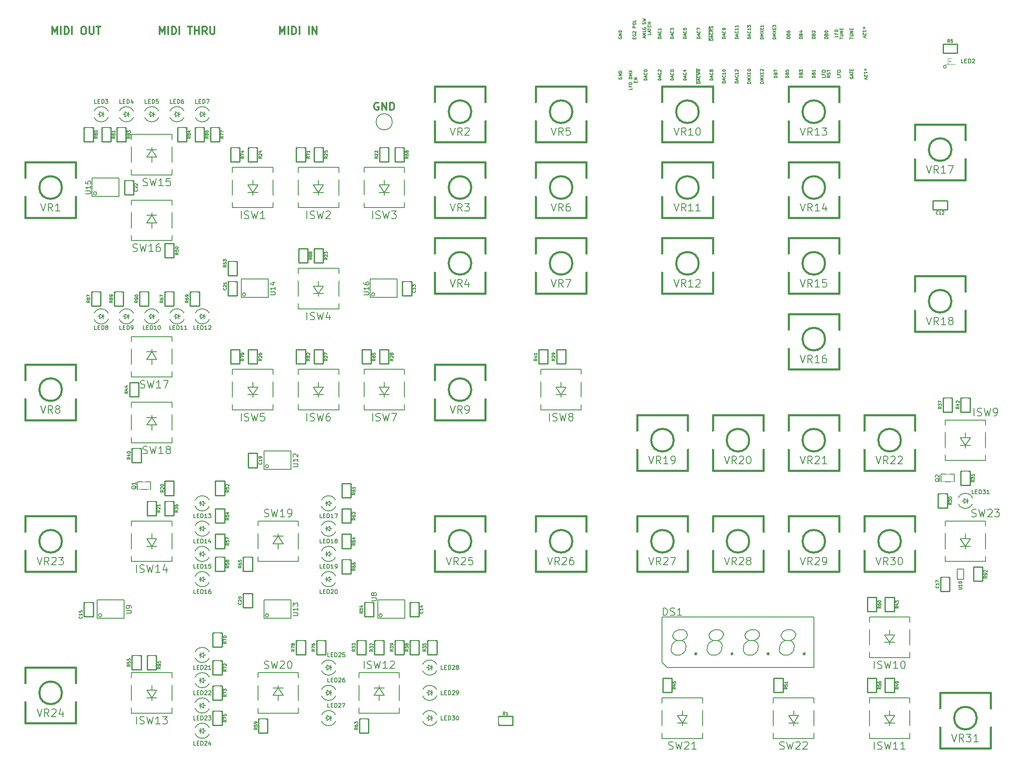
<source format=gto>
%FSLAX46Y46*%
G04 Gerber Fmt 4.6, Leading zero omitted, Abs format (unit mm)*
G04 Created by KiCad (PCBNEW (2014-09-02 BZR 5112)-product) date 2015-02-16 11:39:03 AM*
%MOMM*%
G01*
G04 APERTURE LIST*
%ADD10C,0.500000*%
%ADD11C,0.300000*%
%ADD12C,0.152400*%
%ADD13C,0.127000*%
%ADD14C,0.150000*%
%ADD15C,0.254000*%
%ADD16C,0.381000*%
%ADD17C,0.066040*%
%ADD18C,0.101600*%
%ADD19C,0.050800*%
%ADD20R,1.270000X1.270000*%
%ADD21C,1.270000*%
%ADD22C,2.052000*%
%ADD23R,2.052000X2.052000*%
%ADD24R,1.544000X1.544000*%
%ADD25C,1.544000*%
%ADD26R,0.721040X1.020760*%
%ADD27C,1.420000*%
%ADD28R,0.528000X0.324800*%
%ADD29C,2.520000*%
%ADD30R,0.401000X1.290000*%
%ADD31C,3.322000*%
%ADD32C,2.020000*%
%ADD33R,0.832800X1.163000*%
%ADD34R,1.163000X0.832800*%
%ADD35O,2.820000X3.520000*%
%ADD36C,1.770000*%
%ADD37R,1.220000X1.220000*%
%ADD38C,1.220000*%
%ADD39C,2.560000*%
%ADD40R,1.218880X1.218880*%
G04 APERTURE END LIST*
D10*
D11*
X10321428Y-4678571D02*
X10321428Y-3178571D01*
X10821428Y-4250000D01*
X11321428Y-3178571D01*
X11321428Y-4678571D01*
X12035714Y-4678571D02*
X12035714Y-3178571D01*
X12750000Y-4678571D02*
X12750000Y-3178571D01*
X13107143Y-3178571D01*
X13321428Y-3250000D01*
X13464286Y-3392857D01*
X13535714Y-3535714D01*
X13607143Y-3821429D01*
X13607143Y-4035714D01*
X13535714Y-4321429D01*
X13464286Y-4464286D01*
X13321428Y-4607143D01*
X13107143Y-4678571D01*
X12750000Y-4678571D01*
X14250000Y-4678571D02*
X14250000Y-3178571D01*
X16392857Y-3178571D02*
X16678571Y-3178571D01*
X16821429Y-3250000D01*
X16964286Y-3392857D01*
X17035714Y-3678571D01*
X17035714Y-4178571D01*
X16964286Y-4464286D01*
X16821429Y-4607143D01*
X16678571Y-4678571D01*
X16392857Y-4678571D01*
X16250000Y-4607143D01*
X16107143Y-4464286D01*
X16035714Y-4178571D01*
X16035714Y-3678571D01*
X16107143Y-3392857D01*
X16250000Y-3250000D01*
X16392857Y-3178571D01*
X17678572Y-3178571D02*
X17678572Y-4392857D01*
X17750000Y-4535714D01*
X17821429Y-4607143D01*
X17964286Y-4678571D01*
X18250000Y-4678571D01*
X18392858Y-4607143D01*
X18464286Y-4535714D01*
X18535715Y-4392857D01*
X18535715Y-3178571D01*
X19035715Y-3178571D02*
X19892858Y-3178571D01*
X19464287Y-4678571D02*
X19464287Y-3178571D01*
X31571428Y-4678571D02*
X31571428Y-3178571D01*
X32071428Y-4250000D01*
X32571428Y-3178571D01*
X32571428Y-4678571D01*
X33285714Y-4678571D02*
X33285714Y-3178571D01*
X34000000Y-4678571D02*
X34000000Y-3178571D01*
X34357143Y-3178571D01*
X34571428Y-3250000D01*
X34714286Y-3392857D01*
X34785714Y-3535714D01*
X34857143Y-3821429D01*
X34857143Y-4035714D01*
X34785714Y-4321429D01*
X34714286Y-4464286D01*
X34571428Y-4607143D01*
X34357143Y-4678571D01*
X34000000Y-4678571D01*
X35500000Y-4678571D02*
X35500000Y-3178571D01*
X37142857Y-3178571D02*
X38000000Y-3178571D01*
X37571429Y-4678571D02*
X37571429Y-3178571D01*
X38500000Y-4678571D02*
X38500000Y-3178571D01*
X38500000Y-3892857D02*
X39357143Y-3892857D01*
X39357143Y-4678571D02*
X39357143Y-3178571D01*
X40928572Y-4678571D02*
X40428572Y-3964286D01*
X40071429Y-4678571D02*
X40071429Y-3178571D01*
X40642857Y-3178571D01*
X40785715Y-3250000D01*
X40857143Y-3321429D01*
X40928572Y-3464286D01*
X40928572Y-3678571D01*
X40857143Y-3821429D01*
X40785715Y-3892857D01*
X40642857Y-3964286D01*
X40071429Y-3964286D01*
X41571429Y-3178571D02*
X41571429Y-4392857D01*
X41642857Y-4535714D01*
X41714286Y-4607143D01*
X41857143Y-4678571D01*
X42142857Y-4678571D01*
X42285715Y-4607143D01*
X42357143Y-4535714D01*
X42428572Y-4392857D01*
X42428572Y-3178571D01*
X55321428Y-4678571D02*
X55321428Y-3178571D01*
X55821428Y-4250000D01*
X56321428Y-3178571D01*
X56321428Y-4678571D01*
X57035714Y-4678571D02*
X57035714Y-3178571D01*
X57750000Y-4678571D02*
X57750000Y-3178571D01*
X58107143Y-3178571D01*
X58321428Y-3250000D01*
X58464286Y-3392857D01*
X58535714Y-3535714D01*
X58607143Y-3821429D01*
X58607143Y-4035714D01*
X58535714Y-4321429D01*
X58464286Y-4464286D01*
X58321428Y-4607143D01*
X58107143Y-4678571D01*
X57750000Y-4678571D01*
X59250000Y-4678571D02*
X59250000Y-3178571D01*
X61107143Y-4678571D02*
X61107143Y-3178571D01*
X61821429Y-4678571D02*
X61821429Y-3178571D01*
X62678572Y-4678571D01*
X62678572Y-3178571D01*
D12*
X148525771Y-5556285D02*
X147916171Y-5556285D01*
X147916171Y-5411142D01*
X147945200Y-5324057D01*
X148003257Y-5265999D01*
X148061314Y-5236971D01*
X148177429Y-5207942D01*
X148264514Y-5207942D01*
X148380629Y-5236971D01*
X148438686Y-5265999D01*
X148496743Y-5324057D01*
X148525771Y-5411142D01*
X148525771Y-5556285D01*
X148351600Y-4975714D02*
X148351600Y-4685428D01*
X148525771Y-5033771D02*
X147916171Y-4830571D01*
X148525771Y-4627371D01*
X148467714Y-4075828D02*
X148496743Y-4104857D01*
X148525771Y-4191943D01*
X148525771Y-4250000D01*
X148496743Y-4337085D01*
X148438686Y-4395143D01*
X148380629Y-4424171D01*
X148264514Y-4453200D01*
X148177429Y-4453200D01*
X148061314Y-4424171D01*
X148003257Y-4395143D01*
X147945200Y-4337085D01*
X147916171Y-4250000D01*
X147916171Y-4191943D01*
X147945200Y-4104857D01*
X147974229Y-4075828D01*
X148525771Y-3495257D02*
X148525771Y-3843600D01*
X148525771Y-3669428D02*
X147916171Y-3669428D01*
X148003257Y-3727485D01*
X148061314Y-3785543D01*
X148090343Y-3843600D01*
X147916171Y-3292057D02*
X147916171Y-2914686D01*
X148148400Y-3117886D01*
X148148400Y-3030800D01*
X148177429Y-2972743D01*
X148206457Y-2943714D01*
X148264514Y-2914686D01*
X148409657Y-2914686D01*
X148467714Y-2943714D01*
X148496743Y-2972743D01*
X148525771Y-3030800D01*
X148525771Y-3204972D01*
X148496743Y-3263029D01*
X148467714Y-3292057D01*
X146025771Y-5556285D02*
X145416171Y-5556285D01*
X145416171Y-5411142D01*
X145445200Y-5324057D01*
X145503257Y-5265999D01*
X145561314Y-5236971D01*
X145677429Y-5207942D01*
X145764514Y-5207942D01*
X145880629Y-5236971D01*
X145938686Y-5265999D01*
X145996743Y-5324057D01*
X146025771Y-5411142D01*
X146025771Y-5556285D01*
X145851600Y-4975714D02*
X145851600Y-4685428D01*
X146025771Y-5033771D02*
X145416171Y-4830571D01*
X146025771Y-4627371D01*
X145967714Y-4075828D02*
X145996743Y-4104857D01*
X146025771Y-4191943D01*
X146025771Y-4250000D01*
X145996743Y-4337085D01*
X145938686Y-4395143D01*
X145880629Y-4424171D01*
X145764514Y-4453200D01*
X145677429Y-4453200D01*
X145561314Y-4424171D01*
X145503257Y-4395143D01*
X145445200Y-4337085D01*
X145416171Y-4250000D01*
X145416171Y-4191943D01*
X145445200Y-4104857D01*
X145474229Y-4075828D01*
X146025771Y-3495257D02*
X146025771Y-3843600D01*
X146025771Y-3669428D02*
X145416171Y-3669428D01*
X145503257Y-3727485D01*
X145561314Y-3785543D01*
X145590343Y-3843600D01*
X146025771Y-2914686D02*
X146025771Y-3263029D01*
X146025771Y-3088857D02*
X145416171Y-3088857D01*
X145503257Y-3146914D01*
X145561314Y-3204972D01*
X145590343Y-3263029D01*
X143525771Y-5515999D02*
X142916171Y-5515999D01*
X142916171Y-5370856D01*
X142945200Y-5283771D01*
X143003257Y-5225713D01*
X143061314Y-5196685D01*
X143177429Y-5167656D01*
X143264514Y-5167656D01*
X143380629Y-5196685D01*
X143438686Y-5225713D01*
X143496743Y-5283771D01*
X143525771Y-5370856D01*
X143525771Y-5515999D01*
X143351600Y-4935428D02*
X143351600Y-4645142D01*
X143525771Y-4993485D02*
X142916171Y-4790285D01*
X143525771Y-4587085D01*
X143467714Y-4035542D02*
X143496743Y-4064571D01*
X143525771Y-4151657D01*
X143525771Y-4209714D01*
X143496743Y-4296799D01*
X143438686Y-4354857D01*
X143380629Y-4383885D01*
X143264514Y-4412914D01*
X143177429Y-4412914D01*
X143061314Y-4383885D01*
X143003257Y-4354857D01*
X142945200Y-4296799D01*
X142916171Y-4209714D01*
X142916171Y-4151657D01*
X142945200Y-4064571D01*
X142974229Y-4035542D01*
X143525771Y-3745257D02*
X143525771Y-3629142D01*
X143496743Y-3571085D01*
X143467714Y-3542057D01*
X143380629Y-3483999D01*
X143264514Y-3454971D01*
X143032286Y-3454971D01*
X142974229Y-3483999D01*
X142945200Y-3513028D01*
X142916171Y-3571085D01*
X142916171Y-3687199D01*
X142945200Y-3745257D01*
X142974229Y-3774285D01*
X143032286Y-3803314D01*
X143177429Y-3803314D01*
X143235486Y-3774285D01*
X143264514Y-3745257D01*
X143293543Y-3687199D01*
X143293543Y-3571085D01*
X143264514Y-3513028D01*
X143235486Y-3483999D01*
X143177429Y-3454971D01*
X138525771Y-5515999D02*
X137916171Y-5515999D01*
X137916171Y-5370856D01*
X137945200Y-5283771D01*
X138003257Y-5225713D01*
X138061314Y-5196685D01*
X138177429Y-5167656D01*
X138264514Y-5167656D01*
X138380629Y-5196685D01*
X138438686Y-5225713D01*
X138496743Y-5283771D01*
X138525771Y-5370856D01*
X138525771Y-5515999D01*
X138351600Y-4935428D02*
X138351600Y-4645142D01*
X138525771Y-4993485D02*
X137916171Y-4790285D01*
X138525771Y-4587085D01*
X138467714Y-4035542D02*
X138496743Y-4064571D01*
X138525771Y-4151657D01*
X138525771Y-4209714D01*
X138496743Y-4296799D01*
X138438686Y-4354857D01*
X138380629Y-4383885D01*
X138264514Y-4412914D01*
X138177429Y-4412914D01*
X138061314Y-4383885D01*
X138003257Y-4354857D01*
X137945200Y-4296799D01*
X137916171Y-4209714D01*
X137916171Y-4151657D01*
X137945200Y-4064571D01*
X137974229Y-4035542D01*
X137916171Y-3832342D02*
X137916171Y-3425942D01*
X138525771Y-3687199D01*
X135775771Y-5515999D02*
X135166171Y-5515999D01*
X135166171Y-5370856D01*
X135195200Y-5283771D01*
X135253257Y-5225713D01*
X135311314Y-5196685D01*
X135427429Y-5167656D01*
X135514514Y-5167656D01*
X135630629Y-5196685D01*
X135688686Y-5225713D01*
X135746743Y-5283771D01*
X135775771Y-5370856D01*
X135775771Y-5515999D01*
X135601600Y-4935428D02*
X135601600Y-4645142D01*
X135775771Y-4993485D02*
X135166171Y-4790285D01*
X135775771Y-4587085D01*
X135717714Y-4035542D02*
X135746743Y-4064571D01*
X135775771Y-4151657D01*
X135775771Y-4209714D01*
X135746743Y-4296799D01*
X135688686Y-4354857D01*
X135630629Y-4383885D01*
X135514514Y-4412914D01*
X135427429Y-4412914D01*
X135311314Y-4383885D01*
X135253257Y-4354857D01*
X135195200Y-4296799D01*
X135166171Y-4209714D01*
X135166171Y-4151657D01*
X135195200Y-4064571D01*
X135224229Y-4035542D01*
X135166171Y-3483999D02*
X135166171Y-3774285D01*
X135456457Y-3803314D01*
X135427429Y-3774285D01*
X135398400Y-3716228D01*
X135398400Y-3571085D01*
X135427429Y-3513028D01*
X135456457Y-3483999D01*
X135514514Y-3454971D01*
X135659657Y-3454971D01*
X135717714Y-3483999D01*
X135746743Y-3513028D01*
X135775771Y-3571085D01*
X135775771Y-3716228D01*
X135746743Y-3774285D01*
X135717714Y-3803314D01*
X133275771Y-5515999D02*
X132666171Y-5515999D01*
X132666171Y-5370856D01*
X132695200Y-5283771D01*
X132753257Y-5225713D01*
X132811314Y-5196685D01*
X132927429Y-5167656D01*
X133014514Y-5167656D01*
X133130629Y-5196685D01*
X133188686Y-5225713D01*
X133246743Y-5283771D01*
X133275771Y-5370856D01*
X133275771Y-5515999D01*
X133101600Y-4935428D02*
X133101600Y-4645142D01*
X133275771Y-4993485D02*
X132666171Y-4790285D01*
X133275771Y-4587085D01*
X133217714Y-4035542D02*
X133246743Y-4064571D01*
X133275771Y-4151657D01*
X133275771Y-4209714D01*
X133246743Y-4296799D01*
X133188686Y-4354857D01*
X133130629Y-4383885D01*
X133014514Y-4412914D01*
X132927429Y-4412914D01*
X132811314Y-4383885D01*
X132753257Y-4354857D01*
X132695200Y-4296799D01*
X132666171Y-4209714D01*
X132666171Y-4151657D01*
X132695200Y-4064571D01*
X132724229Y-4035542D01*
X132666171Y-3832342D02*
X132666171Y-3454971D01*
X132898400Y-3658171D01*
X132898400Y-3571085D01*
X132927429Y-3513028D01*
X132956457Y-3483999D01*
X133014514Y-3454971D01*
X133159657Y-3454971D01*
X133217714Y-3483999D01*
X133246743Y-3513028D01*
X133275771Y-3571085D01*
X133275771Y-3745257D01*
X133246743Y-3803314D01*
X133217714Y-3832342D01*
X130775771Y-5515999D02*
X130166171Y-5515999D01*
X130166171Y-5370856D01*
X130195200Y-5283771D01*
X130253257Y-5225713D01*
X130311314Y-5196685D01*
X130427429Y-5167656D01*
X130514514Y-5167656D01*
X130630629Y-5196685D01*
X130688686Y-5225713D01*
X130746743Y-5283771D01*
X130775771Y-5370856D01*
X130775771Y-5515999D01*
X130601600Y-4935428D02*
X130601600Y-4645142D01*
X130775771Y-4993485D02*
X130166171Y-4790285D01*
X130775771Y-4587085D01*
X130717714Y-4035542D02*
X130746743Y-4064571D01*
X130775771Y-4151657D01*
X130775771Y-4209714D01*
X130746743Y-4296799D01*
X130688686Y-4354857D01*
X130630629Y-4383885D01*
X130514514Y-4412914D01*
X130427429Y-4412914D01*
X130311314Y-4383885D01*
X130253257Y-4354857D01*
X130195200Y-4296799D01*
X130166171Y-4209714D01*
X130166171Y-4151657D01*
X130195200Y-4064571D01*
X130224229Y-4035542D01*
X130775771Y-3454971D02*
X130775771Y-3803314D01*
X130775771Y-3629142D02*
X130166171Y-3629142D01*
X130253257Y-3687199D01*
X130311314Y-3745257D01*
X130340343Y-3803314D01*
X146025771Y-14306285D02*
X145416171Y-14306285D01*
X145416171Y-14161142D01*
X145445200Y-14074057D01*
X145503257Y-14015999D01*
X145561314Y-13986971D01*
X145677429Y-13957942D01*
X145764514Y-13957942D01*
X145880629Y-13986971D01*
X145938686Y-14015999D01*
X145996743Y-14074057D01*
X146025771Y-14161142D01*
X146025771Y-14306285D01*
X145851600Y-13725714D02*
X145851600Y-13435428D01*
X146025771Y-13783771D02*
X145416171Y-13580571D01*
X146025771Y-13377371D01*
X145967714Y-12825828D02*
X145996743Y-12854857D01*
X146025771Y-12941943D01*
X146025771Y-13000000D01*
X145996743Y-13087085D01*
X145938686Y-13145143D01*
X145880629Y-13174171D01*
X145764514Y-13203200D01*
X145677429Y-13203200D01*
X145561314Y-13174171D01*
X145503257Y-13145143D01*
X145445200Y-13087085D01*
X145416171Y-13000000D01*
X145416171Y-12941943D01*
X145445200Y-12854857D01*
X145474229Y-12825828D01*
X146025771Y-12245257D02*
X146025771Y-12593600D01*
X146025771Y-12419428D02*
X145416171Y-12419428D01*
X145503257Y-12477485D01*
X145561314Y-12535543D01*
X145590343Y-12593600D01*
X145474229Y-12013029D02*
X145445200Y-11984000D01*
X145416171Y-11925943D01*
X145416171Y-11780800D01*
X145445200Y-11722743D01*
X145474229Y-11693714D01*
X145532286Y-11664686D01*
X145590343Y-11664686D01*
X145677429Y-11693714D01*
X146025771Y-12042057D01*
X146025771Y-11664686D01*
X143525771Y-14306285D02*
X142916171Y-14306285D01*
X142916171Y-14161142D01*
X142945200Y-14074057D01*
X143003257Y-14015999D01*
X143061314Y-13986971D01*
X143177429Y-13957942D01*
X143264514Y-13957942D01*
X143380629Y-13986971D01*
X143438686Y-14015999D01*
X143496743Y-14074057D01*
X143525771Y-14161142D01*
X143525771Y-14306285D01*
X143351600Y-13725714D02*
X143351600Y-13435428D01*
X143525771Y-13783771D02*
X142916171Y-13580571D01*
X143525771Y-13377371D01*
X143467714Y-12825828D02*
X143496743Y-12854857D01*
X143525771Y-12941943D01*
X143525771Y-13000000D01*
X143496743Y-13087085D01*
X143438686Y-13145143D01*
X143380629Y-13174171D01*
X143264514Y-13203200D01*
X143177429Y-13203200D01*
X143061314Y-13174171D01*
X143003257Y-13145143D01*
X142945200Y-13087085D01*
X142916171Y-13000000D01*
X142916171Y-12941943D01*
X142945200Y-12854857D01*
X142974229Y-12825828D01*
X143525771Y-12245257D02*
X143525771Y-12593600D01*
X143525771Y-12419428D02*
X142916171Y-12419428D01*
X143003257Y-12477485D01*
X143061314Y-12535543D01*
X143090343Y-12593600D01*
X142916171Y-11867886D02*
X142916171Y-11809829D01*
X142945200Y-11751772D01*
X142974229Y-11722743D01*
X143032286Y-11693714D01*
X143148400Y-11664686D01*
X143293543Y-11664686D01*
X143409657Y-11693714D01*
X143467714Y-11722743D01*
X143496743Y-11751772D01*
X143525771Y-11809829D01*
X143525771Y-11867886D01*
X143496743Y-11925943D01*
X143467714Y-11954972D01*
X143409657Y-11984000D01*
X143293543Y-12013029D01*
X143148400Y-12013029D01*
X143032286Y-11984000D01*
X142974229Y-11954972D01*
X142945200Y-11925943D01*
X142916171Y-11867886D01*
X141025771Y-13765999D02*
X140416171Y-13765999D01*
X140416171Y-13620856D01*
X140445200Y-13533771D01*
X140503257Y-13475713D01*
X140561314Y-13446685D01*
X140677429Y-13417656D01*
X140764514Y-13417656D01*
X140880629Y-13446685D01*
X140938686Y-13475713D01*
X140996743Y-13533771D01*
X141025771Y-13620856D01*
X141025771Y-13765999D01*
X140851600Y-13185428D02*
X140851600Y-12895142D01*
X141025771Y-13243485D02*
X140416171Y-13040285D01*
X141025771Y-12837085D01*
X140967714Y-12285542D02*
X140996743Y-12314571D01*
X141025771Y-12401657D01*
X141025771Y-12459714D01*
X140996743Y-12546799D01*
X140938686Y-12604857D01*
X140880629Y-12633885D01*
X140764514Y-12662914D01*
X140677429Y-12662914D01*
X140561314Y-12633885D01*
X140503257Y-12604857D01*
X140445200Y-12546799D01*
X140416171Y-12459714D01*
X140416171Y-12401657D01*
X140445200Y-12314571D01*
X140474229Y-12285542D01*
X140677429Y-11937199D02*
X140648400Y-11995257D01*
X140619371Y-12024285D01*
X140561314Y-12053314D01*
X140532286Y-12053314D01*
X140474229Y-12024285D01*
X140445200Y-11995257D01*
X140416171Y-11937199D01*
X140416171Y-11821085D01*
X140445200Y-11763028D01*
X140474229Y-11733999D01*
X140532286Y-11704971D01*
X140561314Y-11704971D01*
X140619371Y-11733999D01*
X140648400Y-11763028D01*
X140677429Y-11821085D01*
X140677429Y-11937199D01*
X140706457Y-11995257D01*
X140735486Y-12024285D01*
X140793543Y-12053314D01*
X140909657Y-12053314D01*
X140967714Y-12024285D01*
X140996743Y-11995257D01*
X141025771Y-11937199D01*
X141025771Y-11821085D01*
X140996743Y-11763028D01*
X140967714Y-11733999D01*
X140909657Y-11704971D01*
X140793543Y-11704971D01*
X140735486Y-11733999D01*
X140706457Y-11763028D01*
X140677429Y-11821085D01*
X135775771Y-13765999D02*
X135166171Y-13765999D01*
X135166171Y-13620856D01*
X135195200Y-13533771D01*
X135253257Y-13475713D01*
X135311314Y-13446685D01*
X135427429Y-13417656D01*
X135514514Y-13417656D01*
X135630629Y-13446685D01*
X135688686Y-13475713D01*
X135746743Y-13533771D01*
X135775771Y-13620856D01*
X135775771Y-13765999D01*
X135601600Y-13185428D02*
X135601600Y-12895142D01*
X135775771Y-13243485D02*
X135166171Y-13040285D01*
X135775771Y-12837085D01*
X135717714Y-12285542D02*
X135746743Y-12314571D01*
X135775771Y-12401657D01*
X135775771Y-12459714D01*
X135746743Y-12546799D01*
X135688686Y-12604857D01*
X135630629Y-12633885D01*
X135514514Y-12662914D01*
X135427429Y-12662914D01*
X135311314Y-12633885D01*
X135253257Y-12604857D01*
X135195200Y-12546799D01*
X135166171Y-12459714D01*
X135166171Y-12401657D01*
X135195200Y-12314571D01*
X135224229Y-12285542D01*
X135369371Y-11763028D02*
X135775771Y-11763028D01*
X135137143Y-11908171D02*
X135572571Y-12053314D01*
X135572571Y-11675942D01*
X133275771Y-13765999D02*
X132666171Y-13765999D01*
X132666171Y-13620856D01*
X132695200Y-13533771D01*
X132753257Y-13475713D01*
X132811314Y-13446685D01*
X132927429Y-13417656D01*
X133014514Y-13417656D01*
X133130629Y-13446685D01*
X133188686Y-13475713D01*
X133246743Y-13533771D01*
X133275771Y-13620856D01*
X133275771Y-13765999D01*
X133101600Y-13185428D02*
X133101600Y-12895142D01*
X133275771Y-13243485D02*
X132666171Y-13040285D01*
X133275771Y-12837085D01*
X133217714Y-12285542D02*
X133246743Y-12314571D01*
X133275771Y-12401657D01*
X133275771Y-12459714D01*
X133246743Y-12546799D01*
X133188686Y-12604857D01*
X133130629Y-12633885D01*
X133014514Y-12662914D01*
X132927429Y-12662914D01*
X132811314Y-12633885D01*
X132753257Y-12604857D01*
X132695200Y-12546799D01*
X132666171Y-12459714D01*
X132666171Y-12401657D01*
X132695200Y-12314571D01*
X132724229Y-12285542D01*
X132666171Y-11908171D02*
X132666171Y-11850114D01*
X132695200Y-11792057D01*
X132724229Y-11763028D01*
X132782286Y-11733999D01*
X132898400Y-11704971D01*
X133043543Y-11704971D01*
X133159657Y-11733999D01*
X133217714Y-11763028D01*
X133246743Y-11792057D01*
X133275771Y-11850114D01*
X133275771Y-11908171D01*
X133246743Y-11966228D01*
X133217714Y-11995257D01*
X133159657Y-12024285D01*
X133043543Y-12053314D01*
X132898400Y-12053314D01*
X132782286Y-12024285D01*
X132724229Y-11995257D01*
X132695200Y-11966228D01*
X132666171Y-11908171D01*
X130775771Y-13765999D02*
X130166171Y-13765999D01*
X130166171Y-13620856D01*
X130195200Y-13533771D01*
X130253257Y-13475713D01*
X130311314Y-13446685D01*
X130427429Y-13417656D01*
X130514514Y-13417656D01*
X130630629Y-13446685D01*
X130688686Y-13475713D01*
X130746743Y-13533771D01*
X130775771Y-13620856D01*
X130775771Y-13765999D01*
X130601600Y-13185428D02*
X130601600Y-12895142D01*
X130775771Y-13243485D02*
X130166171Y-13040285D01*
X130775771Y-12837085D01*
X130717714Y-12285542D02*
X130746743Y-12314571D01*
X130775771Y-12401657D01*
X130775771Y-12459714D01*
X130746743Y-12546799D01*
X130688686Y-12604857D01*
X130630629Y-12633885D01*
X130514514Y-12662914D01*
X130427429Y-12662914D01*
X130311314Y-12633885D01*
X130253257Y-12604857D01*
X130195200Y-12546799D01*
X130166171Y-12459714D01*
X130166171Y-12401657D01*
X130195200Y-12314571D01*
X130224229Y-12285542D01*
X130224229Y-12053314D02*
X130195200Y-12024285D01*
X130166171Y-11966228D01*
X130166171Y-11821085D01*
X130195200Y-11763028D01*
X130224229Y-11733999D01*
X130282286Y-11704971D01*
X130340343Y-11704971D01*
X130427429Y-11733999D01*
X130775771Y-12082342D01*
X130775771Y-11704971D01*
D11*
X74857143Y-18250000D02*
X74714286Y-18178571D01*
X74500000Y-18178571D01*
X74285715Y-18250000D01*
X74142857Y-18392857D01*
X74071429Y-18535714D01*
X74000000Y-18821429D01*
X74000000Y-19035714D01*
X74071429Y-19321429D01*
X74142857Y-19464286D01*
X74285715Y-19607143D01*
X74500000Y-19678571D01*
X74642857Y-19678571D01*
X74857143Y-19607143D01*
X74928572Y-19535714D01*
X74928572Y-19035714D01*
X74642857Y-19035714D01*
X75571429Y-19678571D02*
X75571429Y-18178571D01*
X76428572Y-19678571D01*
X76428572Y-18178571D01*
X77142858Y-19678571D02*
X77142858Y-18178571D01*
X77500001Y-18178571D01*
X77714286Y-18250000D01*
X77857144Y-18392857D01*
X77928572Y-18535714D01*
X78000001Y-18821429D01*
X78000001Y-19035714D01*
X77928572Y-19321429D01*
X77857144Y-19464286D01*
X77714286Y-19607143D01*
X77500001Y-19678571D01*
X77142858Y-19678571D01*
D12*
X125022851Y-15317542D02*
X125022851Y-15607828D01*
X124413251Y-15607828D01*
X124703537Y-14911142D02*
X124703537Y-15114342D01*
X125022851Y-15114342D02*
X124413251Y-15114342D01*
X124413251Y-14824056D01*
X124413251Y-14475714D02*
X124413251Y-14359600D01*
X124442280Y-14301542D01*
X124500337Y-14243485D01*
X124616451Y-14214457D01*
X124819651Y-14214457D01*
X124935766Y-14243485D01*
X124993823Y-14301542D01*
X125022851Y-14359600D01*
X125022851Y-14475714D01*
X124993823Y-14533771D01*
X124935766Y-14591828D01*
X124819651Y-14620857D01*
X124616451Y-14620857D01*
X124500337Y-14591828D01*
X124442280Y-14533771D01*
X124413251Y-14475714D01*
X125022851Y-13488742D02*
X124413251Y-13488742D01*
X124413251Y-13343599D01*
X124442280Y-13256514D01*
X124500337Y-13198456D01*
X124558394Y-13169428D01*
X124674509Y-13140399D01*
X124761594Y-13140399D01*
X124877709Y-13169428D01*
X124935766Y-13198456D01*
X124993823Y-13256514D01*
X125022851Y-13343599D01*
X125022851Y-13488742D01*
X125022851Y-12879142D02*
X124413251Y-12879142D01*
X124848680Y-12675942D01*
X124413251Y-12472742D01*
X125022851Y-12472742D01*
X124413251Y-12240513D02*
X125022851Y-11834113D01*
X124413251Y-11834113D02*
X125022851Y-12240513D01*
X125709377Y-14199943D02*
X125709377Y-13996743D01*
X126028691Y-13909657D02*
X126028691Y-14199943D01*
X125419091Y-14199943D01*
X125419091Y-13909657D01*
X126028691Y-13648400D02*
X125419091Y-13648400D01*
X126028691Y-13300057D01*
X125419091Y-13300057D01*
X122445200Y-13214457D02*
X122416171Y-13272514D01*
X122416171Y-13359600D01*
X122445200Y-13446685D01*
X122503257Y-13504743D01*
X122561314Y-13533771D01*
X122677429Y-13562800D01*
X122764514Y-13562800D01*
X122880629Y-13533771D01*
X122938686Y-13504743D01*
X122996743Y-13446685D01*
X123025771Y-13359600D01*
X123025771Y-13301543D01*
X122996743Y-13214457D01*
X122967714Y-13185428D01*
X122764514Y-13185428D01*
X122764514Y-13301543D01*
X123025771Y-12924171D02*
X122416171Y-12924171D01*
X123025771Y-12575828D01*
X122416171Y-12575828D01*
X123025771Y-12285542D02*
X122416171Y-12285542D01*
X122416171Y-12140399D01*
X122445200Y-12053314D01*
X122503257Y-11995256D01*
X122561314Y-11966228D01*
X122677429Y-11937199D01*
X122764514Y-11937199D01*
X122880629Y-11966228D01*
X122938686Y-11995256D01*
X122996743Y-12053314D01*
X123025771Y-12140399D01*
X123025771Y-12285542D01*
X122445200Y-5214457D02*
X122416171Y-5272514D01*
X122416171Y-5359600D01*
X122445200Y-5446685D01*
X122503257Y-5504743D01*
X122561314Y-5533771D01*
X122677429Y-5562800D01*
X122764514Y-5562800D01*
X122880629Y-5533771D01*
X122938686Y-5504743D01*
X122996743Y-5446685D01*
X123025771Y-5359600D01*
X123025771Y-5301543D01*
X122996743Y-5214457D01*
X122967714Y-5185428D01*
X122764514Y-5185428D01*
X122764514Y-5301543D01*
X123025771Y-4924171D02*
X122416171Y-4924171D01*
X123025771Y-4575828D01*
X122416171Y-4575828D01*
X123025771Y-4285542D02*
X122416171Y-4285542D01*
X122416171Y-4140399D01*
X122445200Y-4053314D01*
X122503257Y-3995256D01*
X122561314Y-3966228D01*
X122677429Y-3937199D01*
X122764514Y-3937199D01*
X122880629Y-3966228D01*
X122938686Y-3995256D01*
X122996743Y-4053314D01*
X123025771Y-4140399D01*
X123025771Y-4285542D01*
X125456457Y-5578800D02*
X125456457Y-5375600D01*
X125775771Y-5288514D02*
X125775771Y-5578800D01*
X125166171Y-5578800D01*
X125166171Y-5288514D01*
X125195200Y-4707943D02*
X125166171Y-4766000D01*
X125166171Y-4853086D01*
X125195200Y-4940171D01*
X125253257Y-4998229D01*
X125311314Y-5027257D01*
X125427429Y-5056286D01*
X125514514Y-5056286D01*
X125630629Y-5027257D01*
X125688686Y-4998229D01*
X125746743Y-4940171D01*
X125775771Y-4853086D01*
X125775771Y-4795029D01*
X125746743Y-4707943D01*
X125717714Y-4678914D01*
X125514514Y-4678914D01*
X125514514Y-4795029D01*
X125224229Y-4446686D02*
X125195200Y-4417657D01*
X125166171Y-4359600D01*
X125166171Y-4214457D01*
X125195200Y-4156400D01*
X125224229Y-4127371D01*
X125282286Y-4098343D01*
X125340343Y-4098343D01*
X125427429Y-4127371D01*
X125775771Y-4475714D01*
X125775771Y-4098343D01*
X125775771Y-3372629D02*
X125166171Y-3372629D01*
X125166171Y-3140401D01*
X125195200Y-3082343D01*
X125224229Y-3053315D01*
X125282286Y-3024286D01*
X125369371Y-3024286D01*
X125427429Y-3053315D01*
X125456457Y-3082343D01*
X125485486Y-3140401D01*
X125485486Y-3372629D01*
X125166171Y-2646915D02*
X125166171Y-2530801D01*
X125195200Y-2472743D01*
X125253257Y-2414686D01*
X125369371Y-2385658D01*
X125572571Y-2385658D01*
X125688686Y-2414686D01*
X125746743Y-2472743D01*
X125775771Y-2530801D01*
X125775771Y-2646915D01*
X125746743Y-2704972D01*
X125688686Y-2763029D01*
X125572571Y-2792058D01*
X125369371Y-2792058D01*
X125253257Y-2763029D01*
X125195200Y-2704972D01*
X125166171Y-2646915D01*
X125775771Y-1834114D02*
X125775771Y-2124400D01*
X125166171Y-2124400D01*
X127598680Y-5386857D02*
X127598680Y-5096571D01*
X127772851Y-5444914D02*
X127163251Y-5241714D01*
X127772851Y-5038514D01*
X127772851Y-4835314D02*
X127163251Y-4835314D01*
X127772851Y-4486971D01*
X127163251Y-4486971D01*
X127772851Y-3906399D02*
X127772851Y-4196685D01*
X127163251Y-4196685D01*
X127192280Y-3383885D02*
X127163251Y-3441942D01*
X127163251Y-3529028D01*
X127192280Y-3616113D01*
X127250337Y-3674171D01*
X127308394Y-3703199D01*
X127424509Y-3732228D01*
X127511594Y-3732228D01*
X127627709Y-3703199D01*
X127685766Y-3674171D01*
X127743823Y-3616113D01*
X127772851Y-3529028D01*
X127772851Y-3470971D01*
X127743823Y-3383885D01*
X127714794Y-3354856D01*
X127511594Y-3354856D01*
X127511594Y-3470971D01*
X127743823Y-2658171D02*
X127772851Y-2571085D01*
X127772851Y-2425942D01*
X127743823Y-2367885D01*
X127714794Y-2338856D01*
X127656737Y-2309828D01*
X127598680Y-2309828D01*
X127540623Y-2338856D01*
X127511594Y-2367885D01*
X127482566Y-2425942D01*
X127453537Y-2542056D01*
X127424509Y-2600114D01*
X127395480Y-2629142D01*
X127337423Y-2658171D01*
X127279366Y-2658171D01*
X127221309Y-2629142D01*
X127192280Y-2600114D01*
X127163251Y-2542056D01*
X127163251Y-2396914D01*
X127192280Y-2309828D01*
X127163251Y-2106628D02*
X127772851Y-1961485D01*
X127337423Y-1845371D01*
X127772851Y-1729257D01*
X127163251Y-1584114D01*
X128778691Y-4428914D02*
X128778691Y-4719200D01*
X128169091Y-4719200D01*
X128604520Y-4254743D02*
X128604520Y-3964457D01*
X128778691Y-4312800D02*
X128169091Y-4109600D01*
X128778691Y-3906400D01*
X128169091Y-3790286D02*
X128169091Y-3441943D01*
X128778691Y-3616114D02*
X128169091Y-3616114D01*
X128720634Y-2890400D02*
X128749663Y-2919429D01*
X128778691Y-3006515D01*
X128778691Y-3064572D01*
X128749663Y-3151657D01*
X128691606Y-3209715D01*
X128633549Y-3238743D01*
X128517434Y-3267772D01*
X128430349Y-3267772D01*
X128314234Y-3238743D01*
X128256177Y-3209715D01*
X128198120Y-3151657D01*
X128169091Y-3064572D01*
X128169091Y-3006515D01*
X128198120Y-2919429D01*
X128227149Y-2890400D01*
X128778691Y-2629143D02*
X128169091Y-2629143D01*
X128459377Y-2629143D02*
X128459377Y-2280800D01*
X128778691Y-2280800D02*
X128169091Y-2280800D01*
X141025771Y-5820799D02*
X140416171Y-5820799D01*
X140416171Y-5675656D01*
X140445200Y-5588571D01*
X140503257Y-5530513D01*
X140561314Y-5501485D01*
X140677429Y-5472456D01*
X140764514Y-5472456D01*
X140880629Y-5501485D01*
X140938686Y-5530513D01*
X140996743Y-5588571D01*
X141025771Y-5675656D01*
X141025771Y-5820799D01*
X140851600Y-5240228D02*
X140851600Y-4949942D01*
X141025771Y-5298285D02*
X140416171Y-5095085D01*
X141025771Y-4891885D01*
X140967714Y-4340342D02*
X140996743Y-4369371D01*
X141025771Y-4456457D01*
X141025771Y-4514514D01*
X140996743Y-4601599D01*
X140938686Y-4659657D01*
X140880629Y-4688685D01*
X140764514Y-4717714D01*
X140677429Y-4717714D01*
X140561314Y-4688685D01*
X140503257Y-4659657D01*
X140445200Y-4601599D01*
X140416171Y-4514514D01*
X140416171Y-4456457D01*
X140445200Y-4369371D01*
X140474229Y-4340342D01*
X141025771Y-3730742D02*
X140735486Y-3933942D01*
X141025771Y-4079085D02*
X140416171Y-4079085D01*
X140416171Y-3846857D01*
X140445200Y-3788799D01*
X140474229Y-3759771D01*
X140532286Y-3730742D01*
X140619371Y-3730742D01*
X140677429Y-3759771D01*
X140706457Y-3788799D01*
X140735486Y-3846857D01*
X140735486Y-4079085D01*
X140996743Y-3498514D02*
X141025771Y-3411428D01*
X141025771Y-3266285D01*
X140996743Y-3208228D01*
X140967714Y-3179199D01*
X140909657Y-3150171D01*
X140851600Y-3150171D01*
X140793543Y-3179199D01*
X140764514Y-3208228D01*
X140735486Y-3266285D01*
X140706457Y-3382399D01*
X140677429Y-3440457D01*
X140648400Y-3469485D01*
X140590343Y-3498514D01*
X140532286Y-3498514D01*
X140474229Y-3469485D01*
X140445200Y-3440457D01*
X140416171Y-3382399D01*
X140416171Y-3237257D01*
X140445200Y-3150171D01*
X140311088Y-5965942D02*
X140311088Y-3034057D01*
X138525771Y-14378857D02*
X137916171Y-14378857D01*
X137916171Y-14233714D01*
X137945200Y-14146629D01*
X138003257Y-14088571D01*
X138061314Y-14059543D01*
X138177429Y-14030514D01*
X138264514Y-14030514D01*
X138380629Y-14059543D01*
X138438686Y-14088571D01*
X138496743Y-14146629D01*
X138525771Y-14233714D01*
X138525771Y-14378857D01*
X138351600Y-13798286D02*
X138351600Y-13508000D01*
X138525771Y-13856343D02*
X137916171Y-13653143D01*
X138525771Y-13449943D01*
X138467714Y-12898400D02*
X138496743Y-12927429D01*
X138525771Y-13014515D01*
X138525771Y-13072572D01*
X138496743Y-13159657D01*
X138438686Y-13217715D01*
X138380629Y-13246743D01*
X138264514Y-13275772D01*
X138177429Y-13275772D01*
X138061314Y-13246743D01*
X138003257Y-13217715D01*
X137945200Y-13159657D01*
X137916171Y-13072572D01*
X137916171Y-13014515D01*
X137945200Y-12927429D01*
X137974229Y-12898400D01*
X137916171Y-12695200D02*
X138525771Y-12550057D01*
X138090343Y-12433943D01*
X138525771Y-12317829D01*
X137916171Y-12172686D01*
X138525771Y-11592114D02*
X138235486Y-11795314D01*
X138525771Y-11940457D02*
X137916171Y-11940457D01*
X137916171Y-11708229D01*
X137945200Y-11650171D01*
X137974229Y-11621143D01*
X138032286Y-11592114D01*
X138119371Y-11592114D01*
X138177429Y-11621143D01*
X138206457Y-11650171D01*
X138235486Y-11708229D01*
X138235486Y-11940457D01*
X137811088Y-14524000D02*
X137811088Y-11476000D01*
X128025771Y-13765999D02*
X127416171Y-13765999D01*
X127416171Y-13620856D01*
X127445200Y-13533771D01*
X127503257Y-13475713D01*
X127561314Y-13446685D01*
X127677429Y-13417656D01*
X127764514Y-13417656D01*
X127880629Y-13446685D01*
X127938686Y-13475713D01*
X127996743Y-13533771D01*
X128025771Y-13620856D01*
X128025771Y-13765999D01*
X127851600Y-13185428D02*
X127851600Y-12895142D01*
X128025771Y-13243485D02*
X127416171Y-13040285D01*
X128025771Y-12837085D01*
X127967714Y-12285542D02*
X127996743Y-12314571D01*
X128025771Y-12401657D01*
X128025771Y-12459714D01*
X127996743Y-12546799D01*
X127938686Y-12604857D01*
X127880629Y-12633885D01*
X127764514Y-12662914D01*
X127677429Y-12662914D01*
X127561314Y-12633885D01*
X127503257Y-12604857D01*
X127445200Y-12546799D01*
X127416171Y-12459714D01*
X127416171Y-12401657D01*
X127445200Y-12314571D01*
X127474229Y-12285542D01*
X127416171Y-11908171D02*
X127416171Y-11850114D01*
X127445200Y-11792057D01*
X127474229Y-11763028D01*
X127532286Y-11733999D01*
X127648400Y-11704971D01*
X127793543Y-11704971D01*
X127909657Y-11733999D01*
X127967714Y-11763028D01*
X127996743Y-11792057D01*
X128025771Y-11850114D01*
X128025771Y-11908171D01*
X127996743Y-11966228D01*
X127967714Y-11995257D01*
X127909657Y-12024285D01*
X127793543Y-12053314D01*
X127648400Y-12053314D01*
X127532286Y-12024285D01*
X127474229Y-11995257D01*
X127445200Y-11966228D01*
X127416171Y-11908171D01*
X166275771Y-12891885D02*
X166275771Y-13182171D01*
X165666171Y-13182171D01*
X165956457Y-12485485D02*
X165956457Y-12688685D01*
X166275771Y-12688685D02*
X165666171Y-12688685D01*
X165666171Y-12398399D01*
X165666171Y-12050057D02*
X165666171Y-11933943D01*
X165695200Y-11875885D01*
X165753257Y-11817828D01*
X165869371Y-11788800D01*
X166072571Y-11788800D01*
X166188686Y-11817828D01*
X166246743Y-11875885D01*
X166275771Y-11933943D01*
X166275771Y-12050057D01*
X166246743Y-12108114D01*
X166188686Y-12166171D01*
X166072571Y-12195200D01*
X165869371Y-12195200D01*
X165753257Y-12166171D01*
X165695200Y-12108114D01*
X165666171Y-12050057D01*
X171206457Y-11425944D02*
X171206457Y-11890401D01*
X170974229Y-11658172D02*
X171438686Y-11658172D01*
X170974229Y-12500001D02*
X170974229Y-12151658D01*
X170974229Y-12325830D02*
X171583829Y-12325830D01*
X171496743Y-12267773D01*
X171438686Y-12209715D01*
X171409657Y-12151658D01*
X171525771Y-12732229D02*
X171554800Y-12761258D01*
X171583829Y-12819315D01*
X171583829Y-12964458D01*
X171554800Y-13022515D01*
X171525771Y-13051544D01*
X171467714Y-13080572D01*
X171409657Y-13080572D01*
X171322571Y-13051544D01*
X170974229Y-12703201D01*
X170974229Y-13080572D01*
X171583829Y-13254743D02*
X170974229Y-13457943D01*
X171583829Y-13661143D01*
X168195200Y-13109600D02*
X168166171Y-13167657D01*
X168166171Y-13254743D01*
X168195200Y-13341828D01*
X168253257Y-13399886D01*
X168311314Y-13428914D01*
X168427429Y-13457943D01*
X168514514Y-13457943D01*
X168630629Y-13428914D01*
X168688686Y-13399886D01*
X168746743Y-13341828D01*
X168775771Y-13254743D01*
X168775771Y-13196686D01*
X168746743Y-13109600D01*
X168717714Y-13080571D01*
X168514514Y-13080571D01*
X168514514Y-13196686D01*
X168601600Y-12848343D02*
X168601600Y-12558057D01*
X168775771Y-12906400D02*
X168166171Y-12703200D01*
X168775771Y-12500000D01*
X168166171Y-12383886D02*
X168166171Y-12035543D01*
X168775771Y-12209714D02*
X168166171Y-12209714D01*
X168456457Y-11832343D02*
X168456457Y-11629143D01*
X168775771Y-11542057D02*
X168775771Y-11832343D01*
X168166171Y-11832343D01*
X168166171Y-11542057D01*
X168166171Y-5588572D02*
X168166171Y-5240229D01*
X168775771Y-5414400D02*
X168166171Y-5414400D01*
X168166171Y-5037029D02*
X168659657Y-5037029D01*
X168717714Y-5008001D01*
X168746743Y-4978972D01*
X168775771Y-4920915D01*
X168775771Y-4804801D01*
X168746743Y-4746743D01*
X168717714Y-4717715D01*
X168659657Y-4688686D01*
X168166171Y-4688686D01*
X168775771Y-4398400D02*
X168166171Y-4398400D01*
X168775771Y-4050057D01*
X168166171Y-4050057D01*
X168456457Y-3759771D02*
X168456457Y-3556571D01*
X168775771Y-3469485D02*
X168775771Y-3759771D01*
X168166171Y-3759771D01*
X168166171Y-3469485D01*
X148525771Y-14364342D02*
X147916171Y-14364342D01*
X147916171Y-14219199D01*
X147945200Y-14132114D01*
X148003257Y-14074056D01*
X148061314Y-14045028D01*
X148177429Y-14015999D01*
X148264514Y-14015999D01*
X148380629Y-14045028D01*
X148438686Y-14074056D01*
X148496743Y-14132114D01*
X148525771Y-14219199D01*
X148525771Y-14364342D01*
X148525771Y-13754742D02*
X147916171Y-13754742D01*
X148351600Y-13551542D01*
X147916171Y-13348342D01*
X148525771Y-13348342D01*
X147916171Y-13116113D02*
X148525771Y-12709713D01*
X147916171Y-12709713D02*
X148525771Y-13116113D01*
X148206457Y-12477485D02*
X148206457Y-12274285D01*
X148525771Y-12187199D02*
X148525771Y-12477485D01*
X147916171Y-12477485D01*
X147916171Y-12187199D01*
X147916171Y-11809828D02*
X147916171Y-11751771D01*
X147945200Y-11693714D01*
X147974229Y-11664685D01*
X148032286Y-11635656D01*
X148148400Y-11606628D01*
X148293543Y-11606628D01*
X148409657Y-11635656D01*
X148467714Y-11664685D01*
X148496743Y-11693714D01*
X148525771Y-11751771D01*
X148525771Y-11809828D01*
X148496743Y-11867885D01*
X148467714Y-11896914D01*
X148409657Y-11925942D01*
X148293543Y-11954971D01*
X148148400Y-11954971D01*
X148032286Y-11925942D01*
X147974229Y-11896914D01*
X147945200Y-11867885D01*
X147916171Y-11809828D01*
X151025771Y-14364342D02*
X150416171Y-14364342D01*
X150416171Y-14219199D01*
X150445200Y-14132114D01*
X150503257Y-14074056D01*
X150561314Y-14045028D01*
X150677429Y-14015999D01*
X150764514Y-14015999D01*
X150880629Y-14045028D01*
X150938686Y-14074056D01*
X150996743Y-14132114D01*
X151025771Y-14219199D01*
X151025771Y-14364342D01*
X151025771Y-13754742D02*
X150416171Y-13754742D01*
X150851600Y-13551542D01*
X150416171Y-13348342D01*
X151025771Y-13348342D01*
X150416171Y-13116113D02*
X151025771Y-12709713D01*
X150416171Y-12709713D02*
X151025771Y-13116113D01*
X150706457Y-12477485D02*
X150706457Y-12274285D01*
X151025771Y-12187199D02*
X151025771Y-12477485D01*
X150416171Y-12477485D01*
X150416171Y-12187199D01*
X150474229Y-11954971D02*
X150445200Y-11925942D01*
X150416171Y-11867885D01*
X150416171Y-11722742D01*
X150445200Y-11664685D01*
X150474229Y-11635656D01*
X150532286Y-11606628D01*
X150590343Y-11606628D01*
X150677429Y-11635656D01*
X151025771Y-11983999D01*
X151025771Y-11606628D01*
X151025771Y-5614342D02*
X150416171Y-5614342D01*
X150416171Y-5469199D01*
X150445200Y-5382114D01*
X150503257Y-5324056D01*
X150561314Y-5295028D01*
X150677429Y-5265999D01*
X150764514Y-5265999D01*
X150880629Y-5295028D01*
X150938686Y-5324056D01*
X150996743Y-5382114D01*
X151025771Y-5469199D01*
X151025771Y-5614342D01*
X151025771Y-5004742D02*
X150416171Y-5004742D01*
X150851600Y-4801542D01*
X150416171Y-4598342D01*
X151025771Y-4598342D01*
X150416171Y-4366113D02*
X151025771Y-3959713D01*
X150416171Y-3959713D02*
X151025771Y-4366113D01*
X150706457Y-3727485D02*
X150706457Y-3524285D01*
X151025771Y-3437199D02*
X151025771Y-3727485D01*
X150416171Y-3727485D01*
X150416171Y-3437199D01*
X151025771Y-2856628D02*
X151025771Y-3204971D01*
X151025771Y-3030799D02*
X150416171Y-3030799D01*
X150503257Y-3088856D01*
X150561314Y-3146914D01*
X150590343Y-3204971D01*
X153525771Y-5614342D02*
X152916171Y-5614342D01*
X152916171Y-5469199D01*
X152945200Y-5382114D01*
X153003257Y-5324056D01*
X153061314Y-5295028D01*
X153177429Y-5265999D01*
X153264514Y-5265999D01*
X153380629Y-5295028D01*
X153438686Y-5324056D01*
X153496743Y-5382114D01*
X153525771Y-5469199D01*
X153525771Y-5614342D01*
X153525771Y-5004742D02*
X152916171Y-5004742D01*
X153351600Y-4801542D01*
X152916171Y-4598342D01*
X153525771Y-4598342D01*
X152916171Y-4366113D02*
X153525771Y-3959713D01*
X152916171Y-3959713D02*
X153525771Y-4366113D01*
X153206457Y-3727485D02*
X153206457Y-3524285D01*
X153525771Y-3437199D02*
X153525771Y-3727485D01*
X152916171Y-3727485D01*
X152916171Y-3437199D01*
X152916171Y-3233999D02*
X152916171Y-2856628D01*
X153148400Y-3059828D01*
X153148400Y-2972742D01*
X153177429Y-2914685D01*
X153206457Y-2885656D01*
X153264514Y-2856628D01*
X153409657Y-2856628D01*
X153467714Y-2885656D01*
X153496743Y-2914685D01*
X153525771Y-2972742D01*
X153525771Y-3146914D01*
X153496743Y-3204971D01*
X153467714Y-3233999D01*
X153775771Y-13254742D02*
X153166171Y-13254742D01*
X153166171Y-13109599D01*
X153195200Y-13022514D01*
X153253257Y-12964456D01*
X153311314Y-12935428D01*
X153427429Y-12906399D01*
X153514514Y-12906399D01*
X153630629Y-12935428D01*
X153688686Y-12964456D01*
X153746743Y-13022514D01*
X153775771Y-13109599D01*
X153775771Y-13254742D01*
X153456457Y-12441942D02*
X153485486Y-12354856D01*
X153514514Y-12325828D01*
X153572571Y-12296799D01*
X153659657Y-12296799D01*
X153717714Y-12325828D01*
X153746743Y-12354856D01*
X153775771Y-12412914D01*
X153775771Y-12645142D01*
X153166171Y-12645142D01*
X153166171Y-12441942D01*
X153195200Y-12383885D01*
X153224229Y-12354856D01*
X153282286Y-12325828D01*
X153340343Y-12325828D01*
X153398400Y-12354856D01*
X153427429Y-12383885D01*
X153456457Y-12441942D01*
X153456457Y-12645142D01*
X153166171Y-12093599D02*
X153166171Y-11687199D01*
X153775771Y-11948456D01*
X156275771Y-5504742D02*
X155666171Y-5504742D01*
X155666171Y-5359599D01*
X155695200Y-5272514D01*
X155753257Y-5214456D01*
X155811314Y-5185428D01*
X155927429Y-5156399D01*
X156014514Y-5156399D01*
X156130629Y-5185428D01*
X156188686Y-5214456D01*
X156246743Y-5272514D01*
X156275771Y-5359599D01*
X156275771Y-5504742D01*
X155956457Y-4691942D02*
X155985486Y-4604856D01*
X156014514Y-4575828D01*
X156072571Y-4546799D01*
X156159657Y-4546799D01*
X156217714Y-4575828D01*
X156246743Y-4604856D01*
X156275771Y-4662914D01*
X156275771Y-4895142D01*
X155666171Y-4895142D01*
X155666171Y-4691942D01*
X155695200Y-4633885D01*
X155724229Y-4604856D01*
X155782286Y-4575828D01*
X155840343Y-4575828D01*
X155898400Y-4604856D01*
X155927429Y-4633885D01*
X155956457Y-4691942D01*
X155956457Y-4895142D01*
X155666171Y-4024285D02*
X155666171Y-4140399D01*
X155695200Y-4198456D01*
X155724229Y-4227485D01*
X155811314Y-4285542D01*
X155927429Y-4314571D01*
X156159657Y-4314571D01*
X156217714Y-4285542D01*
X156246743Y-4256514D01*
X156275771Y-4198456D01*
X156275771Y-4082342D01*
X156246743Y-4024285D01*
X156217714Y-3995256D01*
X156159657Y-3966228D01*
X156014514Y-3966228D01*
X155956457Y-3995256D01*
X155927429Y-4024285D01*
X155898400Y-4082342D01*
X155898400Y-4198456D01*
X155927429Y-4256514D01*
X155956457Y-4285542D01*
X156014514Y-4314571D01*
X156025771Y-13254742D02*
X155416171Y-13254742D01*
X155416171Y-13109599D01*
X155445200Y-13022514D01*
X155503257Y-12964456D01*
X155561314Y-12935428D01*
X155677429Y-12906399D01*
X155764514Y-12906399D01*
X155880629Y-12935428D01*
X155938686Y-12964456D01*
X155996743Y-13022514D01*
X156025771Y-13109599D01*
X156025771Y-13254742D01*
X155706457Y-12441942D02*
X155735486Y-12354856D01*
X155764514Y-12325828D01*
X155822571Y-12296799D01*
X155909657Y-12296799D01*
X155967714Y-12325828D01*
X155996743Y-12354856D01*
X156025771Y-12412914D01*
X156025771Y-12645142D01*
X155416171Y-12645142D01*
X155416171Y-12441942D01*
X155445200Y-12383885D01*
X155474229Y-12354856D01*
X155532286Y-12325828D01*
X155590343Y-12325828D01*
X155648400Y-12354856D01*
X155677429Y-12383885D01*
X155706457Y-12441942D01*
X155706457Y-12645142D01*
X155416171Y-11745256D02*
X155416171Y-12035542D01*
X155706457Y-12064571D01*
X155677429Y-12035542D01*
X155648400Y-11977485D01*
X155648400Y-11832342D01*
X155677429Y-11774285D01*
X155706457Y-11745256D01*
X155764514Y-11716228D01*
X155909657Y-11716228D01*
X155967714Y-11745256D01*
X155996743Y-11774285D01*
X156025771Y-11832342D01*
X156025771Y-11977485D01*
X155996743Y-12035542D01*
X155967714Y-12064571D01*
X158775771Y-13254742D02*
X158166171Y-13254742D01*
X158166171Y-13109599D01*
X158195200Y-13022514D01*
X158253257Y-12964456D01*
X158311314Y-12935428D01*
X158427429Y-12906399D01*
X158514514Y-12906399D01*
X158630629Y-12935428D01*
X158688686Y-12964456D01*
X158746743Y-13022514D01*
X158775771Y-13109599D01*
X158775771Y-13254742D01*
X158456457Y-12441942D02*
X158485486Y-12354856D01*
X158514514Y-12325828D01*
X158572571Y-12296799D01*
X158659657Y-12296799D01*
X158717714Y-12325828D01*
X158746743Y-12354856D01*
X158775771Y-12412914D01*
X158775771Y-12645142D01*
X158166171Y-12645142D01*
X158166171Y-12441942D01*
X158195200Y-12383885D01*
X158224229Y-12354856D01*
X158282286Y-12325828D01*
X158340343Y-12325828D01*
X158398400Y-12354856D01*
X158427429Y-12383885D01*
X158456457Y-12441942D01*
X158456457Y-12645142D01*
X158166171Y-12093599D02*
X158166171Y-11716228D01*
X158398400Y-11919428D01*
X158398400Y-11832342D01*
X158427429Y-11774285D01*
X158456457Y-11745256D01*
X158514514Y-11716228D01*
X158659657Y-11716228D01*
X158717714Y-11745256D01*
X158746743Y-11774285D01*
X158775771Y-11832342D01*
X158775771Y-12006514D01*
X158746743Y-12064571D01*
X158717714Y-12093599D01*
X161275771Y-13254742D02*
X160666171Y-13254742D01*
X160666171Y-13109599D01*
X160695200Y-13022514D01*
X160753257Y-12964456D01*
X160811314Y-12935428D01*
X160927429Y-12906399D01*
X161014514Y-12906399D01*
X161130629Y-12935428D01*
X161188686Y-12964456D01*
X161246743Y-13022514D01*
X161275771Y-13109599D01*
X161275771Y-13254742D01*
X160956457Y-12441942D02*
X160985486Y-12354856D01*
X161014514Y-12325828D01*
X161072571Y-12296799D01*
X161159657Y-12296799D01*
X161217714Y-12325828D01*
X161246743Y-12354856D01*
X161275771Y-12412914D01*
X161275771Y-12645142D01*
X160666171Y-12645142D01*
X160666171Y-12441942D01*
X160695200Y-12383885D01*
X160724229Y-12354856D01*
X160782286Y-12325828D01*
X160840343Y-12325828D01*
X160898400Y-12354856D01*
X160927429Y-12383885D01*
X160956457Y-12441942D01*
X160956457Y-12645142D01*
X161275771Y-11716228D02*
X161275771Y-12064571D01*
X161275771Y-11890399D02*
X160666171Y-11890399D01*
X160753257Y-11948456D01*
X160811314Y-12006514D01*
X160840343Y-12064571D01*
X163272851Y-12891885D02*
X163272851Y-13182171D01*
X162663251Y-13182171D01*
X162953537Y-12485485D02*
X162953537Y-12688685D01*
X163272851Y-12688685D02*
X162663251Y-12688685D01*
X162663251Y-12398399D01*
X162663251Y-12050057D02*
X162663251Y-11933943D01*
X162692280Y-11875885D01*
X162750337Y-11817828D01*
X162866451Y-11788800D01*
X163069651Y-11788800D01*
X163185766Y-11817828D01*
X163243823Y-11875885D01*
X163272851Y-11933943D01*
X163272851Y-12050057D01*
X163243823Y-12108114D01*
X163185766Y-12166171D01*
X163069651Y-12195200D01*
X162866451Y-12195200D01*
X162750337Y-12166171D01*
X162692280Y-12108114D01*
X162663251Y-12050057D01*
X164278691Y-12833828D02*
X163988406Y-13037028D01*
X164278691Y-13182171D02*
X163669091Y-13182171D01*
X163669091Y-12949943D01*
X163698120Y-12891885D01*
X163727149Y-12862857D01*
X163785206Y-12833828D01*
X163872291Y-12833828D01*
X163930349Y-12862857D01*
X163959377Y-12891885D01*
X163988406Y-12949943D01*
X163988406Y-13182171D01*
X164249663Y-12601600D02*
X164278691Y-12514514D01*
X164278691Y-12369371D01*
X164249663Y-12311314D01*
X164220634Y-12282285D01*
X164162577Y-12253257D01*
X164104520Y-12253257D01*
X164046463Y-12282285D01*
X164017434Y-12311314D01*
X163988406Y-12369371D01*
X163959377Y-12485485D01*
X163930349Y-12543543D01*
X163901320Y-12572571D01*
X163843263Y-12601600D01*
X163785206Y-12601600D01*
X163727149Y-12572571D01*
X163698120Y-12543543D01*
X163669091Y-12485485D01*
X163669091Y-12340343D01*
X163698120Y-12253257D01*
X163669091Y-12079086D02*
X163669091Y-11730743D01*
X164278691Y-11904914D02*
X163669091Y-11904914D01*
X158775771Y-5504742D02*
X158166171Y-5504742D01*
X158166171Y-5359599D01*
X158195200Y-5272514D01*
X158253257Y-5214456D01*
X158311314Y-5185428D01*
X158427429Y-5156399D01*
X158514514Y-5156399D01*
X158630629Y-5185428D01*
X158688686Y-5214456D01*
X158746743Y-5272514D01*
X158775771Y-5359599D01*
X158775771Y-5504742D01*
X158456457Y-4691942D02*
X158485486Y-4604856D01*
X158514514Y-4575828D01*
X158572571Y-4546799D01*
X158659657Y-4546799D01*
X158717714Y-4575828D01*
X158746743Y-4604856D01*
X158775771Y-4662914D01*
X158775771Y-4895142D01*
X158166171Y-4895142D01*
X158166171Y-4691942D01*
X158195200Y-4633885D01*
X158224229Y-4604856D01*
X158282286Y-4575828D01*
X158340343Y-4575828D01*
X158398400Y-4604856D01*
X158427429Y-4633885D01*
X158456457Y-4691942D01*
X158456457Y-4895142D01*
X158369371Y-4024285D02*
X158775771Y-4024285D01*
X158137143Y-4169428D02*
X158572571Y-4314571D01*
X158572571Y-3937199D01*
X161275771Y-5504742D02*
X160666171Y-5504742D01*
X160666171Y-5359599D01*
X160695200Y-5272514D01*
X160753257Y-5214456D01*
X160811314Y-5185428D01*
X160927429Y-5156399D01*
X161014514Y-5156399D01*
X161130629Y-5185428D01*
X161188686Y-5214456D01*
X161246743Y-5272514D01*
X161275771Y-5359599D01*
X161275771Y-5504742D01*
X160956457Y-4691942D02*
X160985486Y-4604856D01*
X161014514Y-4575828D01*
X161072571Y-4546799D01*
X161159657Y-4546799D01*
X161217714Y-4575828D01*
X161246743Y-4604856D01*
X161275771Y-4662914D01*
X161275771Y-4895142D01*
X160666171Y-4895142D01*
X160666171Y-4691942D01*
X160695200Y-4633885D01*
X160724229Y-4604856D01*
X160782286Y-4575828D01*
X160840343Y-4575828D01*
X160898400Y-4604856D01*
X160927429Y-4633885D01*
X160956457Y-4691942D01*
X160956457Y-4895142D01*
X160724229Y-4314571D02*
X160695200Y-4285542D01*
X160666171Y-4227485D01*
X160666171Y-4082342D01*
X160695200Y-4024285D01*
X160724229Y-3995256D01*
X160782286Y-3966228D01*
X160840343Y-3966228D01*
X160927429Y-3995256D01*
X161275771Y-4343599D01*
X161275771Y-3966228D01*
X163775771Y-5504742D02*
X163166171Y-5504742D01*
X163166171Y-5359599D01*
X163195200Y-5272514D01*
X163253257Y-5214456D01*
X163311314Y-5185428D01*
X163427429Y-5156399D01*
X163514514Y-5156399D01*
X163630629Y-5185428D01*
X163688686Y-5214456D01*
X163746743Y-5272514D01*
X163775771Y-5359599D01*
X163775771Y-5504742D01*
X163456457Y-4691942D02*
X163485486Y-4604856D01*
X163514514Y-4575828D01*
X163572571Y-4546799D01*
X163659657Y-4546799D01*
X163717714Y-4575828D01*
X163746743Y-4604856D01*
X163775771Y-4662914D01*
X163775771Y-4895142D01*
X163166171Y-4895142D01*
X163166171Y-4691942D01*
X163195200Y-4633885D01*
X163224229Y-4604856D01*
X163282286Y-4575828D01*
X163340343Y-4575828D01*
X163398400Y-4604856D01*
X163427429Y-4633885D01*
X163456457Y-4691942D01*
X163456457Y-4895142D01*
X163166171Y-4169428D02*
X163166171Y-4111371D01*
X163195200Y-4053314D01*
X163224229Y-4024285D01*
X163282286Y-3995256D01*
X163398400Y-3966228D01*
X163543543Y-3966228D01*
X163659657Y-3995256D01*
X163717714Y-4024285D01*
X163746743Y-4053314D01*
X163775771Y-4111371D01*
X163775771Y-4169428D01*
X163746743Y-4227485D01*
X163717714Y-4256514D01*
X163659657Y-4285542D01*
X163543543Y-4314571D01*
X163398400Y-4314571D01*
X163282286Y-4285542D01*
X163224229Y-4256514D01*
X163195200Y-4227485D01*
X163166171Y-4169428D01*
X165772851Y-4891885D02*
X165772851Y-5182171D01*
X165163251Y-5182171D01*
X165453537Y-4485485D02*
X165453537Y-4688685D01*
X165772851Y-4688685D02*
X165163251Y-4688685D01*
X165163251Y-4398399D01*
X165163251Y-4050057D02*
X165163251Y-3933943D01*
X165192280Y-3875885D01*
X165250337Y-3817828D01*
X165366451Y-3788800D01*
X165569651Y-3788800D01*
X165685766Y-3817828D01*
X165743823Y-3875885D01*
X165772851Y-3933943D01*
X165772851Y-4050057D01*
X165743823Y-4108114D01*
X165685766Y-4166171D01*
X165569651Y-4195200D01*
X165366451Y-4195200D01*
X165250337Y-4166171D01*
X165192280Y-4108114D01*
X165163251Y-4050057D01*
X166169091Y-5588572D02*
X166169091Y-5240229D01*
X166778691Y-5414400D02*
X166169091Y-5414400D01*
X166169091Y-5037029D02*
X166662577Y-5037029D01*
X166720634Y-5008001D01*
X166749663Y-4978972D01*
X166778691Y-4920915D01*
X166778691Y-4804801D01*
X166749663Y-4746743D01*
X166720634Y-4717715D01*
X166662577Y-4688686D01*
X166169091Y-4688686D01*
X166778691Y-4398400D02*
X166169091Y-4398400D01*
X166778691Y-4050057D01*
X166169091Y-4050057D01*
X166459377Y-3759771D02*
X166459377Y-3556571D01*
X166778691Y-3469485D02*
X166778691Y-3759771D01*
X166169091Y-3759771D01*
X166169091Y-3469485D01*
X168166171Y-5588572D02*
X168166171Y-5240229D01*
X168775771Y-5414400D02*
X168166171Y-5414400D01*
X168166171Y-5037029D02*
X168659657Y-5037029D01*
X168717714Y-5008001D01*
X168746743Y-4978972D01*
X168775771Y-4920915D01*
X168775771Y-4804801D01*
X168746743Y-4746743D01*
X168717714Y-4717715D01*
X168659657Y-4688686D01*
X168166171Y-4688686D01*
X168775771Y-4398400D02*
X168166171Y-4398400D01*
X168775771Y-4050057D01*
X168166171Y-4050057D01*
X168456457Y-3759771D02*
X168456457Y-3556571D01*
X168775771Y-3469485D02*
X168775771Y-3759771D01*
X168166171Y-3759771D01*
X168166171Y-3469485D01*
X170956457Y-3175944D02*
X170956457Y-3640401D01*
X170724229Y-3408172D02*
X171188686Y-3408172D01*
X170724229Y-4250001D02*
X170724229Y-3901658D01*
X170724229Y-4075830D02*
X171333829Y-4075830D01*
X171246743Y-4017773D01*
X171188686Y-3959715D01*
X171159657Y-3901658D01*
X171275771Y-4482229D02*
X171304800Y-4511258D01*
X171333829Y-4569315D01*
X171333829Y-4714458D01*
X171304800Y-4772515D01*
X171275771Y-4801544D01*
X171217714Y-4830572D01*
X171159657Y-4830572D01*
X171072571Y-4801544D01*
X170724229Y-4453201D01*
X170724229Y-4830572D01*
X171333829Y-5004743D02*
X170724229Y-5207943D01*
X171333829Y-5411143D01*
D13*
X29770000Y-94762000D02*
X27166500Y-94762000D01*
X27166500Y-94762000D02*
X27166500Y-93238000D01*
X27166500Y-93238000D02*
X29770000Y-93238000D01*
X29770000Y-93238000D02*
X29770000Y-94762000D01*
X188770000Y-93262000D02*
X186166500Y-93262000D01*
X186166500Y-93262000D02*
X186166500Y-91738000D01*
X186166500Y-91738000D02*
X188770000Y-91738000D01*
X188770000Y-91738000D02*
X188770000Y-93262000D01*
D14*
X189365000Y-110484000D02*
X189365000Y-112516000D01*
X189365000Y-112516000D02*
X190635000Y-112516000D01*
X190635000Y-112516000D02*
X190635000Y-110484000D01*
X190635000Y-110484000D02*
X189365000Y-110484000D01*
X52206000Y-87095000D02*
X57540000Y-87095000D01*
X57540000Y-87095000D02*
X57540000Y-90778000D01*
X57540000Y-90778000D02*
X52206000Y-90778000D01*
X52206000Y-90778000D02*
X52206000Y-87095000D01*
X53123099Y-90158240D02*
G75*
G03X53123099Y-90158240I-325279J0D01*
G74*
G01*
X52206000Y-116595000D02*
X57540000Y-116595000D01*
X57540000Y-116595000D02*
X57540000Y-120278000D01*
X57540000Y-120278000D02*
X52206000Y-120278000D01*
X52206000Y-120278000D02*
X52206000Y-116595000D01*
X53123099Y-119658240D02*
G75*
G03X53123099Y-119658240I-325279J0D01*
G74*
G01*
X47706000Y-53095000D02*
X53040000Y-53095000D01*
X53040000Y-53095000D02*
X53040000Y-56778000D01*
X53040000Y-56778000D02*
X47706000Y-56778000D01*
X47706000Y-56778000D02*
X47706000Y-53095000D01*
X48623099Y-56158240D02*
G75*
G03X48623099Y-56158240I-325279J0D01*
G74*
G01*
X18206000Y-33095000D02*
X23540000Y-33095000D01*
X23540000Y-33095000D02*
X23540000Y-36778000D01*
X23540000Y-36778000D02*
X18206000Y-36778000D01*
X18206000Y-36778000D02*
X18206000Y-33095000D01*
X19123099Y-36158240D02*
G75*
G03X19123099Y-36158240I-325279J0D01*
G74*
G01*
X73206000Y-53095000D02*
X78540000Y-53095000D01*
X78540000Y-53095000D02*
X78540000Y-56778000D01*
X78540000Y-56778000D02*
X73206000Y-56778000D01*
X73206000Y-56778000D02*
X73206000Y-53095000D01*
X74123099Y-56158240D02*
G75*
G03X74123099Y-56158240I-325279J0D01*
G74*
G01*
X74706000Y-116595000D02*
X80040000Y-116595000D01*
X80040000Y-116595000D02*
X80040000Y-120278000D01*
X80040000Y-120278000D02*
X74706000Y-120278000D01*
X74706000Y-120278000D02*
X74706000Y-116595000D01*
X75623099Y-119658240D02*
G75*
G03X75623099Y-119658240I-325279J0D01*
G74*
G01*
X19206000Y-116595000D02*
X24540000Y-116595000D01*
X24540000Y-116595000D02*
X24540000Y-120278000D01*
X24540000Y-120278000D02*
X19206000Y-120278000D01*
X19206000Y-120278000D02*
X19206000Y-116595000D01*
X20123099Y-119658240D02*
G75*
G03X20123099Y-119658240I-325279J0D01*
G74*
G01*
X157000000Y-141000000D02*
X157000000Y-141500000D01*
X157000000Y-139500000D02*
X157000000Y-138500000D01*
X156000000Y-141000000D02*
X158000000Y-141000000D01*
X157000000Y-141000000D02*
X156000000Y-139500000D01*
X156000000Y-139500000D02*
X158000000Y-139500000D01*
X158000000Y-139500000D02*
X157000000Y-141000000D01*
X153000000Y-136000000D02*
X161000000Y-136000000D01*
X161000000Y-136000000D02*
X161000000Y-144000000D01*
X161000000Y-144000000D02*
X153000000Y-144000000D01*
X153000000Y-144000000D02*
X153000000Y-136000000D01*
X135000000Y-141000000D02*
X135000000Y-141500000D01*
X135000000Y-139500000D02*
X135000000Y-138500000D01*
X134000000Y-141000000D02*
X136000000Y-141000000D01*
X135000000Y-141000000D02*
X134000000Y-139500000D01*
X134000000Y-139500000D02*
X136000000Y-139500000D01*
X136000000Y-139500000D02*
X135000000Y-141000000D01*
X131000000Y-136000000D02*
X139000000Y-136000000D01*
X139000000Y-136000000D02*
X139000000Y-144000000D01*
X139000000Y-144000000D02*
X131000000Y-144000000D01*
X131000000Y-144000000D02*
X131000000Y-136000000D01*
X55000000Y-134000000D02*
X55000000Y-133500000D01*
X55000000Y-135500000D02*
X55000000Y-136500000D01*
X56000000Y-134000000D02*
X54000000Y-134000000D01*
X55000000Y-134000000D02*
X56000000Y-135500000D01*
X56000000Y-135500000D02*
X54000000Y-135500000D01*
X54000000Y-135500000D02*
X55000000Y-134000000D01*
X59000000Y-139000000D02*
X51000000Y-139000000D01*
X51000000Y-139000000D02*
X51000000Y-131000000D01*
X51000000Y-131000000D02*
X59000000Y-131000000D01*
X59000000Y-131000000D02*
X59000000Y-139000000D01*
X55000000Y-104000000D02*
X55000000Y-103500000D01*
X55000000Y-105500000D02*
X55000000Y-106500000D01*
X56000000Y-104000000D02*
X54000000Y-104000000D01*
X55000000Y-104000000D02*
X56000000Y-105500000D01*
X56000000Y-105500000D02*
X54000000Y-105500000D01*
X54000000Y-105500000D02*
X55000000Y-104000000D01*
X59000000Y-109000000D02*
X51000000Y-109000000D01*
X51000000Y-109000000D02*
X51000000Y-101000000D01*
X51000000Y-101000000D02*
X59000000Y-101000000D01*
X59000000Y-101000000D02*
X59000000Y-109000000D01*
X30000000Y-80500000D02*
X30000000Y-80000000D01*
X30000000Y-82000000D02*
X30000000Y-83000000D01*
X31000000Y-80500000D02*
X29000000Y-80500000D01*
X30000000Y-80500000D02*
X31000000Y-82000000D01*
X31000000Y-82000000D02*
X29000000Y-82000000D01*
X29000000Y-82000000D02*
X30000000Y-80500000D01*
X34000000Y-85500000D02*
X26000000Y-85500000D01*
X26000000Y-85500000D02*
X26000000Y-77500000D01*
X26000000Y-77500000D02*
X34000000Y-77500000D01*
X34000000Y-77500000D02*
X34000000Y-85500000D01*
X30000000Y-67500000D02*
X30000000Y-67000000D01*
X30000000Y-69000000D02*
X30000000Y-70000000D01*
X31000000Y-67500000D02*
X29000000Y-67500000D01*
X30000000Y-67500000D02*
X31000000Y-69000000D01*
X31000000Y-69000000D02*
X29000000Y-69000000D01*
X29000000Y-69000000D02*
X30000000Y-67500000D01*
X34000000Y-72500000D02*
X26000000Y-72500000D01*
X26000000Y-72500000D02*
X26000000Y-64500000D01*
X26000000Y-64500000D02*
X34000000Y-64500000D01*
X34000000Y-64500000D02*
X34000000Y-72500000D01*
X30000000Y-40500000D02*
X30000000Y-40000000D01*
X30000000Y-42000000D02*
X30000000Y-43000000D01*
X31000000Y-40500000D02*
X29000000Y-40500000D01*
X30000000Y-40500000D02*
X31000000Y-42000000D01*
X31000000Y-42000000D02*
X29000000Y-42000000D01*
X29000000Y-42000000D02*
X30000000Y-40500000D01*
X34000000Y-45500000D02*
X26000000Y-45500000D01*
X26000000Y-45500000D02*
X26000000Y-37500000D01*
X26000000Y-37500000D02*
X34000000Y-37500000D01*
X34000000Y-37500000D02*
X34000000Y-45500000D01*
X30000000Y-27500000D02*
X30000000Y-27000000D01*
X30000000Y-29000000D02*
X30000000Y-30000000D01*
X31000000Y-27500000D02*
X29000000Y-27500000D01*
X30000000Y-27500000D02*
X31000000Y-29000000D01*
X31000000Y-29000000D02*
X29000000Y-29000000D01*
X29000000Y-29000000D02*
X30000000Y-27500000D01*
X34000000Y-32500000D02*
X26000000Y-32500000D01*
X26000000Y-32500000D02*
X26000000Y-24500000D01*
X26000000Y-24500000D02*
X34000000Y-24500000D01*
X34000000Y-24500000D02*
X34000000Y-32500000D01*
X30000000Y-106000000D02*
X30000000Y-106500000D01*
X30000000Y-104500000D02*
X30000000Y-103500000D01*
X29000000Y-106000000D02*
X31000000Y-106000000D01*
X30000000Y-106000000D02*
X29000000Y-104500000D01*
X29000000Y-104500000D02*
X31000000Y-104500000D01*
X31000000Y-104500000D02*
X30000000Y-106000000D01*
X26000000Y-101000000D02*
X34000000Y-101000000D01*
X34000000Y-101000000D02*
X34000000Y-109000000D01*
X34000000Y-109000000D02*
X26000000Y-109000000D01*
X26000000Y-109000000D02*
X26000000Y-101000000D01*
X30000000Y-136000000D02*
X30000000Y-136500000D01*
X30000000Y-134500000D02*
X30000000Y-133500000D01*
X29000000Y-136000000D02*
X31000000Y-136000000D01*
X30000000Y-136000000D02*
X29000000Y-134500000D01*
X29000000Y-134500000D02*
X31000000Y-134500000D01*
X31000000Y-134500000D02*
X30000000Y-136000000D01*
X26000000Y-131000000D02*
X34000000Y-131000000D01*
X34000000Y-131000000D02*
X34000000Y-139000000D01*
X34000000Y-139000000D02*
X26000000Y-139000000D01*
X26000000Y-139000000D02*
X26000000Y-131000000D01*
X75000000Y-134000000D02*
X75000000Y-133500000D01*
X75000000Y-135500000D02*
X75000000Y-136500000D01*
X76000000Y-134000000D02*
X74000000Y-134000000D01*
X75000000Y-134000000D02*
X76000000Y-135500000D01*
X76000000Y-135500000D02*
X74000000Y-135500000D01*
X74000000Y-135500000D02*
X75000000Y-134000000D01*
X79000000Y-139000000D02*
X71000000Y-139000000D01*
X71000000Y-139000000D02*
X71000000Y-131000000D01*
X71000000Y-131000000D02*
X79000000Y-131000000D01*
X79000000Y-131000000D02*
X79000000Y-139000000D01*
X176000000Y-141000000D02*
X176000000Y-141500000D01*
X176000000Y-139500000D02*
X176000000Y-138500000D01*
X175000000Y-141000000D02*
X177000000Y-141000000D01*
X176000000Y-141000000D02*
X175000000Y-139500000D01*
X175000000Y-139500000D02*
X177000000Y-139500000D01*
X177000000Y-139500000D02*
X176000000Y-141000000D01*
X172000000Y-136000000D02*
X180000000Y-136000000D01*
X180000000Y-136000000D02*
X180000000Y-144000000D01*
X180000000Y-144000000D02*
X172000000Y-144000000D01*
X172000000Y-144000000D02*
X172000000Y-136000000D01*
X176000000Y-125000000D02*
X176000000Y-125500000D01*
X176000000Y-123500000D02*
X176000000Y-122500000D01*
X175000000Y-125000000D02*
X177000000Y-125000000D01*
X176000000Y-125000000D02*
X175000000Y-123500000D01*
X175000000Y-123500000D02*
X177000000Y-123500000D01*
X177000000Y-123500000D02*
X176000000Y-125000000D01*
X172000000Y-120000000D02*
X180000000Y-120000000D01*
X180000000Y-120000000D02*
X180000000Y-128000000D01*
X180000000Y-128000000D02*
X172000000Y-128000000D01*
X172000000Y-128000000D02*
X172000000Y-120000000D01*
X191000000Y-86000000D02*
X191000000Y-86500000D01*
X191000000Y-84500000D02*
X191000000Y-83500000D01*
X190000000Y-86000000D02*
X192000000Y-86000000D01*
X191000000Y-86000000D02*
X190000000Y-84500000D01*
X190000000Y-84500000D02*
X192000000Y-84500000D01*
X192000000Y-84500000D02*
X191000000Y-86000000D01*
X187000000Y-81000000D02*
X195000000Y-81000000D01*
X195000000Y-81000000D02*
X195000000Y-89000000D01*
X195000000Y-89000000D02*
X187000000Y-89000000D01*
X187000000Y-89000000D02*
X187000000Y-81000000D01*
X111000000Y-76000000D02*
X111000000Y-76500000D01*
X111000000Y-74500000D02*
X111000000Y-73500000D01*
X110000000Y-76000000D02*
X112000000Y-76000000D01*
X111000000Y-76000000D02*
X110000000Y-74500000D01*
X110000000Y-74500000D02*
X112000000Y-74500000D01*
X112000000Y-74500000D02*
X111000000Y-76000000D01*
X107000000Y-71000000D02*
X115000000Y-71000000D01*
X115000000Y-71000000D02*
X115000000Y-79000000D01*
X115000000Y-79000000D02*
X107000000Y-79000000D01*
X107000000Y-79000000D02*
X107000000Y-71000000D01*
X76000000Y-76000000D02*
X76000000Y-76500000D01*
X76000000Y-74500000D02*
X76000000Y-73500000D01*
X75000000Y-76000000D02*
X77000000Y-76000000D01*
X76000000Y-76000000D02*
X75000000Y-74500000D01*
X75000000Y-74500000D02*
X77000000Y-74500000D01*
X77000000Y-74500000D02*
X76000000Y-76000000D01*
X72000000Y-71000000D02*
X80000000Y-71000000D01*
X80000000Y-71000000D02*
X80000000Y-79000000D01*
X80000000Y-79000000D02*
X72000000Y-79000000D01*
X72000000Y-79000000D02*
X72000000Y-71000000D01*
X63000000Y-76000000D02*
X63000000Y-76500000D01*
X63000000Y-74500000D02*
X63000000Y-73500000D01*
X62000000Y-76000000D02*
X64000000Y-76000000D01*
X63000000Y-76000000D02*
X62000000Y-74500000D01*
X62000000Y-74500000D02*
X64000000Y-74500000D01*
X64000000Y-74500000D02*
X63000000Y-76000000D01*
X59000000Y-71000000D02*
X67000000Y-71000000D01*
X67000000Y-71000000D02*
X67000000Y-79000000D01*
X67000000Y-79000000D02*
X59000000Y-79000000D01*
X59000000Y-79000000D02*
X59000000Y-71000000D01*
X50000000Y-76000000D02*
X50000000Y-76500000D01*
X50000000Y-74500000D02*
X50000000Y-73500000D01*
X49000000Y-76000000D02*
X51000000Y-76000000D01*
X50000000Y-76000000D02*
X49000000Y-74500000D01*
X49000000Y-74500000D02*
X51000000Y-74500000D01*
X51000000Y-74500000D02*
X50000000Y-76000000D01*
X46000000Y-71000000D02*
X54000000Y-71000000D01*
X54000000Y-71000000D02*
X54000000Y-79000000D01*
X54000000Y-79000000D02*
X46000000Y-79000000D01*
X46000000Y-79000000D02*
X46000000Y-71000000D01*
X63000000Y-56000000D02*
X63000000Y-56500000D01*
X63000000Y-54500000D02*
X63000000Y-53500000D01*
X62000000Y-56000000D02*
X64000000Y-56000000D01*
X63000000Y-56000000D02*
X62000000Y-54500000D01*
X62000000Y-54500000D02*
X64000000Y-54500000D01*
X64000000Y-54500000D02*
X63000000Y-56000000D01*
X59000000Y-51000000D02*
X67000000Y-51000000D01*
X67000000Y-51000000D02*
X67000000Y-59000000D01*
X67000000Y-59000000D02*
X59000000Y-59000000D01*
X59000000Y-59000000D02*
X59000000Y-51000000D01*
X76000000Y-36000000D02*
X76000000Y-36500000D01*
X76000000Y-34500000D02*
X76000000Y-33500000D01*
X75000000Y-36000000D02*
X77000000Y-36000000D01*
X76000000Y-36000000D02*
X75000000Y-34500000D01*
X75000000Y-34500000D02*
X77000000Y-34500000D01*
X77000000Y-34500000D02*
X76000000Y-36000000D01*
X72000000Y-31000000D02*
X80000000Y-31000000D01*
X80000000Y-31000000D02*
X80000000Y-39000000D01*
X80000000Y-39000000D02*
X72000000Y-39000000D01*
X72000000Y-39000000D02*
X72000000Y-31000000D01*
X63000000Y-36000000D02*
X63000000Y-36500000D01*
X63000000Y-34500000D02*
X63000000Y-33500000D01*
X62000000Y-36000000D02*
X64000000Y-36000000D01*
X63000000Y-36000000D02*
X62000000Y-34500000D01*
X62000000Y-34500000D02*
X64000000Y-34500000D01*
X64000000Y-34500000D02*
X63000000Y-36000000D01*
X59000000Y-31000000D02*
X67000000Y-31000000D01*
X67000000Y-31000000D02*
X67000000Y-39000000D01*
X67000000Y-39000000D02*
X59000000Y-39000000D01*
X59000000Y-39000000D02*
X59000000Y-31000000D01*
X50000000Y-36000000D02*
X50000000Y-36500000D01*
X50000000Y-34500000D02*
X50000000Y-33500000D01*
X49000000Y-36000000D02*
X51000000Y-36000000D01*
X50000000Y-36000000D02*
X49000000Y-34500000D01*
X49000000Y-34500000D02*
X51000000Y-34500000D01*
X51000000Y-34500000D02*
X50000000Y-36000000D01*
X46000000Y-31000000D02*
X54000000Y-31000000D01*
X54000000Y-31000000D02*
X54000000Y-39000000D01*
X54000000Y-39000000D02*
X46000000Y-39000000D01*
X46000000Y-39000000D02*
X46000000Y-31000000D01*
X191000000Y-106000000D02*
X191000000Y-106500000D01*
X191000000Y-104500000D02*
X191000000Y-103500000D01*
X190000000Y-106000000D02*
X192000000Y-106000000D01*
X191000000Y-106000000D02*
X190000000Y-104500000D01*
X190000000Y-104500000D02*
X192000000Y-104500000D01*
X192000000Y-104500000D02*
X191000000Y-106000000D01*
X187000000Y-101000000D02*
X195000000Y-101000000D01*
X195000000Y-101000000D02*
X195000000Y-109000000D01*
X195000000Y-109000000D02*
X187000000Y-109000000D01*
X187000000Y-109000000D02*
X187000000Y-101000000D01*
D15*
X187400000Y-37600000D02*
X184600000Y-37600000D01*
X184600000Y-37600000D02*
X184600000Y-39400000D01*
X184600000Y-39400000D02*
X187400000Y-39400000D01*
X187400000Y-39400000D02*
X187400000Y-37600000D01*
X79600000Y-53600000D02*
X79600000Y-56400000D01*
X79600000Y-56400000D02*
X81400000Y-56400000D01*
X81400000Y-56400000D02*
X81400000Y-53600000D01*
X81400000Y-53600000D02*
X79600000Y-53600000D01*
X81100000Y-117100000D02*
X81100000Y-119900000D01*
X81100000Y-119900000D02*
X82900000Y-119900000D01*
X82900000Y-119900000D02*
X82900000Y-117100000D01*
X82900000Y-117100000D02*
X81100000Y-117100000D01*
X16600000Y-117100000D02*
X16600000Y-119900000D01*
X16600000Y-119900000D02*
X18400000Y-119900000D01*
X18400000Y-119900000D02*
X18400000Y-117100000D01*
X18400000Y-117100000D02*
X16600000Y-117100000D01*
X186100000Y-112100000D02*
X186100000Y-114900000D01*
X186100000Y-114900000D02*
X187900000Y-114900000D01*
X187900000Y-114900000D02*
X187900000Y-112100000D01*
X187900000Y-112100000D02*
X186100000Y-112100000D01*
X49100000Y-87600000D02*
X49100000Y-90400000D01*
X49100000Y-90400000D02*
X50900000Y-90400000D01*
X50900000Y-90400000D02*
X50900000Y-87600000D01*
X50900000Y-87600000D02*
X49100000Y-87600000D01*
X49900000Y-118150000D02*
X49900000Y-115350000D01*
X49900000Y-115350000D02*
X48100000Y-115350000D01*
X48100000Y-115350000D02*
X48100000Y-118150000D01*
X48100000Y-118150000D02*
X49900000Y-118150000D01*
X45100000Y-53600000D02*
X45100000Y-56400000D01*
X45100000Y-56400000D02*
X46900000Y-56400000D01*
X46900000Y-56400000D02*
X46900000Y-53600000D01*
X46900000Y-53600000D02*
X45100000Y-53600000D01*
X24600000Y-33600000D02*
X24600000Y-36400000D01*
X24600000Y-36400000D02*
X26400000Y-36400000D01*
X26400000Y-36400000D02*
X26400000Y-33600000D01*
X26400000Y-33600000D02*
X24600000Y-33600000D01*
X98600000Y-141400000D02*
X101400000Y-141400000D01*
X101400000Y-141400000D02*
X101400000Y-139600000D01*
X101400000Y-139600000D02*
X98600000Y-139600000D01*
X98600000Y-139600000D02*
X98600000Y-141400000D01*
X189400000Y-6600000D02*
X186600000Y-6600000D01*
X186600000Y-6600000D02*
X186600000Y-8400000D01*
X186600000Y-8400000D02*
X189400000Y-8400000D01*
X189400000Y-8400000D02*
X189400000Y-6600000D01*
X34400000Y-95900000D02*
X34400000Y-93100000D01*
X34400000Y-93100000D02*
X32600000Y-93100000D01*
X32600000Y-93100000D02*
X32600000Y-95900000D01*
X32600000Y-95900000D02*
X34400000Y-95900000D01*
X29100000Y-97100000D02*
X29100000Y-99900000D01*
X29100000Y-99900000D02*
X30900000Y-99900000D01*
X30900000Y-99900000D02*
X30900000Y-97100000D01*
X30900000Y-97100000D02*
X29100000Y-97100000D01*
X76900000Y-29900000D02*
X76900000Y-27100000D01*
X76900000Y-27100000D02*
X75100000Y-27100000D01*
X75100000Y-27100000D02*
X75100000Y-29900000D01*
X75100000Y-29900000D02*
X76900000Y-29900000D01*
X63900000Y-49900000D02*
X63900000Y-47100000D01*
X63900000Y-47100000D02*
X62100000Y-47100000D01*
X62100000Y-47100000D02*
X62100000Y-49900000D01*
X62100000Y-49900000D02*
X63900000Y-49900000D01*
X50900000Y-29900000D02*
X50900000Y-27100000D01*
X50900000Y-27100000D02*
X49100000Y-27100000D01*
X49100000Y-27100000D02*
X49100000Y-29900000D01*
X49100000Y-29900000D02*
X50900000Y-29900000D01*
X63900000Y-29900000D02*
X63900000Y-27100000D01*
X63900000Y-27100000D02*
X62100000Y-27100000D01*
X62100000Y-27100000D02*
X62100000Y-29900000D01*
X62100000Y-29900000D02*
X63900000Y-29900000D01*
X50900000Y-69900000D02*
X50900000Y-67100000D01*
X50900000Y-67100000D02*
X49100000Y-67100000D01*
X49100000Y-67100000D02*
X49100000Y-69900000D01*
X49100000Y-69900000D02*
X50900000Y-69900000D01*
X63900000Y-69900000D02*
X63900000Y-67100000D01*
X63900000Y-67100000D02*
X62100000Y-67100000D01*
X62100000Y-67100000D02*
X62100000Y-69900000D01*
X62100000Y-69900000D02*
X63900000Y-69900000D01*
X76900000Y-69900000D02*
X76900000Y-67100000D01*
X76900000Y-67100000D02*
X75100000Y-67100000D01*
X75100000Y-67100000D02*
X75100000Y-69900000D01*
X75100000Y-69900000D02*
X76900000Y-69900000D01*
X111900000Y-69900000D02*
X111900000Y-67100000D01*
X111900000Y-67100000D02*
X110100000Y-67100000D01*
X110100000Y-67100000D02*
X110100000Y-69900000D01*
X110100000Y-69900000D02*
X111900000Y-69900000D01*
X185600000Y-95600000D02*
X185600000Y-98400000D01*
X185600000Y-98400000D02*
X187400000Y-98400000D01*
X187400000Y-98400000D02*
X187400000Y-95600000D01*
X187400000Y-95600000D02*
X185600000Y-95600000D01*
X190100000Y-91100000D02*
X190100000Y-93900000D01*
X190100000Y-93900000D02*
X191900000Y-93900000D01*
X191900000Y-93900000D02*
X191900000Y-91100000D01*
X191900000Y-91100000D02*
X190100000Y-91100000D01*
X75900000Y-127400000D02*
X75900000Y-124600000D01*
X75900000Y-124600000D02*
X74100000Y-124600000D01*
X74100000Y-124600000D02*
X74100000Y-127400000D01*
X74100000Y-127400000D02*
X75900000Y-127400000D01*
X72400000Y-127400000D02*
X72400000Y-124600000D01*
X72400000Y-124600000D02*
X70600000Y-124600000D01*
X70600000Y-124600000D02*
X70600000Y-127400000D01*
X70600000Y-127400000D02*
X72400000Y-127400000D01*
X72100000Y-117100000D02*
X72100000Y-119900000D01*
X72100000Y-119900000D02*
X73900000Y-119900000D01*
X73900000Y-119900000D02*
X73900000Y-117100000D01*
X73900000Y-117100000D02*
X72100000Y-117100000D01*
X86400000Y-127400000D02*
X86400000Y-124600000D01*
X86400000Y-124600000D02*
X84600000Y-124600000D01*
X84600000Y-124600000D02*
X84600000Y-127400000D01*
X84600000Y-127400000D02*
X86400000Y-127400000D01*
X32600000Y-97100000D02*
X32600000Y-99900000D01*
X32600000Y-99900000D02*
X34400000Y-99900000D01*
X34400000Y-99900000D02*
X34400000Y-97100000D01*
X34400000Y-97100000D02*
X32600000Y-97100000D01*
X186600000Y-76600000D02*
X186600000Y-79400000D01*
X186600000Y-79400000D02*
X188400000Y-79400000D01*
X188400000Y-79400000D02*
X188400000Y-76600000D01*
X188400000Y-76600000D02*
X186600000Y-76600000D01*
X82900000Y-127400000D02*
X82900000Y-124600000D01*
X82900000Y-124600000D02*
X81100000Y-124600000D01*
X81100000Y-124600000D02*
X81100000Y-127400000D01*
X81100000Y-127400000D02*
X82900000Y-127400000D01*
X79900000Y-127400000D02*
X79900000Y-124600000D01*
X79900000Y-124600000D02*
X78100000Y-124600000D01*
X78100000Y-124600000D02*
X78100000Y-127400000D01*
X78100000Y-127400000D02*
X79900000Y-127400000D01*
X27900000Y-89400000D02*
X27900000Y-86600000D01*
X27900000Y-86600000D02*
X26100000Y-86600000D01*
X26100000Y-86600000D02*
X26100000Y-89400000D01*
X26100000Y-89400000D02*
X27900000Y-89400000D01*
X106600000Y-67100000D02*
X106600000Y-69900000D01*
X106600000Y-69900000D02*
X108400000Y-69900000D01*
X108400000Y-69900000D02*
X108400000Y-67100000D01*
X108400000Y-67100000D02*
X106600000Y-67100000D01*
X191900000Y-79400000D02*
X191900000Y-76600000D01*
X191900000Y-76600000D02*
X190100000Y-76600000D01*
X190100000Y-76600000D02*
X190100000Y-79400000D01*
X190100000Y-79400000D02*
X191900000Y-79400000D01*
X176900000Y-118900000D02*
X176900000Y-116100000D01*
X176900000Y-116100000D02*
X175100000Y-116100000D01*
X175100000Y-116100000D02*
X175100000Y-118900000D01*
X175100000Y-118900000D02*
X176900000Y-118900000D01*
X27400000Y-76400000D02*
X27400000Y-73600000D01*
X27400000Y-73600000D02*
X25600000Y-73600000D01*
X25600000Y-73600000D02*
X25600000Y-76400000D01*
X25600000Y-76400000D02*
X27400000Y-76400000D01*
X131100000Y-132100000D02*
X131100000Y-134900000D01*
X131100000Y-134900000D02*
X132900000Y-134900000D01*
X132900000Y-134900000D02*
X132900000Y-132100000D01*
X132900000Y-132100000D02*
X131100000Y-132100000D01*
X176900000Y-134900000D02*
X176900000Y-132100000D01*
X176900000Y-132100000D02*
X175100000Y-132100000D01*
X175100000Y-132100000D02*
X175100000Y-134900000D01*
X175100000Y-134900000D02*
X176900000Y-134900000D01*
X34400000Y-48900000D02*
X34400000Y-46100000D01*
X34400000Y-46100000D02*
X32600000Y-46100000D01*
X32600000Y-46100000D02*
X32600000Y-48900000D01*
X32600000Y-48900000D02*
X34400000Y-48900000D01*
X153100000Y-132100000D02*
X153100000Y-134900000D01*
X153100000Y-134900000D02*
X154900000Y-134900000D01*
X154900000Y-134900000D02*
X154900000Y-132100000D01*
X154900000Y-132100000D02*
X153100000Y-132100000D01*
X44400000Y-95900000D02*
X44400000Y-93100000D01*
X44400000Y-93100000D02*
X42600000Y-93100000D01*
X42600000Y-93100000D02*
X42600000Y-95900000D01*
X42600000Y-95900000D02*
X44400000Y-95900000D01*
X46900000Y-52400000D02*
X46900000Y-49600000D01*
X46900000Y-49600000D02*
X45100000Y-49600000D01*
X45100000Y-49600000D02*
X45100000Y-52400000D01*
X45100000Y-52400000D02*
X46900000Y-52400000D01*
X44400000Y-101400000D02*
X44400000Y-98600000D01*
X44400000Y-98600000D02*
X42600000Y-98600000D01*
X42600000Y-98600000D02*
X42600000Y-101400000D01*
X42600000Y-101400000D02*
X44400000Y-101400000D01*
X26100000Y-127600000D02*
X26100000Y-130400000D01*
X26100000Y-130400000D02*
X27900000Y-130400000D01*
X27900000Y-130400000D02*
X27900000Y-127600000D01*
X27900000Y-127600000D02*
X26100000Y-127600000D01*
X171600000Y-132100000D02*
X171600000Y-134900000D01*
X171600000Y-134900000D02*
X173400000Y-134900000D01*
X173400000Y-134900000D02*
X173400000Y-132100000D01*
X173400000Y-132100000D02*
X171600000Y-132100000D01*
X44400000Y-106400000D02*
X44400000Y-103600000D01*
X44400000Y-103600000D02*
X42600000Y-103600000D01*
X42600000Y-103600000D02*
X42600000Y-106400000D01*
X42600000Y-106400000D02*
X44400000Y-106400000D01*
X44400000Y-110900000D02*
X44400000Y-108100000D01*
X44400000Y-108100000D02*
X42600000Y-108100000D01*
X42600000Y-108100000D02*
X42600000Y-110900000D01*
X42600000Y-110900000D02*
X44400000Y-110900000D01*
X52900000Y-142900000D02*
X52900000Y-140100000D01*
X52900000Y-140100000D02*
X51100000Y-140100000D01*
X51100000Y-140100000D02*
X51100000Y-142900000D01*
X51100000Y-142900000D02*
X52900000Y-142900000D01*
X171600000Y-116100000D02*
X171600000Y-118900000D01*
X171600000Y-118900000D02*
X173400000Y-118900000D01*
X173400000Y-118900000D02*
X173400000Y-116100000D01*
X173400000Y-116100000D02*
X171600000Y-116100000D01*
X69400000Y-96400000D02*
X69400000Y-93600000D01*
X69400000Y-93600000D02*
X67600000Y-93600000D01*
X67600000Y-93600000D02*
X67600000Y-96400000D01*
X67600000Y-96400000D02*
X69400000Y-96400000D01*
X69400000Y-101400000D02*
X69400000Y-98600000D01*
X69400000Y-98600000D02*
X67600000Y-98600000D01*
X67600000Y-98600000D02*
X67600000Y-101400000D01*
X67600000Y-101400000D02*
X69400000Y-101400000D01*
X72900000Y-142900000D02*
X72900000Y-140100000D01*
X72900000Y-140100000D02*
X71100000Y-140100000D01*
X71100000Y-140100000D02*
X71100000Y-142900000D01*
X71100000Y-142900000D02*
X72900000Y-142900000D01*
X69400000Y-106400000D02*
X69400000Y-103600000D01*
X69400000Y-103600000D02*
X67600000Y-103600000D01*
X67600000Y-103600000D02*
X67600000Y-106400000D01*
X67600000Y-106400000D02*
X69400000Y-106400000D01*
X49900000Y-110900000D02*
X49900000Y-108100000D01*
X49900000Y-108100000D02*
X48100000Y-108100000D01*
X48100000Y-108100000D02*
X48100000Y-110900000D01*
X48100000Y-110900000D02*
X49900000Y-110900000D01*
X69400000Y-111400000D02*
X69400000Y-108600000D01*
X69400000Y-108600000D02*
X67600000Y-108600000D01*
X67600000Y-108600000D02*
X67600000Y-111400000D01*
X67600000Y-111400000D02*
X69400000Y-111400000D01*
X34400000Y-58400000D02*
X34400000Y-55600000D01*
X34400000Y-55600000D02*
X32600000Y-55600000D01*
X32600000Y-55600000D02*
X32600000Y-58400000D01*
X32600000Y-58400000D02*
X34400000Y-58400000D01*
X78100000Y-27100000D02*
X78100000Y-29900000D01*
X78100000Y-29900000D02*
X79900000Y-29900000D01*
X79900000Y-29900000D02*
X79900000Y-27100000D01*
X79900000Y-27100000D02*
X78100000Y-27100000D01*
X39400000Y-58400000D02*
X39400000Y-55600000D01*
X39400000Y-55600000D02*
X37600000Y-55600000D01*
X37600000Y-55600000D02*
X37600000Y-58400000D01*
X37600000Y-58400000D02*
X39400000Y-58400000D01*
X43900000Y-125900000D02*
X43900000Y-123100000D01*
X43900000Y-123100000D02*
X42100000Y-123100000D01*
X42100000Y-123100000D02*
X42100000Y-125900000D01*
X42100000Y-125900000D02*
X43900000Y-125900000D01*
X58600000Y-27100000D02*
X58600000Y-29900000D01*
X58600000Y-29900000D02*
X60400000Y-29900000D01*
X60400000Y-29900000D02*
X60400000Y-27100000D01*
X60400000Y-27100000D02*
X58600000Y-27100000D01*
X43900000Y-131400000D02*
X43900000Y-128600000D01*
X43900000Y-128600000D02*
X42100000Y-128600000D01*
X42100000Y-128600000D02*
X42100000Y-131400000D01*
X42100000Y-131400000D02*
X43900000Y-131400000D01*
X43900000Y-136400000D02*
X43900000Y-133600000D01*
X43900000Y-133600000D02*
X42100000Y-133600000D01*
X42100000Y-133600000D02*
X42100000Y-136400000D01*
X42100000Y-136400000D02*
X43900000Y-136400000D01*
X45600000Y-27100000D02*
X45600000Y-29900000D01*
X45600000Y-29900000D02*
X47400000Y-29900000D01*
X47400000Y-29900000D02*
X47400000Y-27100000D01*
X47400000Y-27100000D02*
X45600000Y-27100000D01*
X43900000Y-141400000D02*
X43900000Y-138600000D01*
X43900000Y-138600000D02*
X42100000Y-138600000D01*
X42100000Y-138600000D02*
X42100000Y-141400000D01*
X42100000Y-141400000D02*
X43900000Y-141400000D01*
X64400000Y-127400000D02*
X64400000Y-124600000D01*
X64400000Y-124600000D02*
X62600000Y-124600000D01*
X62600000Y-124600000D02*
X62600000Y-127400000D01*
X62600000Y-127400000D02*
X64400000Y-127400000D01*
X41600000Y-23100000D02*
X41600000Y-25900000D01*
X41600000Y-25900000D02*
X43400000Y-25900000D01*
X43400000Y-25900000D02*
X43400000Y-23100000D01*
X43400000Y-23100000D02*
X41600000Y-23100000D01*
X60400000Y-127400000D02*
X60400000Y-124600000D01*
X60400000Y-124600000D02*
X58600000Y-124600000D01*
X58600000Y-124600000D02*
X58600000Y-127400000D01*
X58600000Y-127400000D02*
X60400000Y-127400000D01*
X45600000Y-67100000D02*
X45600000Y-69900000D01*
X45600000Y-69900000D02*
X47400000Y-69900000D01*
X47400000Y-69900000D02*
X47400000Y-67100000D01*
X47400000Y-67100000D02*
X45600000Y-67100000D01*
X16600000Y-23100000D02*
X16600000Y-25900000D01*
X16600000Y-25900000D02*
X18400000Y-25900000D01*
X18400000Y-25900000D02*
X18400000Y-23100000D01*
X18400000Y-23100000D02*
X16600000Y-23100000D01*
X20100000Y-23100000D02*
X20100000Y-25900000D01*
X20100000Y-25900000D02*
X21900000Y-25900000D01*
X21900000Y-25900000D02*
X21900000Y-23100000D01*
X21900000Y-23100000D02*
X20100000Y-23100000D01*
X58600000Y-67100000D02*
X58600000Y-69900000D01*
X58600000Y-69900000D02*
X60400000Y-69900000D01*
X60400000Y-69900000D02*
X60400000Y-67100000D01*
X60400000Y-67100000D02*
X58600000Y-67100000D01*
X23100000Y-23100000D02*
X23100000Y-25900000D01*
X23100000Y-25900000D02*
X24900000Y-25900000D01*
X24900000Y-25900000D02*
X24900000Y-23100000D01*
X24900000Y-23100000D02*
X23100000Y-23100000D01*
X35100000Y-23100000D02*
X35100000Y-25900000D01*
X35100000Y-25900000D02*
X36900000Y-25900000D01*
X36900000Y-25900000D02*
X36900000Y-23100000D01*
X36900000Y-23100000D02*
X35100000Y-23100000D01*
X71600000Y-67100000D02*
X71600000Y-69900000D01*
X71600000Y-69900000D02*
X73400000Y-69900000D01*
X73400000Y-69900000D02*
X73400000Y-67100000D01*
X73400000Y-67100000D02*
X71600000Y-67100000D01*
X38600000Y-23100000D02*
X38600000Y-25900000D01*
X38600000Y-25900000D02*
X40400000Y-25900000D01*
X40400000Y-25900000D02*
X40400000Y-23100000D01*
X40400000Y-23100000D02*
X38600000Y-23100000D01*
X19900000Y-58400000D02*
X19900000Y-55600000D01*
X19900000Y-55600000D02*
X18100000Y-55600000D01*
X18100000Y-55600000D02*
X18100000Y-58400000D01*
X18100000Y-58400000D02*
X19900000Y-58400000D01*
X59100000Y-47100000D02*
X59100000Y-49900000D01*
X59100000Y-49900000D02*
X60900000Y-49900000D01*
X60900000Y-49900000D02*
X60900000Y-47100000D01*
X60900000Y-47100000D02*
X59100000Y-47100000D01*
X24400000Y-58400000D02*
X24400000Y-55600000D01*
X24400000Y-55600000D02*
X22600000Y-55600000D01*
X22600000Y-55600000D02*
X22600000Y-58400000D01*
X22600000Y-58400000D02*
X24400000Y-58400000D01*
X29400000Y-58400000D02*
X29400000Y-55600000D01*
X29400000Y-55600000D02*
X27600000Y-55600000D01*
X27600000Y-55600000D02*
X27600000Y-58400000D01*
X27600000Y-58400000D02*
X29400000Y-58400000D01*
X30900000Y-130400000D02*
X30900000Y-127600000D01*
X30900000Y-127600000D02*
X29100000Y-127600000D01*
X29100000Y-127600000D02*
X29100000Y-130400000D01*
X29100000Y-130400000D02*
X30900000Y-130400000D01*
X194400000Y-112900000D02*
X194400000Y-110100000D01*
X194400000Y-110100000D02*
X192600000Y-110100000D01*
X192600000Y-110100000D02*
X192600000Y-112900000D01*
X192600000Y-112900000D02*
X194400000Y-112900000D01*
D16*
X193236068Y-140000000D02*
G75*
G03X193236068Y-140000000I-2236068J0D01*
G74*
G01*
X186000000Y-140000000D02*
X186000000Y-135000000D01*
X186000000Y-135000000D02*
X196000000Y-135000000D01*
X196000000Y-135000000D02*
X196000000Y-146000000D01*
X196000000Y-146000000D02*
X186000000Y-146000000D01*
X186000000Y-146000000D02*
X186000000Y-140000000D01*
X178236068Y-105000000D02*
G75*
G03X178236068Y-105000000I-2236068J0D01*
G74*
G01*
X171000000Y-105000000D02*
X171000000Y-100000000D01*
X171000000Y-100000000D02*
X181000000Y-100000000D01*
X181000000Y-100000000D02*
X181000000Y-111000000D01*
X181000000Y-111000000D02*
X171000000Y-111000000D01*
X171000000Y-111000000D02*
X171000000Y-105000000D01*
X163236068Y-105000000D02*
G75*
G03X163236068Y-105000000I-2236068J0D01*
G74*
G01*
X156000000Y-105000000D02*
X156000000Y-100000000D01*
X156000000Y-100000000D02*
X166000000Y-100000000D01*
X166000000Y-100000000D02*
X166000000Y-111000000D01*
X166000000Y-111000000D02*
X156000000Y-111000000D01*
X156000000Y-111000000D02*
X156000000Y-105000000D01*
X148236068Y-105000000D02*
G75*
G03X148236068Y-105000000I-2236068J0D01*
G74*
G01*
X141000000Y-105000000D02*
X141000000Y-100000000D01*
X141000000Y-100000000D02*
X151000000Y-100000000D01*
X151000000Y-100000000D02*
X151000000Y-111000000D01*
X151000000Y-111000000D02*
X141000000Y-111000000D01*
X141000000Y-111000000D02*
X141000000Y-105000000D01*
X133286068Y-105000000D02*
G75*
G03X133286068Y-105000000I-2236068J0D01*
G74*
G01*
X126050000Y-105000000D02*
X126050000Y-100000000D01*
X126050000Y-100000000D02*
X136050000Y-100000000D01*
X136050000Y-100000000D02*
X136050000Y-111000000D01*
X136050000Y-111000000D02*
X126050000Y-111000000D01*
X126050000Y-111000000D02*
X126050000Y-105000000D01*
X113236068Y-105000000D02*
G75*
G03X113236068Y-105000000I-2236068J0D01*
G74*
G01*
X106000000Y-105000000D02*
X106000000Y-100000000D01*
X106000000Y-100000000D02*
X116000000Y-100000000D01*
X116000000Y-100000000D02*
X116000000Y-111000000D01*
X116000000Y-111000000D02*
X106000000Y-111000000D01*
X106000000Y-111000000D02*
X106000000Y-105000000D01*
X93236068Y-105000000D02*
G75*
G03X93236068Y-105000000I-2236068J0D01*
G74*
G01*
X86000000Y-105000000D02*
X86000000Y-100000000D01*
X86000000Y-100000000D02*
X96000000Y-100000000D01*
X96000000Y-100000000D02*
X96000000Y-111000000D01*
X96000000Y-111000000D02*
X86000000Y-111000000D01*
X86000000Y-111000000D02*
X86000000Y-105000000D01*
X12236068Y-135000000D02*
G75*
G03X12236068Y-135000000I-2236068J0D01*
G74*
G01*
X5000000Y-135000000D02*
X5000000Y-130000000D01*
X5000000Y-130000000D02*
X15000000Y-130000000D01*
X15000000Y-130000000D02*
X15000000Y-141000000D01*
X15000000Y-141000000D02*
X5000000Y-141000000D01*
X5000000Y-141000000D02*
X5000000Y-135000000D01*
X12236068Y-105000000D02*
G75*
G03X12236068Y-105000000I-2236068J0D01*
G74*
G01*
X5000000Y-105000000D02*
X5000000Y-100000000D01*
X5000000Y-100000000D02*
X15000000Y-100000000D01*
X15000000Y-100000000D02*
X15000000Y-111000000D01*
X15000000Y-111000000D02*
X5000000Y-111000000D01*
X5000000Y-111000000D02*
X5000000Y-105000000D01*
X178236068Y-85000000D02*
G75*
G03X178236068Y-85000000I-2236068J0D01*
G74*
G01*
X171000000Y-85000000D02*
X171000000Y-80000000D01*
X171000000Y-80000000D02*
X181000000Y-80000000D01*
X181000000Y-80000000D02*
X181000000Y-91000000D01*
X181000000Y-91000000D02*
X171000000Y-91000000D01*
X171000000Y-91000000D02*
X171000000Y-85000000D01*
X163236068Y-85000000D02*
G75*
G03X163236068Y-85000000I-2236068J0D01*
G74*
G01*
X156000000Y-85000000D02*
X156000000Y-80000000D01*
X156000000Y-80000000D02*
X166000000Y-80000000D01*
X166000000Y-80000000D02*
X166000000Y-91000000D01*
X166000000Y-91000000D02*
X156000000Y-91000000D01*
X156000000Y-91000000D02*
X156000000Y-85000000D01*
X148236068Y-85000000D02*
G75*
G03X148236068Y-85000000I-2236068J0D01*
G74*
G01*
X141000000Y-85000000D02*
X141000000Y-80000000D01*
X141000000Y-80000000D02*
X151000000Y-80000000D01*
X151000000Y-80000000D02*
X151000000Y-91000000D01*
X151000000Y-91000000D02*
X141000000Y-91000000D01*
X141000000Y-91000000D02*
X141000000Y-85000000D01*
X133286068Y-85000000D02*
G75*
G03X133286068Y-85000000I-2236068J0D01*
G74*
G01*
X126050000Y-85000000D02*
X126050000Y-80000000D01*
X126050000Y-80000000D02*
X136050000Y-80000000D01*
X136050000Y-80000000D02*
X136050000Y-91000000D01*
X136050000Y-91000000D02*
X126050000Y-91000000D01*
X126050000Y-91000000D02*
X126050000Y-85000000D01*
X188236068Y-57500000D02*
G75*
G03X188236068Y-57500000I-2236068J0D01*
G74*
G01*
X181000000Y-57500000D02*
X181000000Y-52500000D01*
X181000000Y-52500000D02*
X191000000Y-52500000D01*
X191000000Y-52500000D02*
X191000000Y-63500000D01*
X191000000Y-63500000D02*
X181000000Y-63500000D01*
X181000000Y-63500000D02*
X181000000Y-57500000D01*
X188236068Y-27500000D02*
G75*
G03X188236068Y-27500000I-2236068J0D01*
G74*
G01*
X181000000Y-27500000D02*
X181000000Y-22500000D01*
X181000000Y-22500000D02*
X191000000Y-22500000D01*
X191000000Y-22500000D02*
X191000000Y-33500000D01*
X191000000Y-33500000D02*
X181000000Y-33500000D01*
X181000000Y-33500000D02*
X181000000Y-27500000D01*
X163236068Y-65000000D02*
G75*
G03X163236068Y-65000000I-2236068J0D01*
G74*
G01*
X156000000Y-65000000D02*
X156000000Y-60000000D01*
X156000000Y-60000000D02*
X166000000Y-60000000D01*
X166000000Y-60000000D02*
X166000000Y-71000000D01*
X166000000Y-71000000D02*
X156000000Y-71000000D01*
X156000000Y-71000000D02*
X156000000Y-65000000D01*
X163236068Y-50000000D02*
G75*
G03X163236068Y-50000000I-2236068J0D01*
G74*
G01*
X156000000Y-50000000D02*
X156000000Y-45000000D01*
X156000000Y-45000000D02*
X166000000Y-45000000D01*
X166000000Y-45000000D02*
X166000000Y-56000000D01*
X166000000Y-56000000D02*
X156000000Y-56000000D01*
X156000000Y-56000000D02*
X156000000Y-50000000D01*
X163236068Y-35000000D02*
G75*
G03X163236068Y-35000000I-2236068J0D01*
G74*
G01*
X156000000Y-35000000D02*
X156000000Y-30000000D01*
X156000000Y-30000000D02*
X166000000Y-30000000D01*
X166000000Y-30000000D02*
X166000000Y-41000000D01*
X166000000Y-41000000D02*
X156000000Y-41000000D01*
X156000000Y-41000000D02*
X156000000Y-35000000D01*
X163236068Y-20000000D02*
G75*
G03X163236068Y-20000000I-2236068J0D01*
G74*
G01*
X156000000Y-20000000D02*
X156000000Y-15000000D01*
X156000000Y-15000000D02*
X166000000Y-15000000D01*
X166000000Y-15000000D02*
X166000000Y-26000000D01*
X166000000Y-26000000D02*
X156000000Y-26000000D01*
X156000000Y-26000000D02*
X156000000Y-20000000D01*
X138236068Y-50000000D02*
G75*
G03X138236068Y-50000000I-2236068J0D01*
G74*
G01*
X131000000Y-50000000D02*
X131000000Y-45000000D01*
X131000000Y-45000000D02*
X141000000Y-45000000D01*
X141000000Y-45000000D02*
X141000000Y-56000000D01*
X141000000Y-56000000D02*
X131000000Y-56000000D01*
X131000000Y-56000000D02*
X131000000Y-50000000D01*
X138236068Y-35000000D02*
G75*
G03X138236068Y-35000000I-2236068J0D01*
G74*
G01*
X131000000Y-35000000D02*
X131000000Y-30000000D01*
X131000000Y-30000000D02*
X141000000Y-30000000D01*
X141000000Y-30000000D02*
X141000000Y-41000000D01*
X141000000Y-41000000D02*
X131000000Y-41000000D01*
X131000000Y-41000000D02*
X131000000Y-35000000D01*
X138236068Y-20000000D02*
G75*
G03X138236068Y-20000000I-2236068J0D01*
G74*
G01*
X131000000Y-20000000D02*
X131000000Y-15000000D01*
X131000000Y-15000000D02*
X141000000Y-15000000D01*
X141000000Y-15000000D02*
X141000000Y-26000000D01*
X141000000Y-26000000D02*
X131000000Y-26000000D01*
X131000000Y-26000000D02*
X131000000Y-20000000D01*
X93236068Y-75000000D02*
G75*
G03X93236068Y-75000000I-2236068J0D01*
G74*
G01*
X86000000Y-75000000D02*
X86000000Y-70000000D01*
X86000000Y-70000000D02*
X96000000Y-70000000D01*
X96000000Y-70000000D02*
X96000000Y-81000000D01*
X96000000Y-81000000D02*
X86000000Y-81000000D01*
X86000000Y-81000000D02*
X86000000Y-75000000D01*
X12236068Y-75000000D02*
G75*
G03X12236068Y-75000000I-2236068J0D01*
G74*
G01*
X5000000Y-75000000D02*
X5000000Y-70000000D01*
X5000000Y-70000000D02*
X15000000Y-70000000D01*
X15000000Y-70000000D02*
X15000000Y-81000000D01*
X15000000Y-81000000D02*
X5000000Y-81000000D01*
X5000000Y-81000000D02*
X5000000Y-75000000D01*
X113236068Y-50000000D02*
G75*
G03X113236068Y-50000000I-2236068J0D01*
G74*
G01*
X106000000Y-50000000D02*
X106000000Y-45000000D01*
X106000000Y-45000000D02*
X116000000Y-45000000D01*
X116000000Y-45000000D02*
X116000000Y-56000000D01*
X116000000Y-56000000D02*
X106000000Y-56000000D01*
X106000000Y-56000000D02*
X106000000Y-50000000D01*
X113236068Y-35000000D02*
G75*
G03X113236068Y-35000000I-2236068J0D01*
G74*
G01*
X106000000Y-35000000D02*
X106000000Y-30000000D01*
X106000000Y-30000000D02*
X116000000Y-30000000D01*
X116000000Y-30000000D02*
X116000000Y-41000000D01*
X116000000Y-41000000D02*
X106000000Y-41000000D01*
X106000000Y-41000000D02*
X106000000Y-35000000D01*
X113236068Y-20000000D02*
G75*
G03X113236068Y-20000000I-2236068J0D01*
G74*
G01*
X106000000Y-20000000D02*
X106000000Y-15000000D01*
X106000000Y-15000000D02*
X116000000Y-15000000D01*
X116000000Y-15000000D02*
X116000000Y-26000000D01*
X116000000Y-26000000D02*
X106000000Y-26000000D01*
X106000000Y-26000000D02*
X106000000Y-20000000D01*
X93236068Y-50000000D02*
G75*
G03X93236068Y-50000000I-2236068J0D01*
G74*
G01*
X86000000Y-50000000D02*
X86000000Y-45000000D01*
X86000000Y-45000000D02*
X96000000Y-45000000D01*
X96000000Y-45000000D02*
X96000000Y-56000000D01*
X96000000Y-56000000D02*
X86000000Y-56000000D01*
X86000000Y-56000000D02*
X86000000Y-50000000D01*
X93236068Y-35000000D02*
G75*
G03X93236068Y-35000000I-2236068J0D01*
G74*
G01*
X86000000Y-35000000D02*
X86000000Y-30000000D01*
X86000000Y-30000000D02*
X96000000Y-30000000D01*
X96000000Y-30000000D02*
X96000000Y-41000000D01*
X96000000Y-41000000D02*
X86000000Y-41000000D01*
X86000000Y-41000000D02*
X86000000Y-35000000D01*
X93236068Y-20000000D02*
G75*
G03X93236068Y-20000000I-2236068J0D01*
G74*
G01*
X86000000Y-20000000D02*
X86000000Y-15000000D01*
X86000000Y-15000000D02*
X96000000Y-15000000D01*
X96000000Y-15000000D02*
X96000000Y-26000000D01*
X96000000Y-26000000D02*
X86000000Y-26000000D01*
X86000000Y-26000000D02*
X86000000Y-20000000D01*
X12236068Y-35000000D02*
G75*
G03X12236068Y-35000000I-2236068J0D01*
G74*
G01*
X5000000Y-35000000D02*
X5000000Y-30000000D01*
X5000000Y-30000000D02*
X15000000Y-30000000D01*
X15000000Y-30000000D02*
X15000000Y-41000000D01*
X15000000Y-41000000D02*
X5000000Y-41000000D01*
X5000000Y-41000000D02*
X5000000Y-35000000D01*
D14*
X21300000Y-20500000D02*
X21500000Y-20500000D01*
X18800000Y-20500000D02*
X18500000Y-20500000D01*
X20400000Y-20500000D02*
X21300000Y-20500000D01*
X18800000Y-20500000D02*
X19700000Y-20500000D01*
X20400000Y-20000000D02*
X20400000Y-21000000D01*
X19700000Y-20000000D02*
X19700000Y-21000000D01*
X19700000Y-21000000D02*
X20400000Y-20500000D01*
X20400000Y-20500000D02*
X19700000Y-20000000D01*
X21500000Y-20500000D02*
G75*
G03X21500000Y-20500000I-1500000J0D01*
G74*
G01*
X26300000Y-20500000D02*
X26500000Y-20500000D01*
X23800000Y-20500000D02*
X23500000Y-20500000D01*
X25400000Y-20500000D02*
X26300000Y-20500000D01*
X23800000Y-20500000D02*
X24700000Y-20500000D01*
X25400000Y-20000000D02*
X25400000Y-21000000D01*
X24700000Y-20000000D02*
X24700000Y-21000000D01*
X24700000Y-21000000D02*
X25400000Y-20500000D01*
X25400000Y-20500000D02*
X24700000Y-20000000D01*
X26500000Y-20500000D02*
G75*
G03X26500000Y-20500000I-1500000J0D01*
G74*
G01*
X31300000Y-20500000D02*
X31500000Y-20500000D01*
X28800000Y-20500000D02*
X28500000Y-20500000D01*
X30400000Y-20500000D02*
X31300000Y-20500000D01*
X28800000Y-20500000D02*
X29700000Y-20500000D01*
X30400000Y-20000000D02*
X30400000Y-21000000D01*
X29700000Y-20000000D02*
X29700000Y-21000000D01*
X29700000Y-21000000D02*
X30400000Y-20500000D01*
X30400000Y-20500000D02*
X29700000Y-20000000D01*
X31500000Y-20500000D02*
G75*
G03X31500000Y-20500000I-1500000J0D01*
G74*
G01*
X36300000Y-20500000D02*
X36500000Y-20500000D01*
X33800000Y-20500000D02*
X33500000Y-20500000D01*
X35400000Y-20500000D02*
X36300000Y-20500000D01*
X33800000Y-20500000D02*
X34700000Y-20500000D01*
X35400000Y-20000000D02*
X35400000Y-21000000D01*
X34700000Y-20000000D02*
X34700000Y-21000000D01*
X34700000Y-21000000D02*
X35400000Y-20500000D01*
X35400000Y-20500000D02*
X34700000Y-20000000D01*
X36500000Y-20500000D02*
G75*
G03X36500000Y-20500000I-1500000J0D01*
G74*
G01*
X41300000Y-20500000D02*
X41500000Y-20500000D01*
X38800000Y-20500000D02*
X38500000Y-20500000D01*
X40400000Y-20500000D02*
X41300000Y-20500000D01*
X38800000Y-20500000D02*
X39700000Y-20500000D01*
X40400000Y-20000000D02*
X40400000Y-21000000D01*
X39700000Y-20000000D02*
X39700000Y-21000000D01*
X39700000Y-21000000D02*
X40400000Y-20500000D01*
X40400000Y-20500000D02*
X39700000Y-20000000D01*
X41500000Y-20500000D02*
G75*
G03X41500000Y-20500000I-1500000J0D01*
G74*
G01*
X21300000Y-60500000D02*
X21500000Y-60500000D01*
X18800000Y-60500000D02*
X18500000Y-60500000D01*
X20400000Y-60500000D02*
X21300000Y-60500000D01*
X18800000Y-60500000D02*
X19700000Y-60500000D01*
X20400000Y-60000000D02*
X20400000Y-61000000D01*
X19700000Y-60000000D02*
X19700000Y-61000000D01*
X19700000Y-61000000D02*
X20400000Y-60500000D01*
X20400000Y-60500000D02*
X19700000Y-60000000D01*
X21500000Y-60500000D02*
G75*
G03X21500000Y-60500000I-1500000J0D01*
G74*
G01*
X26300000Y-60500000D02*
X26500000Y-60500000D01*
X23800000Y-60500000D02*
X23500000Y-60500000D01*
X25400000Y-60500000D02*
X26300000Y-60500000D01*
X23800000Y-60500000D02*
X24700000Y-60500000D01*
X25400000Y-60000000D02*
X25400000Y-61000000D01*
X24700000Y-60000000D02*
X24700000Y-61000000D01*
X24700000Y-61000000D02*
X25400000Y-60500000D01*
X25400000Y-60500000D02*
X24700000Y-60000000D01*
X26500000Y-60500000D02*
G75*
G03X26500000Y-60500000I-1500000J0D01*
G74*
G01*
X31300000Y-60500000D02*
X31500000Y-60500000D01*
X28800000Y-60500000D02*
X28500000Y-60500000D01*
X30400000Y-60500000D02*
X31300000Y-60500000D01*
X28800000Y-60500000D02*
X29700000Y-60500000D01*
X30400000Y-60000000D02*
X30400000Y-61000000D01*
X29700000Y-60000000D02*
X29700000Y-61000000D01*
X29700000Y-61000000D02*
X30400000Y-60500000D01*
X30400000Y-60500000D02*
X29700000Y-60000000D01*
X31500000Y-60500000D02*
G75*
G03X31500000Y-60500000I-1500000J0D01*
G74*
G01*
X36300000Y-60500000D02*
X36500000Y-60500000D01*
X33800000Y-60500000D02*
X33500000Y-60500000D01*
X35400000Y-60500000D02*
X36300000Y-60500000D01*
X33800000Y-60500000D02*
X34700000Y-60500000D01*
X35400000Y-60000000D02*
X35400000Y-61000000D01*
X34700000Y-60000000D02*
X34700000Y-61000000D01*
X34700000Y-61000000D02*
X35400000Y-60500000D01*
X35400000Y-60500000D02*
X34700000Y-60000000D01*
X36500000Y-60500000D02*
G75*
G03X36500000Y-60500000I-1500000J0D01*
G74*
G01*
X41300000Y-60500000D02*
X41500000Y-60500000D01*
X38800000Y-60500000D02*
X38500000Y-60500000D01*
X40400000Y-60500000D02*
X41300000Y-60500000D01*
X38800000Y-60500000D02*
X39700000Y-60500000D01*
X40400000Y-60000000D02*
X40400000Y-61000000D01*
X39700000Y-60000000D02*
X39700000Y-61000000D01*
X39700000Y-61000000D02*
X40400000Y-60500000D01*
X40400000Y-60500000D02*
X39700000Y-60000000D01*
X41500000Y-60500000D02*
G75*
G03X41500000Y-60500000I-1500000J0D01*
G74*
G01*
X38700000Y-97500000D02*
X38500000Y-97500000D01*
X41200000Y-97500000D02*
X41500000Y-97500000D01*
X39600000Y-97500000D02*
X38700000Y-97500000D01*
X41200000Y-97500000D02*
X40300000Y-97500000D01*
X39600000Y-98000000D02*
X39600000Y-97000000D01*
X40300000Y-98000000D02*
X40300000Y-97000000D01*
X40300000Y-97000000D02*
X39600000Y-97500000D01*
X39600000Y-97500000D02*
X40300000Y-98000000D01*
X41500000Y-97500000D02*
G75*
G03X41500000Y-97500000I-1500000J0D01*
G74*
G01*
X38700000Y-102500000D02*
X38500000Y-102500000D01*
X41200000Y-102500000D02*
X41500000Y-102500000D01*
X39600000Y-102500000D02*
X38700000Y-102500000D01*
X41200000Y-102500000D02*
X40300000Y-102500000D01*
X39600000Y-103000000D02*
X39600000Y-102000000D01*
X40300000Y-103000000D02*
X40300000Y-102000000D01*
X40300000Y-102000000D02*
X39600000Y-102500000D01*
X39600000Y-102500000D02*
X40300000Y-103000000D01*
X41500000Y-102500000D02*
G75*
G03X41500000Y-102500000I-1500000J0D01*
G74*
G01*
X38700000Y-107500000D02*
X38500000Y-107500000D01*
X41200000Y-107500000D02*
X41500000Y-107500000D01*
X39600000Y-107500000D02*
X38700000Y-107500000D01*
X41200000Y-107500000D02*
X40300000Y-107500000D01*
X39600000Y-108000000D02*
X39600000Y-107000000D01*
X40300000Y-108000000D02*
X40300000Y-107000000D01*
X40300000Y-107000000D02*
X39600000Y-107500000D01*
X39600000Y-107500000D02*
X40300000Y-108000000D01*
X41500000Y-107500000D02*
G75*
G03X41500000Y-107500000I-1500000J0D01*
G74*
G01*
X38700000Y-112500000D02*
X38500000Y-112500000D01*
X41200000Y-112500000D02*
X41500000Y-112500000D01*
X39600000Y-112500000D02*
X38700000Y-112500000D01*
X41200000Y-112500000D02*
X40300000Y-112500000D01*
X39600000Y-113000000D02*
X39600000Y-112000000D01*
X40300000Y-113000000D02*
X40300000Y-112000000D01*
X40300000Y-112000000D02*
X39600000Y-112500000D01*
X39600000Y-112500000D02*
X40300000Y-113000000D01*
X41500000Y-112500000D02*
G75*
G03X41500000Y-112500000I-1500000J0D01*
G74*
G01*
X63700000Y-97500000D02*
X63500000Y-97500000D01*
X66200000Y-97500000D02*
X66500000Y-97500000D01*
X64600000Y-97500000D02*
X63700000Y-97500000D01*
X66200000Y-97500000D02*
X65300000Y-97500000D01*
X64600000Y-98000000D02*
X64600000Y-97000000D01*
X65300000Y-98000000D02*
X65300000Y-97000000D01*
X65300000Y-97000000D02*
X64600000Y-97500000D01*
X64600000Y-97500000D02*
X65300000Y-98000000D01*
X66500000Y-97500000D02*
G75*
G03X66500000Y-97500000I-1500000J0D01*
G74*
G01*
X63700000Y-102500000D02*
X63500000Y-102500000D01*
X66200000Y-102500000D02*
X66500000Y-102500000D01*
X64600000Y-102500000D02*
X63700000Y-102500000D01*
X66200000Y-102500000D02*
X65300000Y-102500000D01*
X64600000Y-103000000D02*
X64600000Y-102000000D01*
X65300000Y-103000000D02*
X65300000Y-102000000D01*
X65300000Y-102000000D02*
X64600000Y-102500000D01*
X64600000Y-102500000D02*
X65300000Y-103000000D01*
X66500000Y-102500000D02*
G75*
G03X66500000Y-102500000I-1500000J0D01*
G74*
G01*
X63700000Y-107500000D02*
X63500000Y-107500000D01*
X66200000Y-107500000D02*
X66500000Y-107500000D01*
X64600000Y-107500000D02*
X63700000Y-107500000D01*
X66200000Y-107500000D02*
X65300000Y-107500000D01*
X64600000Y-108000000D02*
X64600000Y-107000000D01*
X65300000Y-108000000D02*
X65300000Y-107000000D01*
X65300000Y-107000000D02*
X64600000Y-107500000D01*
X64600000Y-107500000D02*
X65300000Y-108000000D01*
X66500000Y-107500000D02*
G75*
G03X66500000Y-107500000I-1500000J0D01*
G74*
G01*
X63700000Y-112500000D02*
X63500000Y-112500000D01*
X66200000Y-112500000D02*
X66500000Y-112500000D01*
X64600000Y-112500000D02*
X63700000Y-112500000D01*
X66200000Y-112500000D02*
X65300000Y-112500000D01*
X64600000Y-113000000D02*
X64600000Y-112000000D01*
X65300000Y-113000000D02*
X65300000Y-112000000D01*
X65300000Y-112000000D02*
X64600000Y-112500000D01*
X64600000Y-112500000D02*
X65300000Y-113000000D01*
X66500000Y-112500000D02*
G75*
G03X66500000Y-112500000I-1500000J0D01*
G74*
G01*
X38700000Y-127500000D02*
X38500000Y-127500000D01*
X41200000Y-127500000D02*
X41500000Y-127500000D01*
X39600000Y-127500000D02*
X38700000Y-127500000D01*
X41200000Y-127500000D02*
X40300000Y-127500000D01*
X39600000Y-128000000D02*
X39600000Y-127000000D01*
X40300000Y-128000000D02*
X40300000Y-127000000D01*
X40300000Y-127000000D02*
X39600000Y-127500000D01*
X39600000Y-127500000D02*
X40300000Y-128000000D01*
X41500000Y-127500000D02*
G75*
G03X41500000Y-127500000I-1500000J0D01*
G74*
G01*
X38700000Y-132500000D02*
X38500000Y-132500000D01*
X41200000Y-132500000D02*
X41500000Y-132500000D01*
X39600000Y-132500000D02*
X38700000Y-132500000D01*
X41200000Y-132500000D02*
X40300000Y-132500000D01*
X39600000Y-133000000D02*
X39600000Y-132000000D01*
X40300000Y-133000000D02*
X40300000Y-132000000D01*
X40300000Y-132000000D02*
X39600000Y-132500000D01*
X39600000Y-132500000D02*
X40300000Y-133000000D01*
X41500000Y-132500000D02*
G75*
G03X41500000Y-132500000I-1500000J0D01*
G74*
G01*
X38700000Y-137500000D02*
X38500000Y-137500000D01*
X41200000Y-137500000D02*
X41500000Y-137500000D01*
X39600000Y-137500000D02*
X38700000Y-137500000D01*
X41200000Y-137500000D02*
X40300000Y-137500000D01*
X39600000Y-138000000D02*
X39600000Y-137000000D01*
X40300000Y-138000000D02*
X40300000Y-137000000D01*
X40300000Y-137000000D02*
X39600000Y-137500000D01*
X39600000Y-137500000D02*
X40300000Y-138000000D01*
X41500000Y-137500000D02*
G75*
G03X41500000Y-137500000I-1500000J0D01*
G74*
G01*
X38700000Y-142500000D02*
X38500000Y-142500000D01*
X41200000Y-142500000D02*
X41500000Y-142500000D01*
X39600000Y-142500000D02*
X38700000Y-142500000D01*
X41200000Y-142500000D02*
X40300000Y-142500000D01*
X39600000Y-143000000D02*
X39600000Y-142000000D01*
X40300000Y-143000000D02*
X40300000Y-142000000D01*
X40300000Y-142000000D02*
X39600000Y-142500000D01*
X39600000Y-142500000D02*
X40300000Y-143000000D01*
X41500000Y-142500000D02*
G75*
G03X41500000Y-142500000I-1500000J0D01*
G74*
G01*
X66300000Y-130000000D02*
X66500000Y-130000000D01*
X63800000Y-130000000D02*
X63500000Y-130000000D01*
X65400000Y-130000000D02*
X66300000Y-130000000D01*
X63800000Y-130000000D02*
X64700000Y-130000000D01*
X65400000Y-129500000D02*
X65400000Y-130500000D01*
X64700000Y-129500000D02*
X64700000Y-130500000D01*
X64700000Y-130500000D02*
X65400000Y-130000000D01*
X65400000Y-130000000D02*
X64700000Y-129500000D01*
X66500000Y-130000000D02*
G75*
G03X66500000Y-130000000I-1500000J0D01*
G74*
G01*
X66300000Y-135000000D02*
X66500000Y-135000000D01*
X63800000Y-135000000D02*
X63500000Y-135000000D01*
X65400000Y-135000000D02*
X66300000Y-135000000D01*
X63800000Y-135000000D02*
X64700000Y-135000000D01*
X65400000Y-134500000D02*
X65400000Y-135500000D01*
X64700000Y-134500000D02*
X64700000Y-135500000D01*
X64700000Y-135500000D02*
X65400000Y-135000000D01*
X65400000Y-135000000D02*
X64700000Y-134500000D01*
X66500000Y-135000000D02*
G75*
G03X66500000Y-135000000I-1500000J0D01*
G74*
G01*
X66300000Y-140000000D02*
X66500000Y-140000000D01*
X63800000Y-140000000D02*
X63500000Y-140000000D01*
X65400000Y-140000000D02*
X66300000Y-140000000D01*
X63800000Y-140000000D02*
X64700000Y-140000000D01*
X65400000Y-139500000D02*
X65400000Y-140500000D01*
X64700000Y-139500000D02*
X64700000Y-140500000D01*
X64700000Y-140500000D02*
X65400000Y-140000000D01*
X65400000Y-140000000D02*
X64700000Y-139500000D01*
X66500000Y-140000000D02*
G75*
G03X66500000Y-140000000I-1500000J0D01*
G74*
G01*
X86300000Y-130000000D02*
X86500000Y-130000000D01*
X83800000Y-130000000D02*
X83500000Y-130000000D01*
X85400000Y-130000000D02*
X86300000Y-130000000D01*
X83800000Y-130000000D02*
X84700000Y-130000000D01*
X85400000Y-129500000D02*
X85400000Y-130500000D01*
X84700000Y-129500000D02*
X84700000Y-130500000D01*
X84700000Y-130500000D02*
X85400000Y-130000000D01*
X85400000Y-130000000D02*
X84700000Y-129500000D01*
X86500000Y-130000000D02*
G75*
G03X86500000Y-130000000I-1500000J0D01*
G74*
G01*
X86300000Y-135000000D02*
X86500000Y-135000000D01*
X83800000Y-135000000D02*
X83500000Y-135000000D01*
X85400000Y-135000000D02*
X86300000Y-135000000D01*
X83800000Y-135000000D02*
X84700000Y-135000000D01*
X85400000Y-134500000D02*
X85400000Y-135500000D01*
X84700000Y-134500000D02*
X84700000Y-135500000D01*
X84700000Y-135500000D02*
X85400000Y-135000000D01*
X85400000Y-135000000D02*
X84700000Y-134500000D01*
X86500000Y-135000000D02*
G75*
G03X86500000Y-135000000I-1500000J0D01*
G74*
G01*
X86300000Y-140000000D02*
X86500000Y-140000000D01*
X83800000Y-140000000D02*
X83500000Y-140000000D01*
X85400000Y-140000000D02*
X86300000Y-140000000D01*
X83800000Y-140000000D02*
X84700000Y-140000000D01*
X85400000Y-139500000D02*
X85400000Y-140500000D01*
X84700000Y-139500000D02*
X84700000Y-140500000D01*
X84700000Y-140500000D02*
X85400000Y-140000000D01*
X85400000Y-140000000D02*
X84700000Y-139500000D01*
X86500000Y-140000000D02*
G75*
G03X86500000Y-140000000I-1500000J0D01*
G74*
G01*
X192300000Y-97000000D02*
X192500000Y-97000000D01*
X189800000Y-97000000D02*
X189500000Y-97000000D01*
X191400000Y-97000000D02*
X192300000Y-97000000D01*
X189800000Y-97000000D02*
X190700000Y-97000000D01*
X191400000Y-96500000D02*
X191400000Y-97500000D01*
X190700000Y-96500000D02*
X190700000Y-97500000D01*
X190700000Y-97500000D02*
X191400000Y-97000000D01*
X191400000Y-97000000D02*
X190700000Y-96500000D01*
X192500000Y-97000000D02*
G75*
G03X192500000Y-97000000I-1500000J0D01*
G74*
G01*
X132000000Y-130000000D02*
X161000000Y-130000000D01*
X131000000Y-120000000D02*
X131000000Y-129000000D01*
X132000000Y-130000000D02*
X131000000Y-129000000D01*
X131000000Y-120000000D02*
X161000000Y-120000000D01*
X161000000Y-120000000D02*
X161000000Y-130000000D01*
X187220568Y-11092200D02*
G75*
G03X187220568Y-11092200I-287368J0D01*
G74*
G01*
D17*
X187502160Y-9700280D02*
X187502160Y-9375160D01*
X187502160Y-9375160D02*
X187001780Y-9375160D01*
X187001780Y-9700280D02*
X187001780Y-9375160D01*
X187502160Y-9700280D02*
X187001780Y-9700280D01*
X187502160Y-10322580D02*
X187502160Y-10172720D01*
X187502160Y-10172720D02*
X187250700Y-10172720D01*
X187250700Y-10322580D02*
X187250700Y-10172720D01*
X187502160Y-10322580D02*
X187250700Y-10322580D01*
X187502160Y-9827280D02*
X187502160Y-9677420D01*
X187502160Y-9677420D02*
X187250700Y-9677420D01*
X187250700Y-9827280D02*
X187250700Y-9677420D01*
X187502160Y-9827280D02*
X187250700Y-9827280D01*
X187502160Y-10198120D02*
X187502160Y-9801880D01*
X187502160Y-9801880D02*
X187326900Y-9801880D01*
X187326900Y-10198120D02*
X187326900Y-9801880D01*
X187502160Y-10198120D02*
X187326900Y-10198120D01*
X188998220Y-9700280D02*
X188998220Y-9375160D01*
X188998220Y-9375160D02*
X188497840Y-9375160D01*
X188497840Y-9700280D02*
X188497840Y-9375160D01*
X188998220Y-9700280D02*
X188497840Y-9700280D01*
X188998220Y-10624840D02*
X188998220Y-10299720D01*
X188998220Y-10299720D02*
X188497840Y-10299720D01*
X188497840Y-10624840D02*
X188497840Y-10299720D01*
X188998220Y-10624840D02*
X188497840Y-10624840D01*
X188749300Y-9827280D02*
X188749300Y-9677420D01*
X188749300Y-9677420D02*
X188497840Y-9677420D01*
X188497840Y-9827280D02*
X188497840Y-9677420D01*
X188749300Y-9827280D02*
X188497840Y-9827280D01*
X188749300Y-10322580D02*
X188749300Y-10172720D01*
X188749300Y-10172720D02*
X188497840Y-10172720D01*
X188497840Y-10322580D02*
X188497840Y-10172720D01*
X188749300Y-10322580D02*
X188497840Y-10322580D01*
X188673100Y-10198120D02*
X188673100Y-9801880D01*
X188673100Y-9801880D02*
X188497840Y-9801880D01*
X188497840Y-10198120D02*
X188497840Y-9801880D01*
X188673100Y-10198120D02*
X188497840Y-10198120D01*
X188000000Y-10099060D02*
X188000000Y-9900940D01*
X188000000Y-9900940D02*
X187801880Y-9900940D01*
X187801880Y-10099060D02*
X187801880Y-9900940D01*
X188000000Y-10099060D02*
X187801880Y-10099060D01*
X187502160Y-10599440D02*
X187502160Y-10299720D01*
X187502160Y-10299720D02*
X187202440Y-10299720D01*
X187202440Y-10599440D02*
X187202440Y-10299720D01*
X187502160Y-10599440D02*
X187202440Y-10599440D01*
X187075440Y-10624840D02*
X187075440Y-10398780D01*
X187075440Y-10398780D02*
X187001780Y-10398780D01*
X187001780Y-10624840D02*
X187001780Y-10398780D01*
X187075440Y-10624840D02*
X187001780Y-10624840D01*
D18*
X187476760Y-9425960D02*
X188523240Y-9425960D01*
X188497840Y-10574040D02*
X187075440Y-10574040D01*
D19*
X187223482Y-10449580D02*
G75*
G03X187223482Y-10449580I-71842J0D01*
G74*
G01*
D18*
X187001780Y-10347980D02*
G75*
G03X187001780Y-9652020I0J347980D01*
G74*
G01*
X188998220Y-9652020D02*
G75*
G03X188998220Y-10347980I0J-347980D01*
G74*
G01*
D14*
X77600000Y-22000000D02*
G75*
G03X77600000Y-22000000I-1600000J0D01*
G74*
G01*
D12*
X26945105Y-94077410D02*
X26906400Y-94154819D01*
X26828990Y-94232229D01*
X26712876Y-94348343D01*
X26674171Y-94425752D01*
X26674171Y-94503162D01*
X26867695Y-94464457D02*
X26828990Y-94541867D01*
X26751581Y-94619276D01*
X26596762Y-94657981D01*
X26325829Y-94657981D01*
X26171010Y-94619276D01*
X26093600Y-94541867D01*
X26054895Y-94464457D01*
X26054895Y-94309638D01*
X26093600Y-94232229D01*
X26171010Y-94154819D01*
X26325829Y-94116114D01*
X26596762Y-94116114D01*
X26751581Y-94154819D01*
X26828990Y-94232229D01*
X26867695Y-94309638D01*
X26867695Y-94464457D01*
X26867695Y-93342019D02*
X26867695Y-93806476D01*
X26867695Y-93574247D02*
X26054895Y-93574247D01*
X26171010Y-93651657D01*
X26248419Y-93729066D01*
X26287124Y-93806476D01*
X185945105Y-92577410D02*
X185906400Y-92654819D01*
X185828990Y-92732229D01*
X185712876Y-92848343D01*
X185674171Y-92925752D01*
X185674171Y-93003162D01*
X185867695Y-92964457D02*
X185828990Y-93041867D01*
X185751581Y-93119276D01*
X185596762Y-93157981D01*
X185325829Y-93157981D01*
X185171010Y-93119276D01*
X185093600Y-93041867D01*
X185054895Y-92964457D01*
X185054895Y-92809638D01*
X185093600Y-92732229D01*
X185171010Y-92654819D01*
X185325829Y-92616114D01*
X185596762Y-92616114D01*
X185751581Y-92654819D01*
X185828990Y-92732229D01*
X185867695Y-92809638D01*
X185867695Y-92964457D01*
X185132305Y-92306476D02*
X185093600Y-92267771D01*
X185054895Y-92190362D01*
X185054895Y-91996838D01*
X185093600Y-91919428D01*
X185132305Y-91880724D01*
X185209714Y-91842019D01*
X185287124Y-91842019D01*
X185403238Y-91880724D01*
X185867695Y-92345181D01*
X185867695Y-91842019D01*
D14*
X189666171Y-114504742D02*
X190159657Y-114504742D01*
X190217714Y-114475714D01*
X190246743Y-114446685D01*
X190275771Y-114388628D01*
X190275771Y-114272514D01*
X190246743Y-114214456D01*
X190217714Y-114185428D01*
X190159657Y-114156399D01*
X189666171Y-114156399D01*
X190275771Y-113546799D02*
X190275771Y-113895142D01*
X190275771Y-113720970D02*
X189666171Y-113720970D01*
X189753257Y-113779027D01*
X189811314Y-113837085D01*
X189840343Y-113895142D01*
X189666171Y-113169428D02*
X189666171Y-113111371D01*
X189695200Y-113053314D01*
X189724229Y-113024285D01*
X189782286Y-112995256D01*
X189898400Y-112966228D01*
X190043543Y-112966228D01*
X190159657Y-112995256D01*
X190217714Y-113024285D01*
X190246743Y-113053314D01*
X190275771Y-113111371D01*
X190275771Y-113169428D01*
X190246743Y-113227485D01*
X190217714Y-113256514D01*
X190159657Y-113285542D01*
X190043543Y-113314571D01*
X189898400Y-113314571D01*
X189782286Y-113285542D01*
X189724229Y-113256514D01*
X189695200Y-113227485D01*
X189666171Y-113169428D01*
X57952381Y-90238095D02*
X58761905Y-90238095D01*
X58857143Y-90190476D01*
X58904762Y-90142857D01*
X58952381Y-90047619D01*
X58952381Y-89857142D01*
X58904762Y-89761904D01*
X58857143Y-89714285D01*
X58761905Y-89666666D01*
X57952381Y-89666666D01*
X58952381Y-88666666D02*
X58952381Y-89238095D01*
X58952381Y-88952381D02*
X57952381Y-88952381D01*
X58095238Y-89047619D01*
X58190476Y-89142857D01*
X58238095Y-89238095D01*
X58047619Y-88285714D02*
X58000000Y-88238095D01*
X57952381Y-88142857D01*
X57952381Y-87904761D01*
X58000000Y-87809523D01*
X58047619Y-87761904D01*
X58142857Y-87714285D01*
X58238095Y-87714285D01*
X58380952Y-87761904D01*
X58952381Y-88333333D01*
X58952381Y-87714285D01*
X57952381Y-119738095D02*
X58761905Y-119738095D01*
X58857143Y-119690476D01*
X58904762Y-119642857D01*
X58952381Y-119547619D01*
X58952381Y-119357142D01*
X58904762Y-119261904D01*
X58857143Y-119214285D01*
X58761905Y-119166666D01*
X57952381Y-119166666D01*
X58952381Y-118166666D02*
X58952381Y-118738095D01*
X58952381Y-118452381D02*
X57952381Y-118452381D01*
X58095238Y-118547619D01*
X58190476Y-118642857D01*
X58238095Y-118738095D01*
X57952381Y-117833333D02*
X57952381Y-117214285D01*
X58333333Y-117547619D01*
X58333333Y-117404761D01*
X58380952Y-117309523D01*
X58428571Y-117261904D01*
X58523810Y-117214285D01*
X58761905Y-117214285D01*
X58857143Y-117261904D01*
X58904762Y-117309523D01*
X58952381Y-117404761D01*
X58952381Y-117690476D01*
X58904762Y-117785714D01*
X58857143Y-117833333D01*
X53452381Y-56238095D02*
X54261905Y-56238095D01*
X54357143Y-56190476D01*
X54404762Y-56142857D01*
X54452381Y-56047619D01*
X54452381Y-55857142D01*
X54404762Y-55761904D01*
X54357143Y-55714285D01*
X54261905Y-55666666D01*
X53452381Y-55666666D01*
X54452381Y-54666666D02*
X54452381Y-55238095D01*
X54452381Y-54952381D02*
X53452381Y-54952381D01*
X53595238Y-55047619D01*
X53690476Y-55142857D01*
X53738095Y-55238095D01*
X53785714Y-53809523D02*
X54452381Y-53809523D01*
X53404762Y-54047619D02*
X54119048Y-54285714D01*
X54119048Y-53666666D01*
X16952381Y-36238095D02*
X17761905Y-36238095D01*
X17857143Y-36190476D01*
X17904762Y-36142857D01*
X17952381Y-36047619D01*
X17952381Y-35857142D01*
X17904762Y-35761904D01*
X17857143Y-35714285D01*
X17761905Y-35666666D01*
X16952381Y-35666666D01*
X17952381Y-34666666D02*
X17952381Y-35238095D01*
X17952381Y-34952381D02*
X16952381Y-34952381D01*
X17095238Y-35047619D01*
X17190476Y-35142857D01*
X17238095Y-35238095D01*
X16952381Y-33761904D02*
X16952381Y-34238095D01*
X17428571Y-34285714D01*
X17380952Y-34238095D01*
X17333333Y-34142857D01*
X17333333Y-33904761D01*
X17380952Y-33809523D01*
X17428571Y-33761904D01*
X17523810Y-33714285D01*
X17761905Y-33714285D01*
X17857143Y-33761904D01*
X17904762Y-33809523D01*
X17952381Y-33904761D01*
X17952381Y-34142857D01*
X17904762Y-34238095D01*
X17857143Y-34285714D01*
X71952381Y-56238095D02*
X72761905Y-56238095D01*
X72857143Y-56190476D01*
X72904762Y-56142857D01*
X72952381Y-56047619D01*
X72952381Y-55857142D01*
X72904762Y-55761904D01*
X72857143Y-55714285D01*
X72761905Y-55666666D01*
X71952381Y-55666666D01*
X72952381Y-54666666D02*
X72952381Y-55238095D01*
X72952381Y-54952381D02*
X71952381Y-54952381D01*
X72095238Y-55047619D01*
X72190476Y-55142857D01*
X72238095Y-55238095D01*
X71952381Y-53809523D02*
X71952381Y-54000000D01*
X72000000Y-54095238D01*
X72047619Y-54142857D01*
X72190476Y-54238095D01*
X72380952Y-54285714D01*
X72761905Y-54285714D01*
X72857143Y-54238095D01*
X72904762Y-54190476D01*
X72952381Y-54095238D01*
X72952381Y-53904761D01*
X72904762Y-53809523D01*
X72857143Y-53761904D01*
X72761905Y-53714285D01*
X72523810Y-53714285D01*
X72428571Y-53761904D01*
X72380952Y-53809523D01*
X72333333Y-53904761D01*
X72333333Y-54095238D01*
X72380952Y-54190476D01*
X72428571Y-54238095D01*
X72523810Y-54285714D01*
X73452381Y-116761905D02*
X74261905Y-116761905D01*
X74357143Y-116714286D01*
X74404762Y-116666667D01*
X74452381Y-116571429D01*
X74452381Y-116380952D01*
X74404762Y-116285714D01*
X74357143Y-116238095D01*
X74261905Y-116190476D01*
X73452381Y-116190476D01*
X73880952Y-115571429D02*
X73833333Y-115666667D01*
X73785714Y-115714286D01*
X73690476Y-115761905D01*
X73642857Y-115761905D01*
X73547619Y-115714286D01*
X73500000Y-115666667D01*
X73452381Y-115571429D01*
X73452381Y-115380952D01*
X73500000Y-115285714D01*
X73547619Y-115238095D01*
X73642857Y-115190476D01*
X73690476Y-115190476D01*
X73785714Y-115238095D01*
X73833333Y-115285714D01*
X73880952Y-115380952D01*
X73880952Y-115571429D01*
X73928571Y-115666667D01*
X73976190Y-115714286D01*
X74071429Y-115761905D01*
X74261905Y-115761905D01*
X74357143Y-115714286D01*
X74404762Y-115666667D01*
X74452381Y-115571429D01*
X74452381Y-115380952D01*
X74404762Y-115285714D01*
X74357143Y-115238095D01*
X74261905Y-115190476D01*
X74071429Y-115190476D01*
X73976190Y-115238095D01*
X73928571Y-115285714D01*
X73880952Y-115380952D01*
X24952381Y-119261905D02*
X25761905Y-119261905D01*
X25857143Y-119214286D01*
X25904762Y-119166667D01*
X25952381Y-119071429D01*
X25952381Y-118880952D01*
X25904762Y-118785714D01*
X25857143Y-118738095D01*
X25761905Y-118690476D01*
X24952381Y-118690476D01*
X25952381Y-118166667D02*
X25952381Y-117976191D01*
X25904762Y-117880952D01*
X25857143Y-117833333D01*
X25714286Y-117738095D01*
X25523810Y-117690476D01*
X25142857Y-117690476D01*
X25047619Y-117738095D01*
X25000000Y-117785714D01*
X24952381Y-117880952D01*
X24952381Y-118071429D01*
X25000000Y-118166667D01*
X25047619Y-118214286D01*
X25142857Y-118261905D01*
X25380952Y-118261905D01*
X25476190Y-118214286D01*
X25523810Y-118166667D01*
X25571429Y-118071429D01*
X25571429Y-117880952D01*
X25523810Y-117785714D01*
X25476190Y-117738095D01*
X25380952Y-117690476D01*
X154285715Y-146107143D02*
X154500001Y-146178571D01*
X154857144Y-146178571D01*
X155000001Y-146107143D01*
X155071430Y-146035714D01*
X155142858Y-145892857D01*
X155142858Y-145750000D01*
X155071430Y-145607143D01*
X155000001Y-145535714D01*
X154857144Y-145464286D01*
X154571430Y-145392857D01*
X154428572Y-145321429D01*
X154357144Y-145250000D01*
X154285715Y-145107143D01*
X154285715Y-144964286D01*
X154357144Y-144821429D01*
X154428572Y-144750000D01*
X154571430Y-144678571D01*
X154928572Y-144678571D01*
X155142858Y-144750000D01*
X155642858Y-144678571D02*
X156000001Y-146178571D01*
X156285715Y-145107143D01*
X156571429Y-146178571D01*
X156928572Y-144678571D01*
X157428572Y-144821429D02*
X157500001Y-144750000D01*
X157642858Y-144678571D01*
X158000001Y-144678571D01*
X158142858Y-144750000D01*
X158214287Y-144821429D01*
X158285715Y-144964286D01*
X158285715Y-145107143D01*
X158214287Y-145321429D01*
X157357144Y-146178571D01*
X158285715Y-146178571D01*
X158857143Y-144821429D02*
X158928572Y-144750000D01*
X159071429Y-144678571D01*
X159428572Y-144678571D01*
X159571429Y-144750000D01*
X159642858Y-144821429D01*
X159714286Y-144964286D01*
X159714286Y-145107143D01*
X159642858Y-145321429D01*
X158785715Y-146178571D01*
X159714286Y-146178571D01*
X132285715Y-146107143D02*
X132500001Y-146178571D01*
X132857144Y-146178571D01*
X133000001Y-146107143D01*
X133071430Y-146035714D01*
X133142858Y-145892857D01*
X133142858Y-145750000D01*
X133071430Y-145607143D01*
X133000001Y-145535714D01*
X132857144Y-145464286D01*
X132571430Y-145392857D01*
X132428572Y-145321429D01*
X132357144Y-145250000D01*
X132285715Y-145107143D01*
X132285715Y-144964286D01*
X132357144Y-144821429D01*
X132428572Y-144750000D01*
X132571430Y-144678571D01*
X132928572Y-144678571D01*
X133142858Y-144750000D01*
X133642858Y-144678571D02*
X134000001Y-146178571D01*
X134285715Y-145107143D01*
X134571429Y-146178571D01*
X134928572Y-144678571D01*
X135428572Y-144821429D02*
X135500001Y-144750000D01*
X135642858Y-144678571D01*
X136000001Y-144678571D01*
X136142858Y-144750000D01*
X136214287Y-144821429D01*
X136285715Y-144964286D01*
X136285715Y-145107143D01*
X136214287Y-145321429D01*
X135357144Y-146178571D01*
X136285715Y-146178571D01*
X137714286Y-146178571D02*
X136857143Y-146178571D01*
X137285715Y-146178571D02*
X137285715Y-144678571D01*
X137142858Y-144892857D01*
X137000000Y-145035714D01*
X136857143Y-145107143D01*
X52285715Y-130107143D02*
X52500001Y-130178571D01*
X52857144Y-130178571D01*
X53000001Y-130107143D01*
X53071430Y-130035714D01*
X53142858Y-129892857D01*
X53142858Y-129750000D01*
X53071430Y-129607143D01*
X53000001Y-129535714D01*
X52857144Y-129464286D01*
X52571430Y-129392857D01*
X52428572Y-129321429D01*
X52357144Y-129250000D01*
X52285715Y-129107143D01*
X52285715Y-128964286D01*
X52357144Y-128821429D01*
X52428572Y-128750000D01*
X52571430Y-128678571D01*
X52928572Y-128678571D01*
X53142858Y-128750000D01*
X53642858Y-128678571D02*
X54000001Y-130178571D01*
X54285715Y-129107143D01*
X54571429Y-130178571D01*
X54928572Y-128678571D01*
X55428572Y-128821429D02*
X55500001Y-128750000D01*
X55642858Y-128678571D01*
X56000001Y-128678571D01*
X56142858Y-128750000D01*
X56214287Y-128821429D01*
X56285715Y-128964286D01*
X56285715Y-129107143D01*
X56214287Y-129321429D01*
X55357144Y-130178571D01*
X56285715Y-130178571D01*
X57214286Y-128678571D02*
X57357143Y-128678571D01*
X57500000Y-128750000D01*
X57571429Y-128821429D01*
X57642858Y-128964286D01*
X57714286Y-129250000D01*
X57714286Y-129607143D01*
X57642858Y-129892857D01*
X57571429Y-130035714D01*
X57500000Y-130107143D01*
X57357143Y-130178571D01*
X57214286Y-130178571D01*
X57071429Y-130107143D01*
X57000000Y-130035714D01*
X56928572Y-129892857D01*
X56857143Y-129607143D01*
X56857143Y-129250000D01*
X56928572Y-128964286D01*
X57000000Y-128821429D01*
X57071429Y-128750000D01*
X57214286Y-128678571D01*
X52285715Y-100107143D02*
X52500001Y-100178571D01*
X52857144Y-100178571D01*
X53000001Y-100107143D01*
X53071430Y-100035714D01*
X53142858Y-99892857D01*
X53142858Y-99750000D01*
X53071430Y-99607143D01*
X53000001Y-99535714D01*
X52857144Y-99464286D01*
X52571430Y-99392857D01*
X52428572Y-99321429D01*
X52357144Y-99250000D01*
X52285715Y-99107143D01*
X52285715Y-98964286D01*
X52357144Y-98821429D01*
X52428572Y-98750000D01*
X52571430Y-98678571D01*
X52928572Y-98678571D01*
X53142858Y-98750000D01*
X53642858Y-98678571D02*
X54000001Y-100178571D01*
X54285715Y-99107143D01*
X54571429Y-100178571D01*
X54928572Y-98678571D01*
X56285715Y-100178571D02*
X55428572Y-100178571D01*
X55857144Y-100178571D02*
X55857144Y-98678571D01*
X55714287Y-98892857D01*
X55571429Y-99035714D01*
X55428572Y-99107143D01*
X57000000Y-100178571D02*
X57285715Y-100178571D01*
X57428572Y-100107143D01*
X57500000Y-100035714D01*
X57642858Y-99821429D01*
X57714286Y-99535714D01*
X57714286Y-98964286D01*
X57642858Y-98821429D01*
X57571429Y-98750000D01*
X57428572Y-98678571D01*
X57142858Y-98678571D01*
X57000000Y-98750000D01*
X56928572Y-98821429D01*
X56857143Y-98964286D01*
X56857143Y-99321429D01*
X56928572Y-99464286D01*
X57000000Y-99535714D01*
X57142858Y-99607143D01*
X57428572Y-99607143D01*
X57571429Y-99535714D01*
X57642858Y-99464286D01*
X57714286Y-99321429D01*
X28285715Y-87607143D02*
X28500001Y-87678571D01*
X28857144Y-87678571D01*
X29000001Y-87607143D01*
X29071430Y-87535714D01*
X29142858Y-87392857D01*
X29142858Y-87250000D01*
X29071430Y-87107143D01*
X29000001Y-87035714D01*
X28857144Y-86964286D01*
X28571430Y-86892857D01*
X28428572Y-86821429D01*
X28357144Y-86750000D01*
X28285715Y-86607143D01*
X28285715Y-86464286D01*
X28357144Y-86321429D01*
X28428572Y-86250000D01*
X28571430Y-86178571D01*
X28928572Y-86178571D01*
X29142858Y-86250000D01*
X29642858Y-86178571D02*
X30000001Y-87678571D01*
X30285715Y-86607143D01*
X30571429Y-87678571D01*
X30928572Y-86178571D01*
X32285715Y-87678571D02*
X31428572Y-87678571D01*
X31857144Y-87678571D02*
X31857144Y-86178571D01*
X31714287Y-86392857D01*
X31571429Y-86535714D01*
X31428572Y-86607143D01*
X33142858Y-86821429D02*
X33000000Y-86750000D01*
X32928572Y-86678571D01*
X32857143Y-86535714D01*
X32857143Y-86464286D01*
X32928572Y-86321429D01*
X33000000Y-86250000D01*
X33142858Y-86178571D01*
X33428572Y-86178571D01*
X33571429Y-86250000D01*
X33642858Y-86321429D01*
X33714286Y-86464286D01*
X33714286Y-86535714D01*
X33642858Y-86678571D01*
X33571429Y-86750000D01*
X33428572Y-86821429D01*
X33142858Y-86821429D01*
X33000000Y-86892857D01*
X32928572Y-86964286D01*
X32857143Y-87107143D01*
X32857143Y-87392857D01*
X32928572Y-87535714D01*
X33000000Y-87607143D01*
X33142858Y-87678571D01*
X33428572Y-87678571D01*
X33571429Y-87607143D01*
X33642858Y-87535714D01*
X33714286Y-87392857D01*
X33714286Y-87107143D01*
X33642858Y-86964286D01*
X33571429Y-86892857D01*
X33428572Y-86821429D01*
X27785715Y-74607143D02*
X28000001Y-74678571D01*
X28357144Y-74678571D01*
X28500001Y-74607143D01*
X28571430Y-74535714D01*
X28642858Y-74392857D01*
X28642858Y-74250000D01*
X28571430Y-74107143D01*
X28500001Y-74035714D01*
X28357144Y-73964286D01*
X28071430Y-73892857D01*
X27928572Y-73821429D01*
X27857144Y-73750000D01*
X27785715Y-73607143D01*
X27785715Y-73464286D01*
X27857144Y-73321429D01*
X27928572Y-73250000D01*
X28071430Y-73178571D01*
X28428572Y-73178571D01*
X28642858Y-73250000D01*
X29142858Y-73178571D02*
X29500001Y-74678571D01*
X29785715Y-73607143D01*
X30071429Y-74678571D01*
X30428572Y-73178571D01*
X31785715Y-74678571D02*
X30928572Y-74678571D01*
X31357144Y-74678571D02*
X31357144Y-73178571D01*
X31214287Y-73392857D01*
X31071429Y-73535714D01*
X30928572Y-73607143D01*
X32285715Y-73178571D02*
X33285715Y-73178571D01*
X32642858Y-74678571D01*
X26285715Y-47607143D02*
X26500001Y-47678571D01*
X26857144Y-47678571D01*
X27000001Y-47607143D01*
X27071430Y-47535714D01*
X27142858Y-47392857D01*
X27142858Y-47250000D01*
X27071430Y-47107143D01*
X27000001Y-47035714D01*
X26857144Y-46964286D01*
X26571430Y-46892857D01*
X26428572Y-46821429D01*
X26357144Y-46750000D01*
X26285715Y-46607143D01*
X26285715Y-46464286D01*
X26357144Y-46321429D01*
X26428572Y-46250000D01*
X26571430Y-46178571D01*
X26928572Y-46178571D01*
X27142858Y-46250000D01*
X27642858Y-46178571D02*
X28000001Y-47678571D01*
X28285715Y-46607143D01*
X28571429Y-47678571D01*
X28928572Y-46178571D01*
X30285715Y-47678571D02*
X29428572Y-47678571D01*
X29857144Y-47678571D02*
X29857144Y-46178571D01*
X29714287Y-46392857D01*
X29571429Y-46535714D01*
X29428572Y-46607143D01*
X31571429Y-46178571D02*
X31285715Y-46178571D01*
X31142858Y-46250000D01*
X31071429Y-46321429D01*
X30928572Y-46535714D01*
X30857143Y-46821429D01*
X30857143Y-47392857D01*
X30928572Y-47535714D01*
X31000000Y-47607143D01*
X31142858Y-47678571D01*
X31428572Y-47678571D01*
X31571429Y-47607143D01*
X31642858Y-47535714D01*
X31714286Y-47392857D01*
X31714286Y-47035714D01*
X31642858Y-46892857D01*
X31571429Y-46821429D01*
X31428572Y-46750000D01*
X31142858Y-46750000D01*
X31000000Y-46821429D01*
X30928572Y-46892857D01*
X30857143Y-47035714D01*
X28285715Y-34607143D02*
X28500001Y-34678571D01*
X28857144Y-34678571D01*
X29000001Y-34607143D01*
X29071430Y-34535714D01*
X29142858Y-34392857D01*
X29142858Y-34250000D01*
X29071430Y-34107143D01*
X29000001Y-34035714D01*
X28857144Y-33964286D01*
X28571430Y-33892857D01*
X28428572Y-33821429D01*
X28357144Y-33750000D01*
X28285715Y-33607143D01*
X28285715Y-33464286D01*
X28357144Y-33321429D01*
X28428572Y-33250000D01*
X28571430Y-33178571D01*
X28928572Y-33178571D01*
X29142858Y-33250000D01*
X29642858Y-33178571D02*
X30000001Y-34678571D01*
X30285715Y-33607143D01*
X30571429Y-34678571D01*
X30928572Y-33178571D01*
X32285715Y-34678571D02*
X31428572Y-34678571D01*
X31857144Y-34678571D02*
X31857144Y-33178571D01*
X31714287Y-33392857D01*
X31571429Y-33535714D01*
X31428572Y-33607143D01*
X33642858Y-33178571D02*
X32928572Y-33178571D01*
X32857143Y-33892857D01*
X32928572Y-33821429D01*
X33071429Y-33750000D01*
X33428572Y-33750000D01*
X33571429Y-33821429D01*
X33642858Y-33892857D01*
X33714286Y-34035714D01*
X33714286Y-34392857D01*
X33642858Y-34535714D01*
X33571429Y-34607143D01*
X33428572Y-34678571D01*
X33071429Y-34678571D01*
X32928572Y-34607143D01*
X32857143Y-34535714D01*
X27000001Y-111178571D02*
X27000001Y-109678571D01*
X27642858Y-111107143D02*
X27857144Y-111178571D01*
X28214287Y-111178571D01*
X28357144Y-111107143D01*
X28428573Y-111035714D01*
X28500001Y-110892857D01*
X28500001Y-110750000D01*
X28428573Y-110607143D01*
X28357144Y-110535714D01*
X28214287Y-110464286D01*
X27928573Y-110392857D01*
X27785715Y-110321429D01*
X27714287Y-110250000D01*
X27642858Y-110107143D01*
X27642858Y-109964286D01*
X27714287Y-109821429D01*
X27785715Y-109750000D01*
X27928573Y-109678571D01*
X28285715Y-109678571D01*
X28500001Y-109750000D01*
X29000001Y-109678571D02*
X29357144Y-111178571D01*
X29642858Y-110107143D01*
X29928572Y-111178571D01*
X30285715Y-109678571D01*
X31642858Y-111178571D02*
X30785715Y-111178571D01*
X31214287Y-111178571D02*
X31214287Y-109678571D01*
X31071430Y-109892857D01*
X30928572Y-110035714D01*
X30785715Y-110107143D01*
X32928572Y-110178571D02*
X32928572Y-111178571D01*
X32571429Y-109607143D02*
X32214286Y-110678571D01*
X33142858Y-110678571D01*
X27000001Y-141178571D02*
X27000001Y-139678571D01*
X27642858Y-141107143D02*
X27857144Y-141178571D01*
X28214287Y-141178571D01*
X28357144Y-141107143D01*
X28428573Y-141035714D01*
X28500001Y-140892857D01*
X28500001Y-140750000D01*
X28428573Y-140607143D01*
X28357144Y-140535714D01*
X28214287Y-140464286D01*
X27928573Y-140392857D01*
X27785715Y-140321429D01*
X27714287Y-140250000D01*
X27642858Y-140107143D01*
X27642858Y-139964286D01*
X27714287Y-139821429D01*
X27785715Y-139750000D01*
X27928573Y-139678571D01*
X28285715Y-139678571D01*
X28500001Y-139750000D01*
X29000001Y-139678571D02*
X29357144Y-141178571D01*
X29642858Y-140107143D01*
X29928572Y-141178571D01*
X30285715Y-139678571D01*
X31642858Y-141178571D02*
X30785715Y-141178571D01*
X31214287Y-141178571D02*
X31214287Y-139678571D01*
X31071430Y-139892857D01*
X30928572Y-140035714D01*
X30785715Y-140107143D01*
X32142858Y-139678571D02*
X33071429Y-139678571D01*
X32571429Y-140250000D01*
X32785715Y-140250000D01*
X32928572Y-140321429D01*
X33000001Y-140392857D01*
X33071429Y-140535714D01*
X33071429Y-140892857D01*
X33000001Y-141035714D01*
X32928572Y-141107143D01*
X32785715Y-141178571D01*
X32357143Y-141178571D01*
X32214286Y-141107143D01*
X32142858Y-141035714D01*
X72000001Y-130178571D02*
X72000001Y-128678571D01*
X72642858Y-130107143D02*
X72857144Y-130178571D01*
X73214287Y-130178571D01*
X73357144Y-130107143D01*
X73428573Y-130035714D01*
X73500001Y-129892857D01*
X73500001Y-129750000D01*
X73428573Y-129607143D01*
X73357144Y-129535714D01*
X73214287Y-129464286D01*
X72928573Y-129392857D01*
X72785715Y-129321429D01*
X72714287Y-129250000D01*
X72642858Y-129107143D01*
X72642858Y-128964286D01*
X72714287Y-128821429D01*
X72785715Y-128750000D01*
X72928573Y-128678571D01*
X73285715Y-128678571D01*
X73500001Y-128750000D01*
X74000001Y-128678571D02*
X74357144Y-130178571D01*
X74642858Y-129107143D01*
X74928572Y-130178571D01*
X75285715Y-128678571D01*
X76642858Y-130178571D02*
X75785715Y-130178571D01*
X76214287Y-130178571D02*
X76214287Y-128678571D01*
X76071430Y-128892857D01*
X75928572Y-129035714D01*
X75785715Y-129107143D01*
X77214286Y-128821429D02*
X77285715Y-128750000D01*
X77428572Y-128678571D01*
X77785715Y-128678571D01*
X77928572Y-128750000D01*
X78000001Y-128821429D01*
X78071429Y-128964286D01*
X78071429Y-129107143D01*
X78000001Y-129321429D01*
X77142858Y-130178571D01*
X78071429Y-130178571D01*
X173000001Y-146178571D02*
X173000001Y-144678571D01*
X173642858Y-146107143D02*
X173857144Y-146178571D01*
X174214287Y-146178571D01*
X174357144Y-146107143D01*
X174428573Y-146035714D01*
X174500001Y-145892857D01*
X174500001Y-145750000D01*
X174428573Y-145607143D01*
X174357144Y-145535714D01*
X174214287Y-145464286D01*
X173928573Y-145392857D01*
X173785715Y-145321429D01*
X173714287Y-145250000D01*
X173642858Y-145107143D01*
X173642858Y-144964286D01*
X173714287Y-144821429D01*
X173785715Y-144750000D01*
X173928573Y-144678571D01*
X174285715Y-144678571D01*
X174500001Y-144750000D01*
X175000001Y-144678571D02*
X175357144Y-146178571D01*
X175642858Y-145107143D01*
X175928572Y-146178571D01*
X176285715Y-144678571D01*
X177642858Y-146178571D02*
X176785715Y-146178571D01*
X177214287Y-146178571D02*
X177214287Y-144678571D01*
X177071430Y-144892857D01*
X176928572Y-145035714D01*
X176785715Y-145107143D01*
X179071429Y-146178571D02*
X178214286Y-146178571D01*
X178642858Y-146178571D02*
X178642858Y-144678571D01*
X178500001Y-144892857D01*
X178357143Y-145035714D01*
X178214286Y-145107143D01*
X173000001Y-130178571D02*
X173000001Y-128678571D01*
X173642858Y-130107143D02*
X173857144Y-130178571D01*
X174214287Y-130178571D01*
X174357144Y-130107143D01*
X174428573Y-130035714D01*
X174500001Y-129892857D01*
X174500001Y-129750000D01*
X174428573Y-129607143D01*
X174357144Y-129535714D01*
X174214287Y-129464286D01*
X173928573Y-129392857D01*
X173785715Y-129321429D01*
X173714287Y-129250000D01*
X173642858Y-129107143D01*
X173642858Y-128964286D01*
X173714287Y-128821429D01*
X173785715Y-128750000D01*
X173928573Y-128678571D01*
X174285715Y-128678571D01*
X174500001Y-128750000D01*
X175000001Y-128678571D02*
X175357144Y-130178571D01*
X175642858Y-129107143D01*
X175928572Y-130178571D01*
X176285715Y-128678571D01*
X177642858Y-130178571D02*
X176785715Y-130178571D01*
X177214287Y-130178571D02*
X177214287Y-128678571D01*
X177071430Y-128892857D01*
X176928572Y-129035714D01*
X176785715Y-129107143D01*
X178571429Y-128678571D02*
X178714286Y-128678571D01*
X178857143Y-128750000D01*
X178928572Y-128821429D01*
X179000001Y-128964286D01*
X179071429Y-129250000D01*
X179071429Y-129607143D01*
X179000001Y-129892857D01*
X178928572Y-130035714D01*
X178857143Y-130107143D01*
X178714286Y-130178571D01*
X178571429Y-130178571D01*
X178428572Y-130107143D01*
X178357143Y-130035714D01*
X178285715Y-129892857D01*
X178214286Y-129607143D01*
X178214286Y-129250000D01*
X178285715Y-128964286D01*
X178357143Y-128821429D01*
X178428572Y-128750000D01*
X178571429Y-128678571D01*
X192714286Y-80178571D02*
X192714286Y-78678571D01*
X193357143Y-80107143D02*
X193571429Y-80178571D01*
X193928572Y-80178571D01*
X194071429Y-80107143D01*
X194142858Y-80035714D01*
X194214286Y-79892857D01*
X194214286Y-79750000D01*
X194142858Y-79607143D01*
X194071429Y-79535714D01*
X193928572Y-79464286D01*
X193642858Y-79392857D01*
X193500000Y-79321429D01*
X193428572Y-79250000D01*
X193357143Y-79107143D01*
X193357143Y-78964286D01*
X193428572Y-78821429D01*
X193500000Y-78750000D01*
X193642858Y-78678571D01*
X194000000Y-78678571D01*
X194214286Y-78750000D01*
X194714286Y-78678571D02*
X195071429Y-80178571D01*
X195357143Y-79107143D01*
X195642857Y-80178571D01*
X196000000Y-78678571D01*
X196642857Y-80178571D02*
X196928572Y-80178571D01*
X197071429Y-80107143D01*
X197142857Y-80035714D01*
X197285715Y-79821429D01*
X197357143Y-79535714D01*
X197357143Y-78964286D01*
X197285715Y-78821429D01*
X197214286Y-78750000D01*
X197071429Y-78678571D01*
X196785715Y-78678571D01*
X196642857Y-78750000D01*
X196571429Y-78821429D01*
X196500000Y-78964286D01*
X196500000Y-79321429D01*
X196571429Y-79464286D01*
X196642857Y-79535714D01*
X196785715Y-79607143D01*
X197071429Y-79607143D01*
X197214286Y-79535714D01*
X197285715Y-79464286D01*
X197357143Y-79321429D01*
X108714286Y-81178571D02*
X108714286Y-79678571D01*
X109357143Y-81107143D02*
X109571429Y-81178571D01*
X109928572Y-81178571D01*
X110071429Y-81107143D01*
X110142858Y-81035714D01*
X110214286Y-80892857D01*
X110214286Y-80750000D01*
X110142858Y-80607143D01*
X110071429Y-80535714D01*
X109928572Y-80464286D01*
X109642858Y-80392857D01*
X109500000Y-80321429D01*
X109428572Y-80250000D01*
X109357143Y-80107143D01*
X109357143Y-79964286D01*
X109428572Y-79821429D01*
X109500000Y-79750000D01*
X109642858Y-79678571D01*
X110000000Y-79678571D01*
X110214286Y-79750000D01*
X110714286Y-79678571D02*
X111071429Y-81178571D01*
X111357143Y-80107143D01*
X111642857Y-81178571D01*
X112000000Y-79678571D01*
X112785715Y-80321429D02*
X112642857Y-80250000D01*
X112571429Y-80178571D01*
X112500000Y-80035714D01*
X112500000Y-79964286D01*
X112571429Y-79821429D01*
X112642857Y-79750000D01*
X112785715Y-79678571D01*
X113071429Y-79678571D01*
X113214286Y-79750000D01*
X113285715Y-79821429D01*
X113357143Y-79964286D01*
X113357143Y-80035714D01*
X113285715Y-80178571D01*
X113214286Y-80250000D01*
X113071429Y-80321429D01*
X112785715Y-80321429D01*
X112642857Y-80392857D01*
X112571429Y-80464286D01*
X112500000Y-80607143D01*
X112500000Y-80892857D01*
X112571429Y-81035714D01*
X112642857Y-81107143D01*
X112785715Y-81178571D01*
X113071429Y-81178571D01*
X113214286Y-81107143D01*
X113285715Y-81035714D01*
X113357143Y-80892857D01*
X113357143Y-80607143D01*
X113285715Y-80464286D01*
X113214286Y-80392857D01*
X113071429Y-80321429D01*
X73714286Y-81178571D02*
X73714286Y-79678571D01*
X74357143Y-81107143D02*
X74571429Y-81178571D01*
X74928572Y-81178571D01*
X75071429Y-81107143D01*
X75142858Y-81035714D01*
X75214286Y-80892857D01*
X75214286Y-80750000D01*
X75142858Y-80607143D01*
X75071429Y-80535714D01*
X74928572Y-80464286D01*
X74642858Y-80392857D01*
X74500000Y-80321429D01*
X74428572Y-80250000D01*
X74357143Y-80107143D01*
X74357143Y-79964286D01*
X74428572Y-79821429D01*
X74500000Y-79750000D01*
X74642858Y-79678571D01*
X75000000Y-79678571D01*
X75214286Y-79750000D01*
X75714286Y-79678571D02*
X76071429Y-81178571D01*
X76357143Y-80107143D01*
X76642857Y-81178571D01*
X77000000Y-79678571D01*
X77428572Y-79678571D02*
X78428572Y-79678571D01*
X77785715Y-81178571D01*
X60714286Y-81178571D02*
X60714286Y-79678571D01*
X61357143Y-81107143D02*
X61571429Y-81178571D01*
X61928572Y-81178571D01*
X62071429Y-81107143D01*
X62142858Y-81035714D01*
X62214286Y-80892857D01*
X62214286Y-80750000D01*
X62142858Y-80607143D01*
X62071429Y-80535714D01*
X61928572Y-80464286D01*
X61642858Y-80392857D01*
X61500000Y-80321429D01*
X61428572Y-80250000D01*
X61357143Y-80107143D01*
X61357143Y-79964286D01*
X61428572Y-79821429D01*
X61500000Y-79750000D01*
X61642858Y-79678571D01*
X62000000Y-79678571D01*
X62214286Y-79750000D01*
X62714286Y-79678571D02*
X63071429Y-81178571D01*
X63357143Y-80107143D01*
X63642857Y-81178571D01*
X64000000Y-79678571D01*
X65214286Y-79678571D02*
X64928572Y-79678571D01*
X64785715Y-79750000D01*
X64714286Y-79821429D01*
X64571429Y-80035714D01*
X64500000Y-80321429D01*
X64500000Y-80892857D01*
X64571429Y-81035714D01*
X64642857Y-81107143D01*
X64785715Y-81178571D01*
X65071429Y-81178571D01*
X65214286Y-81107143D01*
X65285715Y-81035714D01*
X65357143Y-80892857D01*
X65357143Y-80535714D01*
X65285715Y-80392857D01*
X65214286Y-80321429D01*
X65071429Y-80250000D01*
X64785715Y-80250000D01*
X64642857Y-80321429D01*
X64571429Y-80392857D01*
X64500000Y-80535714D01*
X47714286Y-81178571D02*
X47714286Y-79678571D01*
X48357143Y-81107143D02*
X48571429Y-81178571D01*
X48928572Y-81178571D01*
X49071429Y-81107143D01*
X49142858Y-81035714D01*
X49214286Y-80892857D01*
X49214286Y-80750000D01*
X49142858Y-80607143D01*
X49071429Y-80535714D01*
X48928572Y-80464286D01*
X48642858Y-80392857D01*
X48500000Y-80321429D01*
X48428572Y-80250000D01*
X48357143Y-80107143D01*
X48357143Y-79964286D01*
X48428572Y-79821429D01*
X48500000Y-79750000D01*
X48642858Y-79678571D01*
X49000000Y-79678571D01*
X49214286Y-79750000D01*
X49714286Y-79678571D02*
X50071429Y-81178571D01*
X50357143Y-80107143D01*
X50642857Y-81178571D01*
X51000000Y-79678571D01*
X52285715Y-79678571D02*
X51571429Y-79678571D01*
X51500000Y-80392857D01*
X51571429Y-80321429D01*
X51714286Y-80250000D01*
X52071429Y-80250000D01*
X52214286Y-80321429D01*
X52285715Y-80392857D01*
X52357143Y-80535714D01*
X52357143Y-80892857D01*
X52285715Y-81035714D01*
X52214286Y-81107143D01*
X52071429Y-81178571D01*
X51714286Y-81178571D01*
X51571429Y-81107143D01*
X51500000Y-81035714D01*
X60714286Y-61178571D02*
X60714286Y-59678571D01*
X61357143Y-61107143D02*
X61571429Y-61178571D01*
X61928572Y-61178571D01*
X62071429Y-61107143D01*
X62142858Y-61035714D01*
X62214286Y-60892857D01*
X62214286Y-60750000D01*
X62142858Y-60607143D01*
X62071429Y-60535714D01*
X61928572Y-60464286D01*
X61642858Y-60392857D01*
X61500000Y-60321429D01*
X61428572Y-60250000D01*
X61357143Y-60107143D01*
X61357143Y-59964286D01*
X61428572Y-59821429D01*
X61500000Y-59750000D01*
X61642858Y-59678571D01*
X62000000Y-59678571D01*
X62214286Y-59750000D01*
X62714286Y-59678571D02*
X63071429Y-61178571D01*
X63357143Y-60107143D01*
X63642857Y-61178571D01*
X64000000Y-59678571D01*
X65214286Y-60178571D02*
X65214286Y-61178571D01*
X64857143Y-59607143D02*
X64500000Y-60678571D01*
X65428572Y-60678571D01*
X73714286Y-41178571D02*
X73714286Y-39678571D01*
X74357143Y-41107143D02*
X74571429Y-41178571D01*
X74928572Y-41178571D01*
X75071429Y-41107143D01*
X75142858Y-41035714D01*
X75214286Y-40892857D01*
X75214286Y-40750000D01*
X75142858Y-40607143D01*
X75071429Y-40535714D01*
X74928572Y-40464286D01*
X74642858Y-40392857D01*
X74500000Y-40321429D01*
X74428572Y-40250000D01*
X74357143Y-40107143D01*
X74357143Y-39964286D01*
X74428572Y-39821429D01*
X74500000Y-39750000D01*
X74642858Y-39678571D01*
X75000000Y-39678571D01*
X75214286Y-39750000D01*
X75714286Y-39678571D02*
X76071429Y-41178571D01*
X76357143Y-40107143D01*
X76642857Y-41178571D01*
X77000000Y-39678571D01*
X77428572Y-39678571D02*
X78357143Y-39678571D01*
X77857143Y-40250000D01*
X78071429Y-40250000D01*
X78214286Y-40321429D01*
X78285715Y-40392857D01*
X78357143Y-40535714D01*
X78357143Y-40892857D01*
X78285715Y-41035714D01*
X78214286Y-41107143D01*
X78071429Y-41178571D01*
X77642857Y-41178571D01*
X77500000Y-41107143D01*
X77428572Y-41035714D01*
X60714286Y-41178571D02*
X60714286Y-39678571D01*
X61357143Y-41107143D02*
X61571429Y-41178571D01*
X61928572Y-41178571D01*
X62071429Y-41107143D01*
X62142858Y-41035714D01*
X62214286Y-40892857D01*
X62214286Y-40750000D01*
X62142858Y-40607143D01*
X62071429Y-40535714D01*
X61928572Y-40464286D01*
X61642858Y-40392857D01*
X61500000Y-40321429D01*
X61428572Y-40250000D01*
X61357143Y-40107143D01*
X61357143Y-39964286D01*
X61428572Y-39821429D01*
X61500000Y-39750000D01*
X61642858Y-39678571D01*
X62000000Y-39678571D01*
X62214286Y-39750000D01*
X62714286Y-39678571D02*
X63071429Y-41178571D01*
X63357143Y-40107143D01*
X63642857Y-41178571D01*
X64000000Y-39678571D01*
X64500000Y-39821429D02*
X64571429Y-39750000D01*
X64714286Y-39678571D01*
X65071429Y-39678571D01*
X65214286Y-39750000D01*
X65285715Y-39821429D01*
X65357143Y-39964286D01*
X65357143Y-40107143D01*
X65285715Y-40321429D01*
X64428572Y-41178571D01*
X65357143Y-41178571D01*
X47714286Y-41178571D02*
X47714286Y-39678571D01*
X48357143Y-41107143D02*
X48571429Y-41178571D01*
X48928572Y-41178571D01*
X49071429Y-41107143D01*
X49142858Y-41035714D01*
X49214286Y-40892857D01*
X49214286Y-40750000D01*
X49142858Y-40607143D01*
X49071429Y-40535714D01*
X48928572Y-40464286D01*
X48642858Y-40392857D01*
X48500000Y-40321429D01*
X48428572Y-40250000D01*
X48357143Y-40107143D01*
X48357143Y-39964286D01*
X48428572Y-39821429D01*
X48500000Y-39750000D01*
X48642858Y-39678571D01*
X49000000Y-39678571D01*
X49214286Y-39750000D01*
X49714286Y-39678571D02*
X50071429Y-41178571D01*
X50357143Y-40107143D01*
X50642857Y-41178571D01*
X51000000Y-39678571D01*
X52357143Y-41178571D02*
X51500000Y-41178571D01*
X51928572Y-41178571D02*
X51928572Y-39678571D01*
X51785715Y-39892857D01*
X51642857Y-40035714D01*
X51500000Y-40107143D01*
X192285715Y-100107143D02*
X192500001Y-100178571D01*
X192857144Y-100178571D01*
X193000001Y-100107143D01*
X193071430Y-100035714D01*
X193142858Y-99892857D01*
X193142858Y-99750000D01*
X193071430Y-99607143D01*
X193000001Y-99535714D01*
X192857144Y-99464286D01*
X192571430Y-99392857D01*
X192428572Y-99321429D01*
X192357144Y-99250000D01*
X192285715Y-99107143D01*
X192285715Y-98964286D01*
X192357144Y-98821429D01*
X192428572Y-98750000D01*
X192571430Y-98678571D01*
X192928572Y-98678571D01*
X193142858Y-98750000D01*
X193642858Y-98678571D02*
X194000001Y-100178571D01*
X194285715Y-99107143D01*
X194571429Y-100178571D01*
X194928572Y-98678571D01*
X195428572Y-98821429D02*
X195500001Y-98750000D01*
X195642858Y-98678571D01*
X196000001Y-98678571D01*
X196142858Y-98750000D01*
X196214287Y-98821429D01*
X196285715Y-98964286D01*
X196285715Y-99107143D01*
X196214287Y-99321429D01*
X195357144Y-100178571D01*
X196285715Y-100178571D01*
X196785715Y-98678571D02*
X197714286Y-98678571D01*
X197214286Y-99250000D01*
X197428572Y-99250000D01*
X197571429Y-99321429D01*
X197642858Y-99392857D01*
X197714286Y-99535714D01*
X197714286Y-99892857D01*
X197642858Y-100035714D01*
X197571429Y-100107143D01*
X197428572Y-100178571D01*
X197000000Y-100178571D01*
X196857143Y-100107143D01*
X196785715Y-100035714D01*
D12*
X185608115Y-40217714D02*
X185579086Y-40246743D01*
X185492000Y-40275771D01*
X185433943Y-40275771D01*
X185346858Y-40246743D01*
X185288800Y-40188686D01*
X185259772Y-40130629D01*
X185230743Y-40014514D01*
X185230743Y-39927429D01*
X185259772Y-39811314D01*
X185288800Y-39753257D01*
X185346858Y-39695200D01*
X185433943Y-39666171D01*
X185492000Y-39666171D01*
X185579086Y-39695200D01*
X185608115Y-39724229D01*
X186188686Y-40275771D02*
X185840343Y-40275771D01*
X186014515Y-40275771D02*
X186014515Y-39666171D01*
X185956458Y-39753257D01*
X185898400Y-39811314D01*
X185840343Y-39840343D01*
X186420914Y-39724229D02*
X186449943Y-39695200D01*
X186508000Y-39666171D01*
X186653143Y-39666171D01*
X186711200Y-39695200D01*
X186740229Y-39724229D01*
X186769257Y-39782286D01*
X186769257Y-39840343D01*
X186740229Y-39927429D01*
X186391886Y-40275771D01*
X186769257Y-40275771D01*
X82117714Y-55391885D02*
X82146743Y-55420914D01*
X82175771Y-55508000D01*
X82175771Y-55566057D01*
X82146743Y-55653142D01*
X82088686Y-55711200D01*
X82030629Y-55740228D01*
X81914514Y-55769257D01*
X81827429Y-55769257D01*
X81711314Y-55740228D01*
X81653257Y-55711200D01*
X81595200Y-55653142D01*
X81566171Y-55566057D01*
X81566171Y-55508000D01*
X81595200Y-55420914D01*
X81624229Y-55391885D01*
X82175771Y-54811314D02*
X82175771Y-55159657D01*
X82175771Y-54985485D02*
X81566171Y-54985485D01*
X81653257Y-55043542D01*
X81711314Y-55101600D01*
X81740343Y-55159657D01*
X81566171Y-54608114D02*
X81566171Y-54230743D01*
X81798400Y-54433943D01*
X81798400Y-54346857D01*
X81827429Y-54288800D01*
X81856457Y-54259771D01*
X81914514Y-54230743D01*
X82059657Y-54230743D01*
X82117714Y-54259771D01*
X82146743Y-54288800D01*
X82175771Y-54346857D01*
X82175771Y-54521029D01*
X82146743Y-54579086D01*
X82117714Y-54608114D01*
X83617714Y-118891885D02*
X83646743Y-118920914D01*
X83675771Y-119008000D01*
X83675771Y-119066057D01*
X83646743Y-119153142D01*
X83588686Y-119211200D01*
X83530629Y-119240228D01*
X83414514Y-119269257D01*
X83327429Y-119269257D01*
X83211314Y-119240228D01*
X83153257Y-119211200D01*
X83095200Y-119153142D01*
X83066171Y-119066057D01*
X83066171Y-119008000D01*
X83095200Y-118920914D01*
X83124229Y-118891885D01*
X83675771Y-118311314D02*
X83675771Y-118659657D01*
X83675771Y-118485485D02*
X83066171Y-118485485D01*
X83153257Y-118543542D01*
X83211314Y-118601600D01*
X83240343Y-118659657D01*
X83269371Y-117788800D02*
X83675771Y-117788800D01*
X83037143Y-117933943D02*
X83472571Y-118079086D01*
X83472571Y-117701714D01*
X16217714Y-119891885D02*
X16246743Y-119920914D01*
X16275771Y-120008000D01*
X16275771Y-120066057D01*
X16246743Y-120153142D01*
X16188686Y-120211200D01*
X16130629Y-120240228D01*
X16014514Y-120269257D01*
X15927429Y-120269257D01*
X15811314Y-120240228D01*
X15753257Y-120211200D01*
X15695200Y-120153142D01*
X15666171Y-120066057D01*
X15666171Y-120008000D01*
X15695200Y-119920914D01*
X15724229Y-119891885D01*
X16275771Y-119311314D02*
X16275771Y-119659657D01*
X16275771Y-119485485D02*
X15666171Y-119485485D01*
X15753257Y-119543542D01*
X15811314Y-119601600D01*
X15840343Y-119659657D01*
X15666171Y-118759771D02*
X15666171Y-119050057D01*
X15956457Y-119079086D01*
X15927429Y-119050057D01*
X15898400Y-118992000D01*
X15898400Y-118846857D01*
X15927429Y-118788800D01*
X15956457Y-118759771D01*
X16014514Y-118730743D01*
X16159657Y-118730743D01*
X16217714Y-118759771D01*
X16246743Y-118788800D01*
X16275771Y-118846857D01*
X16275771Y-118992000D01*
X16246743Y-119050057D01*
X16217714Y-119079086D01*
X185717714Y-113891885D02*
X185746743Y-113920914D01*
X185775771Y-114008000D01*
X185775771Y-114066057D01*
X185746743Y-114153142D01*
X185688686Y-114211200D01*
X185630629Y-114240228D01*
X185514514Y-114269257D01*
X185427429Y-114269257D01*
X185311314Y-114240228D01*
X185253257Y-114211200D01*
X185195200Y-114153142D01*
X185166171Y-114066057D01*
X185166171Y-114008000D01*
X185195200Y-113920914D01*
X185224229Y-113891885D01*
X185775771Y-113311314D02*
X185775771Y-113659657D01*
X185775771Y-113485485D02*
X185166171Y-113485485D01*
X185253257Y-113543542D01*
X185311314Y-113601600D01*
X185340343Y-113659657D01*
X185166171Y-113108114D02*
X185166171Y-112701714D01*
X185775771Y-112962971D01*
X51717714Y-89391885D02*
X51746743Y-89420914D01*
X51775771Y-89508000D01*
X51775771Y-89566057D01*
X51746743Y-89653142D01*
X51688686Y-89711200D01*
X51630629Y-89740228D01*
X51514514Y-89769257D01*
X51427429Y-89769257D01*
X51311314Y-89740228D01*
X51253257Y-89711200D01*
X51195200Y-89653142D01*
X51166171Y-89566057D01*
X51166171Y-89508000D01*
X51195200Y-89420914D01*
X51224229Y-89391885D01*
X51775771Y-88811314D02*
X51775771Y-89159657D01*
X51775771Y-88985485D02*
X51166171Y-88985485D01*
X51253257Y-89043542D01*
X51311314Y-89101600D01*
X51340343Y-89159657D01*
X51775771Y-88521029D02*
X51775771Y-88404914D01*
X51746743Y-88346857D01*
X51717714Y-88317829D01*
X51630629Y-88259771D01*
X51514514Y-88230743D01*
X51282286Y-88230743D01*
X51224229Y-88259771D01*
X51195200Y-88288800D01*
X51166171Y-88346857D01*
X51166171Y-88462971D01*
X51195200Y-88521029D01*
X51224229Y-88550057D01*
X51282286Y-88579086D01*
X51427429Y-88579086D01*
X51485486Y-88550057D01*
X51514514Y-88521029D01*
X51543543Y-88462971D01*
X51543543Y-88346857D01*
X51514514Y-88288800D01*
X51485486Y-88259771D01*
X51427429Y-88230743D01*
X47717714Y-117141885D02*
X47746743Y-117170914D01*
X47775771Y-117258000D01*
X47775771Y-117316057D01*
X47746743Y-117403142D01*
X47688686Y-117461200D01*
X47630629Y-117490228D01*
X47514514Y-117519257D01*
X47427429Y-117519257D01*
X47311314Y-117490228D01*
X47253257Y-117461200D01*
X47195200Y-117403142D01*
X47166171Y-117316057D01*
X47166171Y-117258000D01*
X47195200Y-117170914D01*
X47224229Y-117141885D01*
X47224229Y-116909657D02*
X47195200Y-116880628D01*
X47166171Y-116822571D01*
X47166171Y-116677428D01*
X47195200Y-116619371D01*
X47224229Y-116590342D01*
X47282286Y-116561314D01*
X47340343Y-116561314D01*
X47427429Y-116590342D01*
X47775771Y-116938685D01*
X47775771Y-116561314D01*
X47166171Y-116183943D02*
X47166171Y-116125886D01*
X47195200Y-116067829D01*
X47224229Y-116038800D01*
X47282286Y-116009771D01*
X47398400Y-115980743D01*
X47543543Y-115980743D01*
X47659657Y-116009771D01*
X47717714Y-116038800D01*
X47746743Y-116067829D01*
X47775771Y-116125886D01*
X47775771Y-116183943D01*
X47746743Y-116242000D01*
X47717714Y-116271029D01*
X47659657Y-116300057D01*
X47543543Y-116329086D01*
X47398400Y-116329086D01*
X47282286Y-116300057D01*
X47224229Y-116271029D01*
X47195200Y-116242000D01*
X47166171Y-116183943D01*
X44717714Y-54891885D02*
X44746743Y-54920914D01*
X44775771Y-55008000D01*
X44775771Y-55066057D01*
X44746743Y-55153142D01*
X44688686Y-55211200D01*
X44630629Y-55240228D01*
X44514514Y-55269257D01*
X44427429Y-55269257D01*
X44311314Y-55240228D01*
X44253257Y-55211200D01*
X44195200Y-55153142D01*
X44166171Y-55066057D01*
X44166171Y-55008000D01*
X44195200Y-54920914D01*
X44224229Y-54891885D01*
X44224229Y-54659657D02*
X44195200Y-54630628D01*
X44166171Y-54572571D01*
X44166171Y-54427428D01*
X44195200Y-54369371D01*
X44224229Y-54340342D01*
X44282286Y-54311314D01*
X44340343Y-54311314D01*
X44427429Y-54340342D01*
X44775771Y-54688685D01*
X44775771Y-54311314D01*
X44775771Y-53730743D02*
X44775771Y-54079086D01*
X44775771Y-53904914D02*
X44166171Y-53904914D01*
X44253257Y-53962971D01*
X44311314Y-54021029D01*
X44340343Y-54079086D01*
X27117714Y-35391885D02*
X27146743Y-35420914D01*
X27175771Y-35508000D01*
X27175771Y-35566057D01*
X27146743Y-35653142D01*
X27088686Y-35711200D01*
X27030629Y-35740228D01*
X26914514Y-35769257D01*
X26827429Y-35769257D01*
X26711314Y-35740228D01*
X26653257Y-35711200D01*
X26595200Y-35653142D01*
X26566171Y-35566057D01*
X26566171Y-35508000D01*
X26595200Y-35420914D01*
X26624229Y-35391885D01*
X26624229Y-35159657D02*
X26595200Y-35130628D01*
X26566171Y-35072571D01*
X26566171Y-34927428D01*
X26595200Y-34869371D01*
X26624229Y-34840342D01*
X26682286Y-34811314D01*
X26740343Y-34811314D01*
X26827429Y-34840342D01*
X27175771Y-35188685D01*
X27175771Y-34811314D01*
X26624229Y-34579086D02*
X26595200Y-34550057D01*
X26566171Y-34492000D01*
X26566171Y-34346857D01*
X26595200Y-34288800D01*
X26624229Y-34259771D01*
X26682286Y-34230743D01*
X26740343Y-34230743D01*
X26827429Y-34259771D01*
X27175771Y-34608114D01*
X27175771Y-34230743D01*
X99898401Y-139375771D02*
X99695201Y-139085486D01*
X99550058Y-139375771D02*
X99550058Y-138766171D01*
X99782286Y-138766171D01*
X99840344Y-138795200D01*
X99869372Y-138824229D01*
X99898401Y-138882286D01*
X99898401Y-138969371D01*
X99869372Y-139027429D01*
X99840344Y-139056457D01*
X99782286Y-139085486D01*
X99550058Y-139085486D01*
X100478972Y-139375771D02*
X100130629Y-139375771D01*
X100304801Y-139375771D02*
X100304801Y-138766171D01*
X100246744Y-138853257D01*
X100188686Y-138911314D01*
X100130629Y-138940343D01*
X187898401Y-6275771D02*
X187695201Y-5985486D01*
X187550058Y-6275771D02*
X187550058Y-5666171D01*
X187782286Y-5666171D01*
X187840344Y-5695200D01*
X187869372Y-5724229D01*
X187898401Y-5782286D01*
X187898401Y-5869371D01*
X187869372Y-5927429D01*
X187840344Y-5956457D01*
X187782286Y-5985486D01*
X187550058Y-5985486D01*
X188449944Y-5666171D02*
X188159658Y-5666171D01*
X188130629Y-5956457D01*
X188159658Y-5927429D01*
X188217715Y-5898400D01*
X188362858Y-5898400D01*
X188420915Y-5927429D01*
X188449944Y-5956457D01*
X188478972Y-6014514D01*
X188478972Y-6159657D01*
X188449944Y-6217714D01*
X188420915Y-6246743D01*
X188362858Y-6275771D01*
X188217715Y-6275771D01*
X188159658Y-6246743D01*
X188130629Y-6217714D01*
X32375771Y-94891885D02*
X32085486Y-95095085D01*
X32375771Y-95240228D02*
X31766171Y-95240228D01*
X31766171Y-95008000D01*
X31795200Y-94949942D01*
X31824229Y-94920914D01*
X31882286Y-94891885D01*
X31969371Y-94891885D01*
X32027429Y-94920914D01*
X32056457Y-94949942D01*
X32085486Y-95008000D01*
X32085486Y-95240228D01*
X31824229Y-94659657D02*
X31795200Y-94630628D01*
X31766171Y-94572571D01*
X31766171Y-94427428D01*
X31795200Y-94369371D01*
X31824229Y-94340342D01*
X31882286Y-94311314D01*
X31940343Y-94311314D01*
X32027429Y-94340342D01*
X32375771Y-94688685D01*
X32375771Y-94311314D01*
X31766171Y-93933943D02*
X31766171Y-93875886D01*
X31795200Y-93817829D01*
X31824229Y-93788800D01*
X31882286Y-93759771D01*
X31998400Y-93730743D01*
X32143543Y-93730743D01*
X32259657Y-93759771D01*
X32317714Y-93788800D01*
X32346743Y-93817829D01*
X32375771Y-93875886D01*
X32375771Y-93933943D01*
X32346743Y-93992000D01*
X32317714Y-94021029D01*
X32259657Y-94050057D01*
X32143543Y-94079086D01*
X31998400Y-94079086D01*
X31882286Y-94050057D01*
X31824229Y-94021029D01*
X31795200Y-93992000D01*
X31766171Y-93933943D01*
X31675771Y-98891885D02*
X31385486Y-99095085D01*
X31675771Y-99240228D02*
X31066171Y-99240228D01*
X31066171Y-99008000D01*
X31095200Y-98949942D01*
X31124229Y-98920914D01*
X31182286Y-98891885D01*
X31269371Y-98891885D01*
X31327429Y-98920914D01*
X31356457Y-98949942D01*
X31385486Y-99008000D01*
X31385486Y-99240228D01*
X31124229Y-98659657D02*
X31095200Y-98630628D01*
X31066171Y-98572571D01*
X31066171Y-98427428D01*
X31095200Y-98369371D01*
X31124229Y-98340342D01*
X31182286Y-98311314D01*
X31240343Y-98311314D01*
X31327429Y-98340342D01*
X31675771Y-98688685D01*
X31675771Y-98311314D01*
X31675771Y-97730743D02*
X31675771Y-98079086D01*
X31675771Y-97904914D02*
X31066171Y-97904914D01*
X31153257Y-97962971D01*
X31211314Y-98021029D01*
X31240343Y-98079086D01*
X74775771Y-28891885D02*
X74485486Y-29095085D01*
X74775771Y-29240228D02*
X74166171Y-29240228D01*
X74166171Y-29008000D01*
X74195200Y-28949942D01*
X74224229Y-28920914D01*
X74282286Y-28891885D01*
X74369371Y-28891885D01*
X74427429Y-28920914D01*
X74456457Y-28949942D01*
X74485486Y-29008000D01*
X74485486Y-29240228D01*
X74224229Y-28659657D02*
X74195200Y-28630628D01*
X74166171Y-28572571D01*
X74166171Y-28427428D01*
X74195200Y-28369371D01*
X74224229Y-28340342D01*
X74282286Y-28311314D01*
X74340343Y-28311314D01*
X74427429Y-28340342D01*
X74775771Y-28688685D01*
X74775771Y-28311314D01*
X74224229Y-28079086D02*
X74195200Y-28050057D01*
X74166171Y-27992000D01*
X74166171Y-27846857D01*
X74195200Y-27788800D01*
X74224229Y-27759771D01*
X74282286Y-27730743D01*
X74340343Y-27730743D01*
X74427429Y-27759771D01*
X74775771Y-28108114D01*
X74775771Y-27730743D01*
X64775771Y-48891885D02*
X64485486Y-49095085D01*
X64775771Y-49240228D02*
X64166171Y-49240228D01*
X64166171Y-49008000D01*
X64195200Y-48949942D01*
X64224229Y-48920914D01*
X64282286Y-48891885D01*
X64369371Y-48891885D01*
X64427429Y-48920914D01*
X64456457Y-48949942D01*
X64485486Y-49008000D01*
X64485486Y-49240228D01*
X64224229Y-48659657D02*
X64195200Y-48630628D01*
X64166171Y-48572571D01*
X64166171Y-48427428D01*
X64195200Y-48369371D01*
X64224229Y-48340342D01*
X64282286Y-48311314D01*
X64340343Y-48311314D01*
X64427429Y-48340342D01*
X64775771Y-48688685D01*
X64775771Y-48311314D01*
X64166171Y-48108114D02*
X64166171Y-47730743D01*
X64398400Y-47933943D01*
X64398400Y-47846857D01*
X64427429Y-47788800D01*
X64456457Y-47759771D01*
X64514514Y-47730743D01*
X64659657Y-47730743D01*
X64717714Y-47759771D01*
X64746743Y-47788800D01*
X64775771Y-47846857D01*
X64775771Y-48021029D01*
X64746743Y-48079086D01*
X64717714Y-48108114D01*
X51775771Y-28891885D02*
X51485486Y-29095085D01*
X51775771Y-29240228D02*
X51166171Y-29240228D01*
X51166171Y-29008000D01*
X51195200Y-28949942D01*
X51224229Y-28920914D01*
X51282286Y-28891885D01*
X51369371Y-28891885D01*
X51427429Y-28920914D01*
X51456457Y-28949942D01*
X51485486Y-29008000D01*
X51485486Y-29240228D01*
X51224229Y-28659657D02*
X51195200Y-28630628D01*
X51166171Y-28572571D01*
X51166171Y-28427428D01*
X51195200Y-28369371D01*
X51224229Y-28340342D01*
X51282286Y-28311314D01*
X51340343Y-28311314D01*
X51427429Y-28340342D01*
X51775771Y-28688685D01*
X51775771Y-28311314D01*
X51369371Y-27788800D02*
X51775771Y-27788800D01*
X51137143Y-27933943D02*
X51572571Y-28079086D01*
X51572571Y-27701714D01*
X64775771Y-28891885D02*
X64485486Y-29095085D01*
X64775771Y-29240228D02*
X64166171Y-29240228D01*
X64166171Y-29008000D01*
X64195200Y-28949942D01*
X64224229Y-28920914D01*
X64282286Y-28891885D01*
X64369371Y-28891885D01*
X64427429Y-28920914D01*
X64456457Y-28949942D01*
X64485486Y-29008000D01*
X64485486Y-29240228D01*
X64224229Y-28659657D02*
X64195200Y-28630628D01*
X64166171Y-28572571D01*
X64166171Y-28427428D01*
X64195200Y-28369371D01*
X64224229Y-28340342D01*
X64282286Y-28311314D01*
X64340343Y-28311314D01*
X64427429Y-28340342D01*
X64775771Y-28688685D01*
X64775771Y-28311314D01*
X64166171Y-27759771D02*
X64166171Y-28050057D01*
X64456457Y-28079086D01*
X64427429Y-28050057D01*
X64398400Y-27992000D01*
X64398400Y-27846857D01*
X64427429Y-27788800D01*
X64456457Y-27759771D01*
X64514514Y-27730743D01*
X64659657Y-27730743D01*
X64717714Y-27759771D01*
X64746743Y-27788800D01*
X64775771Y-27846857D01*
X64775771Y-27992000D01*
X64746743Y-28050057D01*
X64717714Y-28079086D01*
X51775771Y-68891885D02*
X51485486Y-69095085D01*
X51775771Y-69240228D02*
X51166171Y-69240228D01*
X51166171Y-69008000D01*
X51195200Y-68949942D01*
X51224229Y-68920914D01*
X51282286Y-68891885D01*
X51369371Y-68891885D01*
X51427429Y-68920914D01*
X51456457Y-68949942D01*
X51485486Y-69008000D01*
X51485486Y-69240228D01*
X51224229Y-68659657D02*
X51195200Y-68630628D01*
X51166171Y-68572571D01*
X51166171Y-68427428D01*
X51195200Y-68369371D01*
X51224229Y-68340342D01*
X51282286Y-68311314D01*
X51340343Y-68311314D01*
X51427429Y-68340342D01*
X51775771Y-68688685D01*
X51775771Y-68311314D01*
X51166171Y-67788800D02*
X51166171Y-67904914D01*
X51195200Y-67962971D01*
X51224229Y-67992000D01*
X51311314Y-68050057D01*
X51427429Y-68079086D01*
X51659657Y-68079086D01*
X51717714Y-68050057D01*
X51746743Y-68021029D01*
X51775771Y-67962971D01*
X51775771Y-67846857D01*
X51746743Y-67788800D01*
X51717714Y-67759771D01*
X51659657Y-67730743D01*
X51514514Y-67730743D01*
X51456457Y-67759771D01*
X51427429Y-67788800D01*
X51398400Y-67846857D01*
X51398400Y-67962971D01*
X51427429Y-68021029D01*
X51456457Y-68050057D01*
X51514514Y-68079086D01*
X64775771Y-68891885D02*
X64485486Y-69095085D01*
X64775771Y-69240228D02*
X64166171Y-69240228D01*
X64166171Y-69008000D01*
X64195200Y-68949942D01*
X64224229Y-68920914D01*
X64282286Y-68891885D01*
X64369371Y-68891885D01*
X64427429Y-68920914D01*
X64456457Y-68949942D01*
X64485486Y-69008000D01*
X64485486Y-69240228D01*
X64224229Y-68659657D02*
X64195200Y-68630628D01*
X64166171Y-68572571D01*
X64166171Y-68427428D01*
X64195200Y-68369371D01*
X64224229Y-68340342D01*
X64282286Y-68311314D01*
X64340343Y-68311314D01*
X64427429Y-68340342D01*
X64775771Y-68688685D01*
X64775771Y-68311314D01*
X64166171Y-68108114D02*
X64166171Y-67701714D01*
X64775771Y-67962971D01*
X77775771Y-68891885D02*
X77485486Y-69095085D01*
X77775771Y-69240228D02*
X77166171Y-69240228D01*
X77166171Y-69008000D01*
X77195200Y-68949942D01*
X77224229Y-68920914D01*
X77282286Y-68891885D01*
X77369371Y-68891885D01*
X77427429Y-68920914D01*
X77456457Y-68949942D01*
X77485486Y-69008000D01*
X77485486Y-69240228D01*
X77224229Y-68659657D02*
X77195200Y-68630628D01*
X77166171Y-68572571D01*
X77166171Y-68427428D01*
X77195200Y-68369371D01*
X77224229Y-68340342D01*
X77282286Y-68311314D01*
X77340343Y-68311314D01*
X77427429Y-68340342D01*
X77775771Y-68688685D01*
X77775771Y-68311314D01*
X77427429Y-67962971D02*
X77398400Y-68021029D01*
X77369371Y-68050057D01*
X77311314Y-68079086D01*
X77282286Y-68079086D01*
X77224229Y-68050057D01*
X77195200Y-68021029D01*
X77166171Y-67962971D01*
X77166171Y-67846857D01*
X77195200Y-67788800D01*
X77224229Y-67759771D01*
X77282286Y-67730743D01*
X77311314Y-67730743D01*
X77369371Y-67759771D01*
X77398400Y-67788800D01*
X77427429Y-67846857D01*
X77427429Y-67962971D01*
X77456457Y-68021029D01*
X77485486Y-68050057D01*
X77543543Y-68079086D01*
X77659657Y-68079086D01*
X77717714Y-68050057D01*
X77746743Y-68021029D01*
X77775771Y-67962971D01*
X77775771Y-67846857D01*
X77746743Y-67788800D01*
X77717714Y-67759771D01*
X77659657Y-67730743D01*
X77543543Y-67730743D01*
X77485486Y-67759771D01*
X77456457Y-67788800D01*
X77427429Y-67846857D01*
X109775771Y-68891885D02*
X109485486Y-69095085D01*
X109775771Y-69240228D02*
X109166171Y-69240228D01*
X109166171Y-69008000D01*
X109195200Y-68949942D01*
X109224229Y-68920914D01*
X109282286Y-68891885D01*
X109369371Y-68891885D01*
X109427429Y-68920914D01*
X109456457Y-68949942D01*
X109485486Y-69008000D01*
X109485486Y-69240228D01*
X109224229Y-68659657D02*
X109195200Y-68630628D01*
X109166171Y-68572571D01*
X109166171Y-68427428D01*
X109195200Y-68369371D01*
X109224229Y-68340342D01*
X109282286Y-68311314D01*
X109340343Y-68311314D01*
X109427429Y-68340342D01*
X109775771Y-68688685D01*
X109775771Y-68311314D01*
X109775771Y-68021029D02*
X109775771Y-67904914D01*
X109746743Y-67846857D01*
X109717714Y-67817829D01*
X109630629Y-67759771D01*
X109514514Y-67730743D01*
X109282286Y-67730743D01*
X109224229Y-67759771D01*
X109195200Y-67788800D01*
X109166171Y-67846857D01*
X109166171Y-67962971D01*
X109195200Y-68021029D01*
X109224229Y-68050057D01*
X109282286Y-68079086D01*
X109427429Y-68079086D01*
X109485486Y-68050057D01*
X109514514Y-68021029D01*
X109543543Y-67962971D01*
X109543543Y-67846857D01*
X109514514Y-67788800D01*
X109485486Y-67759771D01*
X109427429Y-67730743D01*
X188275771Y-97391885D02*
X187985486Y-97595085D01*
X188275771Y-97740228D02*
X187666171Y-97740228D01*
X187666171Y-97508000D01*
X187695200Y-97449942D01*
X187724229Y-97420914D01*
X187782286Y-97391885D01*
X187869371Y-97391885D01*
X187927429Y-97420914D01*
X187956457Y-97449942D01*
X187985486Y-97508000D01*
X187985486Y-97740228D01*
X187666171Y-97188685D02*
X187666171Y-96811314D01*
X187898400Y-97014514D01*
X187898400Y-96927428D01*
X187927429Y-96869371D01*
X187956457Y-96840342D01*
X188014514Y-96811314D01*
X188159657Y-96811314D01*
X188217714Y-96840342D01*
X188246743Y-96869371D01*
X188275771Y-96927428D01*
X188275771Y-97101600D01*
X188246743Y-97159657D01*
X188217714Y-97188685D01*
X187666171Y-96433943D02*
X187666171Y-96375886D01*
X187695200Y-96317829D01*
X187724229Y-96288800D01*
X187782286Y-96259771D01*
X187898400Y-96230743D01*
X188043543Y-96230743D01*
X188159657Y-96259771D01*
X188217714Y-96288800D01*
X188246743Y-96317829D01*
X188275771Y-96375886D01*
X188275771Y-96433943D01*
X188246743Y-96492000D01*
X188217714Y-96521029D01*
X188159657Y-96550057D01*
X188043543Y-96579086D01*
X187898400Y-96579086D01*
X187782286Y-96550057D01*
X187724229Y-96521029D01*
X187695200Y-96492000D01*
X187666171Y-96433943D01*
X192775771Y-92891885D02*
X192485486Y-93095085D01*
X192775771Y-93240228D02*
X192166171Y-93240228D01*
X192166171Y-93008000D01*
X192195200Y-92949942D01*
X192224229Y-92920914D01*
X192282286Y-92891885D01*
X192369371Y-92891885D01*
X192427429Y-92920914D01*
X192456457Y-92949942D01*
X192485486Y-93008000D01*
X192485486Y-93240228D01*
X192166171Y-92688685D02*
X192166171Y-92311314D01*
X192398400Y-92514514D01*
X192398400Y-92427428D01*
X192427429Y-92369371D01*
X192456457Y-92340342D01*
X192514514Y-92311314D01*
X192659657Y-92311314D01*
X192717714Y-92340342D01*
X192746743Y-92369371D01*
X192775771Y-92427428D01*
X192775771Y-92601600D01*
X192746743Y-92659657D01*
X192717714Y-92688685D01*
X192775771Y-91730743D02*
X192775771Y-92079086D01*
X192775771Y-91904914D02*
X192166171Y-91904914D01*
X192253257Y-91962971D01*
X192311314Y-92021029D01*
X192340343Y-92079086D01*
X73775771Y-126391885D02*
X73485486Y-126595085D01*
X73775771Y-126740228D02*
X73166171Y-126740228D01*
X73166171Y-126508000D01*
X73195200Y-126449942D01*
X73224229Y-126420914D01*
X73282286Y-126391885D01*
X73369371Y-126391885D01*
X73427429Y-126420914D01*
X73456457Y-126449942D01*
X73485486Y-126508000D01*
X73485486Y-126740228D01*
X73166171Y-126188685D02*
X73166171Y-125811314D01*
X73398400Y-126014514D01*
X73398400Y-125927428D01*
X73427429Y-125869371D01*
X73456457Y-125840342D01*
X73514514Y-125811314D01*
X73659657Y-125811314D01*
X73717714Y-125840342D01*
X73746743Y-125869371D01*
X73775771Y-125927428D01*
X73775771Y-126101600D01*
X73746743Y-126159657D01*
X73717714Y-126188685D01*
X73224229Y-125579086D02*
X73195200Y-125550057D01*
X73166171Y-125492000D01*
X73166171Y-125346857D01*
X73195200Y-125288800D01*
X73224229Y-125259771D01*
X73282286Y-125230743D01*
X73340343Y-125230743D01*
X73427429Y-125259771D01*
X73775771Y-125608114D01*
X73775771Y-125230743D01*
X70275771Y-126391885D02*
X69985486Y-126595085D01*
X70275771Y-126740228D02*
X69666171Y-126740228D01*
X69666171Y-126508000D01*
X69695200Y-126449942D01*
X69724229Y-126420914D01*
X69782286Y-126391885D01*
X69869371Y-126391885D01*
X69927429Y-126420914D01*
X69956457Y-126449942D01*
X69985486Y-126508000D01*
X69985486Y-126740228D01*
X69666171Y-126188685D02*
X69666171Y-125811314D01*
X69898400Y-126014514D01*
X69898400Y-125927428D01*
X69927429Y-125869371D01*
X69956457Y-125840342D01*
X70014514Y-125811314D01*
X70159657Y-125811314D01*
X70217714Y-125840342D01*
X70246743Y-125869371D01*
X70275771Y-125927428D01*
X70275771Y-126101600D01*
X70246743Y-126159657D01*
X70217714Y-126188685D01*
X69666171Y-125608114D02*
X69666171Y-125230743D01*
X69898400Y-125433943D01*
X69898400Y-125346857D01*
X69927429Y-125288800D01*
X69956457Y-125259771D01*
X70014514Y-125230743D01*
X70159657Y-125230743D01*
X70217714Y-125259771D01*
X70246743Y-125288800D01*
X70275771Y-125346857D01*
X70275771Y-125521029D01*
X70246743Y-125579086D01*
X70217714Y-125608114D01*
X71775771Y-118891885D02*
X71485486Y-119095085D01*
X71775771Y-119240228D02*
X71166171Y-119240228D01*
X71166171Y-119008000D01*
X71195200Y-118949942D01*
X71224229Y-118920914D01*
X71282286Y-118891885D01*
X71369371Y-118891885D01*
X71427429Y-118920914D01*
X71456457Y-118949942D01*
X71485486Y-119008000D01*
X71485486Y-119240228D01*
X71166171Y-118688685D02*
X71166171Y-118311314D01*
X71398400Y-118514514D01*
X71398400Y-118427428D01*
X71427429Y-118369371D01*
X71456457Y-118340342D01*
X71514514Y-118311314D01*
X71659657Y-118311314D01*
X71717714Y-118340342D01*
X71746743Y-118369371D01*
X71775771Y-118427428D01*
X71775771Y-118601600D01*
X71746743Y-118659657D01*
X71717714Y-118688685D01*
X71369371Y-117788800D02*
X71775771Y-117788800D01*
X71137143Y-117933943D02*
X71572571Y-118079086D01*
X71572571Y-117701714D01*
X84275771Y-126391885D02*
X83985486Y-126595085D01*
X84275771Y-126740228D02*
X83666171Y-126740228D01*
X83666171Y-126508000D01*
X83695200Y-126449942D01*
X83724229Y-126420914D01*
X83782286Y-126391885D01*
X83869371Y-126391885D01*
X83927429Y-126420914D01*
X83956457Y-126449942D01*
X83985486Y-126508000D01*
X83985486Y-126740228D01*
X83666171Y-126188685D02*
X83666171Y-125811314D01*
X83898400Y-126014514D01*
X83898400Y-125927428D01*
X83927429Y-125869371D01*
X83956457Y-125840342D01*
X84014514Y-125811314D01*
X84159657Y-125811314D01*
X84217714Y-125840342D01*
X84246743Y-125869371D01*
X84275771Y-125927428D01*
X84275771Y-126101600D01*
X84246743Y-126159657D01*
X84217714Y-126188685D01*
X83666171Y-125259771D02*
X83666171Y-125550057D01*
X83956457Y-125579086D01*
X83927429Y-125550057D01*
X83898400Y-125492000D01*
X83898400Y-125346857D01*
X83927429Y-125288800D01*
X83956457Y-125259771D01*
X84014514Y-125230743D01*
X84159657Y-125230743D01*
X84217714Y-125259771D01*
X84246743Y-125288800D01*
X84275771Y-125346857D01*
X84275771Y-125492000D01*
X84246743Y-125550057D01*
X84217714Y-125579086D01*
X35175771Y-98891885D02*
X34885486Y-99095085D01*
X35175771Y-99240228D02*
X34566171Y-99240228D01*
X34566171Y-99008000D01*
X34595200Y-98949942D01*
X34624229Y-98920914D01*
X34682286Y-98891885D01*
X34769371Y-98891885D01*
X34827429Y-98920914D01*
X34856457Y-98949942D01*
X34885486Y-99008000D01*
X34885486Y-99240228D01*
X34566171Y-98688685D02*
X34566171Y-98311314D01*
X34798400Y-98514514D01*
X34798400Y-98427428D01*
X34827429Y-98369371D01*
X34856457Y-98340342D01*
X34914514Y-98311314D01*
X35059657Y-98311314D01*
X35117714Y-98340342D01*
X35146743Y-98369371D01*
X35175771Y-98427428D01*
X35175771Y-98601600D01*
X35146743Y-98659657D01*
X35117714Y-98688685D01*
X34566171Y-97788800D02*
X34566171Y-97904914D01*
X34595200Y-97962971D01*
X34624229Y-97992000D01*
X34711314Y-98050057D01*
X34827429Y-98079086D01*
X35059657Y-98079086D01*
X35117714Y-98050057D01*
X35146743Y-98021029D01*
X35175771Y-97962971D01*
X35175771Y-97846857D01*
X35146743Y-97788800D01*
X35117714Y-97759771D01*
X35059657Y-97730743D01*
X34914514Y-97730743D01*
X34856457Y-97759771D01*
X34827429Y-97788800D01*
X34798400Y-97846857D01*
X34798400Y-97962971D01*
X34827429Y-98021029D01*
X34856457Y-98050057D01*
X34914514Y-98079086D01*
X186275771Y-78391885D02*
X185985486Y-78595085D01*
X186275771Y-78740228D02*
X185666171Y-78740228D01*
X185666171Y-78508000D01*
X185695200Y-78449942D01*
X185724229Y-78420914D01*
X185782286Y-78391885D01*
X185869371Y-78391885D01*
X185927429Y-78420914D01*
X185956457Y-78449942D01*
X185985486Y-78508000D01*
X185985486Y-78740228D01*
X185666171Y-78188685D02*
X185666171Y-77811314D01*
X185898400Y-78014514D01*
X185898400Y-77927428D01*
X185927429Y-77869371D01*
X185956457Y-77840342D01*
X186014514Y-77811314D01*
X186159657Y-77811314D01*
X186217714Y-77840342D01*
X186246743Y-77869371D01*
X186275771Y-77927428D01*
X186275771Y-78101600D01*
X186246743Y-78159657D01*
X186217714Y-78188685D01*
X185666171Y-77608114D02*
X185666171Y-77201714D01*
X186275771Y-77462971D01*
X80775771Y-126391885D02*
X80485486Y-126595085D01*
X80775771Y-126740228D02*
X80166171Y-126740228D01*
X80166171Y-126508000D01*
X80195200Y-126449942D01*
X80224229Y-126420914D01*
X80282286Y-126391885D01*
X80369371Y-126391885D01*
X80427429Y-126420914D01*
X80456457Y-126449942D01*
X80485486Y-126508000D01*
X80485486Y-126740228D01*
X80166171Y-126188685D02*
X80166171Y-125811314D01*
X80398400Y-126014514D01*
X80398400Y-125927428D01*
X80427429Y-125869371D01*
X80456457Y-125840342D01*
X80514514Y-125811314D01*
X80659657Y-125811314D01*
X80717714Y-125840342D01*
X80746743Y-125869371D01*
X80775771Y-125927428D01*
X80775771Y-126101600D01*
X80746743Y-126159657D01*
X80717714Y-126188685D01*
X80427429Y-125462971D02*
X80398400Y-125521029D01*
X80369371Y-125550057D01*
X80311314Y-125579086D01*
X80282286Y-125579086D01*
X80224229Y-125550057D01*
X80195200Y-125521029D01*
X80166171Y-125462971D01*
X80166171Y-125346857D01*
X80195200Y-125288800D01*
X80224229Y-125259771D01*
X80282286Y-125230743D01*
X80311314Y-125230743D01*
X80369371Y-125259771D01*
X80398400Y-125288800D01*
X80427429Y-125346857D01*
X80427429Y-125462971D01*
X80456457Y-125521029D01*
X80485486Y-125550057D01*
X80543543Y-125579086D01*
X80659657Y-125579086D01*
X80717714Y-125550057D01*
X80746743Y-125521029D01*
X80775771Y-125462971D01*
X80775771Y-125346857D01*
X80746743Y-125288800D01*
X80717714Y-125259771D01*
X80659657Y-125230743D01*
X80543543Y-125230743D01*
X80485486Y-125259771D01*
X80456457Y-125288800D01*
X80427429Y-125346857D01*
X77775771Y-126391885D02*
X77485486Y-126595085D01*
X77775771Y-126740228D02*
X77166171Y-126740228D01*
X77166171Y-126508000D01*
X77195200Y-126449942D01*
X77224229Y-126420914D01*
X77282286Y-126391885D01*
X77369371Y-126391885D01*
X77427429Y-126420914D01*
X77456457Y-126449942D01*
X77485486Y-126508000D01*
X77485486Y-126740228D01*
X77166171Y-126188685D02*
X77166171Y-125811314D01*
X77398400Y-126014514D01*
X77398400Y-125927428D01*
X77427429Y-125869371D01*
X77456457Y-125840342D01*
X77514514Y-125811314D01*
X77659657Y-125811314D01*
X77717714Y-125840342D01*
X77746743Y-125869371D01*
X77775771Y-125927428D01*
X77775771Y-126101600D01*
X77746743Y-126159657D01*
X77717714Y-126188685D01*
X77775771Y-125521029D02*
X77775771Y-125404914D01*
X77746743Y-125346857D01*
X77717714Y-125317829D01*
X77630629Y-125259771D01*
X77514514Y-125230743D01*
X77282286Y-125230743D01*
X77224229Y-125259771D01*
X77195200Y-125288800D01*
X77166171Y-125346857D01*
X77166171Y-125462971D01*
X77195200Y-125521029D01*
X77224229Y-125550057D01*
X77282286Y-125579086D01*
X77427429Y-125579086D01*
X77485486Y-125550057D01*
X77514514Y-125521029D01*
X77543543Y-125462971D01*
X77543543Y-125346857D01*
X77514514Y-125288800D01*
X77485486Y-125259771D01*
X77427429Y-125230743D01*
X25775771Y-88391885D02*
X25485486Y-88595085D01*
X25775771Y-88740228D02*
X25166171Y-88740228D01*
X25166171Y-88508000D01*
X25195200Y-88449942D01*
X25224229Y-88420914D01*
X25282286Y-88391885D01*
X25369371Y-88391885D01*
X25427429Y-88420914D01*
X25456457Y-88449942D01*
X25485486Y-88508000D01*
X25485486Y-88740228D01*
X25369371Y-87869371D02*
X25775771Y-87869371D01*
X25137143Y-88014514D02*
X25572571Y-88159657D01*
X25572571Y-87782285D01*
X25166171Y-87433943D02*
X25166171Y-87375886D01*
X25195200Y-87317829D01*
X25224229Y-87288800D01*
X25282286Y-87259771D01*
X25398400Y-87230743D01*
X25543543Y-87230743D01*
X25659657Y-87259771D01*
X25717714Y-87288800D01*
X25746743Y-87317829D01*
X25775771Y-87375886D01*
X25775771Y-87433943D01*
X25746743Y-87492000D01*
X25717714Y-87521029D01*
X25659657Y-87550057D01*
X25543543Y-87579086D01*
X25398400Y-87579086D01*
X25282286Y-87550057D01*
X25224229Y-87521029D01*
X25195200Y-87492000D01*
X25166171Y-87433943D01*
X106275771Y-68891885D02*
X105985486Y-69095085D01*
X106275771Y-69240228D02*
X105666171Y-69240228D01*
X105666171Y-69008000D01*
X105695200Y-68949942D01*
X105724229Y-68920914D01*
X105782286Y-68891885D01*
X105869371Y-68891885D01*
X105927429Y-68920914D01*
X105956457Y-68949942D01*
X105985486Y-69008000D01*
X105985486Y-69240228D01*
X105869371Y-68369371D02*
X106275771Y-68369371D01*
X105637143Y-68514514D02*
X106072571Y-68659657D01*
X106072571Y-68282285D01*
X106275771Y-67730743D02*
X106275771Y-68079086D01*
X106275771Y-67904914D02*
X105666171Y-67904914D01*
X105753257Y-67962971D01*
X105811314Y-68021029D01*
X105840343Y-68079086D01*
X189775771Y-78391885D02*
X189485486Y-78595085D01*
X189775771Y-78740228D02*
X189166171Y-78740228D01*
X189166171Y-78508000D01*
X189195200Y-78449942D01*
X189224229Y-78420914D01*
X189282286Y-78391885D01*
X189369371Y-78391885D01*
X189427429Y-78420914D01*
X189456457Y-78449942D01*
X189485486Y-78508000D01*
X189485486Y-78740228D01*
X189369371Y-77869371D02*
X189775771Y-77869371D01*
X189137143Y-78014514D02*
X189572571Y-78159657D01*
X189572571Y-77782285D01*
X189224229Y-77579086D02*
X189195200Y-77550057D01*
X189166171Y-77492000D01*
X189166171Y-77346857D01*
X189195200Y-77288800D01*
X189224229Y-77259771D01*
X189282286Y-77230743D01*
X189340343Y-77230743D01*
X189427429Y-77259771D01*
X189775771Y-77608114D01*
X189775771Y-77230743D01*
X177775771Y-117891885D02*
X177485486Y-118095085D01*
X177775771Y-118240228D02*
X177166171Y-118240228D01*
X177166171Y-118008000D01*
X177195200Y-117949942D01*
X177224229Y-117920914D01*
X177282286Y-117891885D01*
X177369371Y-117891885D01*
X177427429Y-117920914D01*
X177456457Y-117949942D01*
X177485486Y-118008000D01*
X177485486Y-118240228D01*
X177369371Y-117369371D02*
X177775771Y-117369371D01*
X177137143Y-117514514D02*
X177572571Y-117659657D01*
X177572571Y-117282285D01*
X177166171Y-117108114D02*
X177166171Y-116730743D01*
X177398400Y-116933943D01*
X177398400Y-116846857D01*
X177427429Y-116788800D01*
X177456457Y-116759771D01*
X177514514Y-116730743D01*
X177659657Y-116730743D01*
X177717714Y-116759771D01*
X177746743Y-116788800D01*
X177775771Y-116846857D01*
X177775771Y-117021029D01*
X177746743Y-117079086D01*
X177717714Y-117108114D01*
X25275771Y-75391885D02*
X24985486Y-75595085D01*
X25275771Y-75740228D02*
X24666171Y-75740228D01*
X24666171Y-75508000D01*
X24695200Y-75449942D01*
X24724229Y-75420914D01*
X24782286Y-75391885D01*
X24869371Y-75391885D01*
X24927429Y-75420914D01*
X24956457Y-75449942D01*
X24985486Y-75508000D01*
X24985486Y-75740228D01*
X24869371Y-74869371D02*
X25275771Y-74869371D01*
X24637143Y-75014514D02*
X25072571Y-75159657D01*
X25072571Y-74782285D01*
X24869371Y-74288800D02*
X25275771Y-74288800D01*
X24637143Y-74433943D02*
X25072571Y-74579086D01*
X25072571Y-74201714D01*
X133675771Y-133891885D02*
X133385486Y-134095085D01*
X133675771Y-134240228D02*
X133066171Y-134240228D01*
X133066171Y-134008000D01*
X133095200Y-133949942D01*
X133124229Y-133920914D01*
X133182286Y-133891885D01*
X133269371Y-133891885D01*
X133327429Y-133920914D01*
X133356457Y-133949942D01*
X133385486Y-134008000D01*
X133385486Y-134240228D01*
X133269371Y-133369371D02*
X133675771Y-133369371D01*
X133037143Y-133514514D02*
X133472571Y-133659657D01*
X133472571Y-133282285D01*
X133066171Y-132759771D02*
X133066171Y-133050057D01*
X133356457Y-133079086D01*
X133327429Y-133050057D01*
X133298400Y-132992000D01*
X133298400Y-132846857D01*
X133327429Y-132788800D01*
X133356457Y-132759771D01*
X133414514Y-132730743D01*
X133559657Y-132730743D01*
X133617714Y-132759771D01*
X133646743Y-132788800D01*
X133675771Y-132846857D01*
X133675771Y-132992000D01*
X133646743Y-133050057D01*
X133617714Y-133079086D01*
X177775771Y-133891885D02*
X177485486Y-134095085D01*
X177775771Y-134240228D02*
X177166171Y-134240228D01*
X177166171Y-134008000D01*
X177195200Y-133949942D01*
X177224229Y-133920914D01*
X177282286Y-133891885D01*
X177369371Y-133891885D01*
X177427429Y-133920914D01*
X177456457Y-133949942D01*
X177485486Y-134008000D01*
X177485486Y-134240228D01*
X177369371Y-133369371D02*
X177775771Y-133369371D01*
X177137143Y-133514514D02*
X177572571Y-133659657D01*
X177572571Y-133282285D01*
X177775771Y-133021029D02*
X177775771Y-132904914D01*
X177746743Y-132846857D01*
X177717714Y-132817829D01*
X177630629Y-132759771D01*
X177514514Y-132730743D01*
X177282286Y-132730743D01*
X177224229Y-132759771D01*
X177195200Y-132788800D01*
X177166171Y-132846857D01*
X177166171Y-132962971D01*
X177195200Y-133021029D01*
X177224229Y-133050057D01*
X177282286Y-133079086D01*
X177427429Y-133079086D01*
X177485486Y-133050057D01*
X177514514Y-133021029D01*
X177543543Y-132962971D01*
X177543543Y-132846857D01*
X177514514Y-132788800D01*
X177485486Y-132759771D01*
X177427429Y-132730743D01*
X35275771Y-47891885D02*
X34985486Y-48095085D01*
X35275771Y-48240228D02*
X34666171Y-48240228D01*
X34666171Y-48008000D01*
X34695200Y-47949942D01*
X34724229Y-47920914D01*
X34782286Y-47891885D01*
X34869371Y-47891885D01*
X34927429Y-47920914D01*
X34956457Y-47949942D01*
X34985486Y-48008000D01*
X34985486Y-48240228D01*
X34666171Y-47340342D02*
X34666171Y-47630628D01*
X34956457Y-47659657D01*
X34927429Y-47630628D01*
X34898400Y-47572571D01*
X34898400Y-47427428D01*
X34927429Y-47369371D01*
X34956457Y-47340342D01*
X35014514Y-47311314D01*
X35159657Y-47311314D01*
X35217714Y-47340342D01*
X35246743Y-47369371D01*
X35275771Y-47427428D01*
X35275771Y-47572571D01*
X35246743Y-47630628D01*
X35217714Y-47659657D01*
X34666171Y-46933943D02*
X34666171Y-46875886D01*
X34695200Y-46817829D01*
X34724229Y-46788800D01*
X34782286Y-46759771D01*
X34898400Y-46730743D01*
X35043543Y-46730743D01*
X35159657Y-46759771D01*
X35217714Y-46788800D01*
X35246743Y-46817829D01*
X35275771Y-46875886D01*
X35275771Y-46933943D01*
X35246743Y-46992000D01*
X35217714Y-47021029D01*
X35159657Y-47050057D01*
X35043543Y-47079086D01*
X34898400Y-47079086D01*
X34782286Y-47050057D01*
X34724229Y-47021029D01*
X34695200Y-46992000D01*
X34666171Y-46933943D01*
X155775771Y-133891885D02*
X155485486Y-134095085D01*
X155775771Y-134240228D02*
X155166171Y-134240228D01*
X155166171Y-134008000D01*
X155195200Y-133949942D01*
X155224229Y-133920914D01*
X155282286Y-133891885D01*
X155369371Y-133891885D01*
X155427429Y-133920914D01*
X155456457Y-133949942D01*
X155485486Y-134008000D01*
X155485486Y-134240228D01*
X155166171Y-133340342D02*
X155166171Y-133630628D01*
X155456457Y-133659657D01*
X155427429Y-133630628D01*
X155398400Y-133572571D01*
X155398400Y-133427428D01*
X155427429Y-133369371D01*
X155456457Y-133340342D01*
X155514514Y-133311314D01*
X155659657Y-133311314D01*
X155717714Y-133340342D01*
X155746743Y-133369371D01*
X155775771Y-133427428D01*
X155775771Y-133572571D01*
X155746743Y-133630628D01*
X155717714Y-133659657D01*
X155775771Y-132730743D02*
X155775771Y-133079086D01*
X155775771Y-132904914D02*
X155166171Y-132904914D01*
X155253257Y-132962971D01*
X155311314Y-133021029D01*
X155340343Y-133079086D01*
X45275771Y-94891885D02*
X44985486Y-95095085D01*
X45275771Y-95240228D02*
X44666171Y-95240228D01*
X44666171Y-95008000D01*
X44695200Y-94949942D01*
X44724229Y-94920914D01*
X44782286Y-94891885D01*
X44869371Y-94891885D01*
X44927429Y-94920914D01*
X44956457Y-94949942D01*
X44985486Y-95008000D01*
X44985486Y-95240228D01*
X44666171Y-94340342D02*
X44666171Y-94630628D01*
X44956457Y-94659657D01*
X44927429Y-94630628D01*
X44898400Y-94572571D01*
X44898400Y-94427428D01*
X44927429Y-94369371D01*
X44956457Y-94340342D01*
X45014514Y-94311314D01*
X45159657Y-94311314D01*
X45217714Y-94340342D01*
X45246743Y-94369371D01*
X45275771Y-94427428D01*
X45275771Y-94572571D01*
X45246743Y-94630628D01*
X45217714Y-94659657D01*
X44724229Y-94079086D02*
X44695200Y-94050057D01*
X44666171Y-93992000D01*
X44666171Y-93846857D01*
X44695200Y-93788800D01*
X44724229Y-93759771D01*
X44782286Y-93730743D01*
X44840343Y-93730743D01*
X44927429Y-93759771D01*
X45275771Y-94108114D01*
X45275771Y-93730743D01*
X44775771Y-50391885D02*
X44485486Y-50595085D01*
X44775771Y-50740228D02*
X44166171Y-50740228D01*
X44166171Y-50508000D01*
X44195200Y-50449942D01*
X44224229Y-50420914D01*
X44282286Y-50391885D01*
X44369371Y-50391885D01*
X44427429Y-50420914D01*
X44456457Y-50449942D01*
X44485486Y-50508000D01*
X44485486Y-50740228D01*
X44166171Y-49840342D02*
X44166171Y-50130628D01*
X44456457Y-50159657D01*
X44427429Y-50130628D01*
X44398400Y-50072571D01*
X44398400Y-49927428D01*
X44427429Y-49869371D01*
X44456457Y-49840342D01*
X44514514Y-49811314D01*
X44659657Y-49811314D01*
X44717714Y-49840342D01*
X44746743Y-49869371D01*
X44775771Y-49927428D01*
X44775771Y-50072571D01*
X44746743Y-50130628D01*
X44717714Y-50159657D01*
X44166171Y-49608114D02*
X44166171Y-49230743D01*
X44398400Y-49433943D01*
X44398400Y-49346857D01*
X44427429Y-49288800D01*
X44456457Y-49259771D01*
X44514514Y-49230743D01*
X44659657Y-49230743D01*
X44717714Y-49259771D01*
X44746743Y-49288800D01*
X44775771Y-49346857D01*
X44775771Y-49521029D01*
X44746743Y-49579086D01*
X44717714Y-49608114D01*
X45275771Y-100391885D02*
X44985486Y-100595085D01*
X45275771Y-100740228D02*
X44666171Y-100740228D01*
X44666171Y-100508000D01*
X44695200Y-100449942D01*
X44724229Y-100420914D01*
X44782286Y-100391885D01*
X44869371Y-100391885D01*
X44927429Y-100420914D01*
X44956457Y-100449942D01*
X44985486Y-100508000D01*
X44985486Y-100740228D01*
X44666171Y-99840342D02*
X44666171Y-100130628D01*
X44956457Y-100159657D01*
X44927429Y-100130628D01*
X44898400Y-100072571D01*
X44898400Y-99927428D01*
X44927429Y-99869371D01*
X44956457Y-99840342D01*
X45014514Y-99811314D01*
X45159657Y-99811314D01*
X45217714Y-99840342D01*
X45246743Y-99869371D01*
X45275771Y-99927428D01*
X45275771Y-100072571D01*
X45246743Y-100130628D01*
X45217714Y-100159657D01*
X44869371Y-99288800D02*
X45275771Y-99288800D01*
X44637143Y-99433943D02*
X45072571Y-99579086D01*
X45072571Y-99201714D01*
X25775771Y-129391885D02*
X25485486Y-129595085D01*
X25775771Y-129740228D02*
X25166171Y-129740228D01*
X25166171Y-129508000D01*
X25195200Y-129449942D01*
X25224229Y-129420914D01*
X25282286Y-129391885D01*
X25369371Y-129391885D01*
X25427429Y-129420914D01*
X25456457Y-129449942D01*
X25485486Y-129508000D01*
X25485486Y-129740228D01*
X25166171Y-128840342D02*
X25166171Y-129130628D01*
X25456457Y-129159657D01*
X25427429Y-129130628D01*
X25398400Y-129072571D01*
X25398400Y-128927428D01*
X25427429Y-128869371D01*
X25456457Y-128840342D01*
X25514514Y-128811314D01*
X25659657Y-128811314D01*
X25717714Y-128840342D01*
X25746743Y-128869371D01*
X25775771Y-128927428D01*
X25775771Y-129072571D01*
X25746743Y-129130628D01*
X25717714Y-129159657D01*
X25166171Y-128259771D02*
X25166171Y-128550057D01*
X25456457Y-128579086D01*
X25427429Y-128550057D01*
X25398400Y-128492000D01*
X25398400Y-128346857D01*
X25427429Y-128288800D01*
X25456457Y-128259771D01*
X25514514Y-128230743D01*
X25659657Y-128230743D01*
X25717714Y-128259771D01*
X25746743Y-128288800D01*
X25775771Y-128346857D01*
X25775771Y-128492000D01*
X25746743Y-128550057D01*
X25717714Y-128579086D01*
X174275771Y-133891885D02*
X173985486Y-134095085D01*
X174275771Y-134240228D02*
X173666171Y-134240228D01*
X173666171Y-134008000D01*
X173695200Y-133949942D01*
X173724229Y-133920914D01*
X173782286Y-133891885D01*
X173869371Y-133891885D01*
X173927429Y-133920914D01*
X173956457Y-133949942D01*
X173985486Y-134008000D01*
X173985486Y-134240228D01*
X173666171Y-133340342D02*
X173666171Y-133630628D01*
X173956457Y-133659657D01*
X173927429Y-133630628D01*
X173898400Y-133572571D01*
X173898400Y-133427428D01*
X173927429Y-133369371D01*
X173956457Y-133340342D01*
X174014514Y-133311314D01*
X174159657Y-133311314D01*
X174217714Y-133340342D01*
X174246743Y-133369371D01*
X174275771Y-133427428D01*
X174275771Y-133572571D01*
X174246743Y-133630628D01*
X174217714Y-133659657D01*
X173666171Y-132788800D02*
X173666171Y-132904914D01*
X173695200Y-132962971D01*
X173724229Y-132992000D01*
X173811314Y-133050057D01*
X173927429Y-133079086D01*
X174159657Y-133079086D01*
X174217714Y-133050057D01*
X174246743Y-133021029D01*
X174275771Y-132962971D01*
X174275771Y-132846857D01*
X174246743Y-132788800D01*
X174217714Y-132759771D01*
X174159657Y-132730743D01*
X174014514Y-132730743D01*
X173956457Y-132759771D01*
X173927429Y-132788800D01*
X173898400Y-132846857D01*
X173898400Y-132962971D01*
X173927429Y-133021029D01*
X173956457Y-133050057D01*
X174014514Y-133079086D01*
X45275771Y-105391885D02*
X44985486Y-105595085D01*
X45275771Y-105740228D02*
X44666171Y-105740228D01*
X44666171Y-105508000D01*
X44695200Y-105449942D01*
X44724229Y-105420914D01*
X44782286Y-105391885D01*
X44869371Y-105391885D01*
X44927429Y-105420914D01*
X44956457Y-105449942D01*
X44985486Y-105508000D01*
X44985486Y-105740228D01*
X44666171Y-104840342D02*
X44666171Y-105130628D01*
X44956457Y-105159657D01*
X44927429Y-105130628D01*
X44898400Y-105072571D01*
X44898400Y-104927428D01*
X44927429Y-104869371D01*
X44956457Y-104840342D01*
X45014514Y-104811314D01*
X45159657Y-104811314D01*
X45217714Y-104840342D01*
X45246743Y-104869371D01*
X45275771Y-104927428D01*
X45275771Y-105072571D01*
X45246743Y-105130628D01*
X45217714Y-105159657D01*
X44666171Y-104608114D02*
X44666171Y-104201714D01*
X45275771Y-104462971D01*
X45275771Y-109891885D02*
X44985486Y-110095085D01*
X45275771Y-110240228D02*
X44666171Y-110240228D01*
X44666171Y-110008000D01*
X44695200Y-109949942D01*
X44724229Y-109920914D01*
X44782286Y-109891885D01*
X44869371Y-109891885D01*
X44927429Y-109920914D01*
X44956457Y-109949942D01*
X44985486Y-110008000D01*
X44985486Y-110240228D01*
X44666171Y-109340342D02*
X44666171Y-109630628D01*
X44956457Y-109659657D01*
X44927429Y-109630628D01*
X44898400Y-109572571D01*
X44898400Y-109427428D01*
X44927429Y-109369371D01*
X44956457Y-109340342D01*
X45014514Y-109311314D01*
X45159657Y-109311314D01*
X45217714Y-109340342D01*
X45246743Y-109369371D01*
X45275771Y-109427428D01*
X45275771Y-109572571D01*
X45246743Y-109630628D01*
X45217714Y-109659657D01*
X44927429Y-108962971D02*
X44898400Y-109021029D01*
X44869371Y-109050057D01*
X44811314Y-109079086D01*
X44782286Y-109079086D01*
X44724229Y-109050057D01*
X44695200Y-109021029D01*
X44666171Y-108962971D01*
X44666171Y-108846857D01*
X44695200Y-108788800D01*
X44724229Y-108759771D01*
X44782286Y-108730743D01*
X44811314Y-108730743D01*
X44869371Y-108759771D01*
X44898400Y-108788800D01*
X44927429Y-108846857D01*
X44927429Y-108962971D01*
X44956457Y-109021029D01*
X44985486Y-109050057D01*
X45043543Y-109079086D01*
X45159657Y-109079086D01*
X45217714Y-109050057D01*
X45246743Y-109021029D01*
X45275771Y-108962971D01*
X45275771Y-108846857D01*
X45246743Y-108788800D01*
X45217714Y-108759771D01*
X45159657Y-108730743D01*
X45043543Y-108730743D01*
X44985486Y-108759771D01*
X44956457Y-108788800D01*
X44927429Y-108846857D01*
X50875771Y-141891885D02*
X50585486Y-142095085D01*
X50875771Y-142240228D02*
X50266171Y-142240228D01*
X50266171Y-142008000D01*
X50295200Y-141949942D01*
X50324229Y-141920914D01*
X50382286Y-141891885D01*
X50469371Y-141891885D01*
X50527429Y-141920914D01*
X50556457Y-141949942D01*
X50585486Y-142008000D01*
X50585486Y-142240228D01*
X50266171Y-141340342D02*
X50266171Y-141630628D01*
X50556457Y-141659657D01*
X50527429Y-141630628D01*
X50498400Y-141572571D01*
X50498400Y-141427428D01*
X50527429Y-141369371D01*
X50556457Y-141340342D01*
X50614514Y-141311314D01*
X50759657Y-141311314D01*
X50817714Y-141340342D01*
X50846743Y-141369371D01*
X50875771Y-141427428D01*
X50875771Y-141572571D01*
X50846743Y-141630628D01*
X50817714Y-141659657D01*
X50875771Y-141021029D02*
X50875771Y-140904914D01*
X50846743Y-140846857D01*
X50817714Y-140817829D01*
X50730629Y-140759771D01*
X50614514Y-140730743D01*
X50382286Y-140730743D01*
X50324229Y-140759771D01*
X50295200Y-140788800D01*
X50266171Y-140846857D01*
X50266171Y-140962971D01*
X50295200Y-141021029D01*
X50324229Y-141050057D01*
X50382286Y-141079086D01*
X50527429Y-141079086D01*
X50585486Y-141050057D01*
X50614514Y-141021029D01*
X50643543Y-140962971D01*
X50643543Y-140846857D01*
X50614514Y-140788800D01*
X50585486Y-140759771D01*
X50527429Y-140730743D01*
X174275771Y-117891885D02*
X173985486Y-118095085D01*
X174275771Y-118240228D02*
X173666171Y-118240228D01*
X173666171Y-118008000D01*
X173695200Y-117949942D01*
X173724229Y-117920914D01*
X173782286Y-117891885D01*
X173869371Y-117891885D01*
X173927429Y-117920914D01*
X173956457Y-117949942D01*
X173985486Y-118008000D01*
X173985486Y-118240228D01*
X173666171Y-117369371D02*
X173666171Y-117485485D01*
X173695200Y-117543542D01*
X173724229Y-117572571D01*
X173811314Y-117630628D01*
X173927429Y-117659657D01*
X174159657Y-117659657D01*
X174217714Y-117630628D01*
X174246743Y-117601600D01*
X174275771Y-117543542D01*
X174275771Y-117427428D01*
X174246743Y-117369371D01*
X174217714Y-117340342D01*
X174159657Y-117311314D01*
X174014514Y-117311314D01*
X173956457Y-117340342D01*
X173927429Y-117369371D01*
X173898400Y-117427428D01*
X173898400Y-117543542D01*
X173927429Y-117601600D01*
X173956457Y-117630628D01*
X174014514Y-117659657D01*
X173666171Y-116933943D02*
X173666171Y-116875886D01*
X173695200Y-116817829D01*
X173724229Y-116788800D01*
X173782286Y-116759771D01*
X173898400Y-116730743D01*
X174043543Y-116730743D01*
X174159657Y-116759771D01*
X174217714Y-116788800D01*
X174246743Y-116817829D01*
X174275771Y-116875886D01*
X174275771Y-116933943D01*
X174246743Y-116992000D01*
X174217714Y-117021029D01*
X174159657Y-117050057D01*
X174043543Y-117079086D01*
X173898400Y-117079086D01*
X173782286Y-117050057D01*
X173724229Y-117021029D01*
X173695200Y-116992000D01*
X173666171Y-116933943D01*
X70275771Y-95391885D02*
X69985486Y-95595085D01*
X70275771Y-95740228D02*
X69666171Y-95740228D01*
X69666171Y-95508000D01*
X69695200Y-95449942D01*
X69724229Y-95420914D01*
X69782286Y-95391885D01*
X69869371Y-95391885D01*
X69927429Y-95420914D01*
X69956457Y-95449942D01*
X69985486Y-95508000D01*
X69985486Y-95740228D01*
X69666171Y-94869371D02*
X69666171Y-94985485D01*
X69695200Y-95043542D01*
X69724229Y-95072571D01*
X69811314Y-95130628D01*
X69927429Y-95159657D01*
X70159657Y-95159657D01*
X70217714Y-95130628D01*
X70246743Y-95101600D01*
X70275771Y-95043542D01*
X70275771Y-94927428D01*
X70246743Y-94869371D01*
X70217714Y-94840342D01*
X70159657Y-94811314D01*
X70014514Y-94811314D01*
X69956457Y-94840342D01*
X69927429Y-94869371D01*
X69898400Y-94927428D01*
X69898400Y-95043542D01*
X69927429Y-95101600D01*
X69956457Y-95130628D01*
X70014514Y-95159657D01*
X70275771Y-94230743D02*
X70275771Y-94579086D01*
X70275771Y-94404914D02*
X69666171Y-94404914D01*
X69753257Y-94462971D01*
X69811314Y-94521029D01*
X69840343Y-94579086D01*
X70275771Y-100391885D02*
X69985486Y-100595085D01*
X70275771Y-100740228D02*
X69666171Y-100740228D01*
X69666171Y-100508000D01*
X69695200Y-100449942D01*
X69724229Y-100420914D01*
X69782286Y-100391885D01*
X69869371Y-100391885D01*
X69927429Y-100420914D01*
X69956457Y-100449942D01*
X69985486Y-100508000D01*
X69985486Y-100740228D01*
X69666171Y-99869371D02*
X69666171Y-99985485D01*
X69695200Y-100043542D01*
X69724229Y-100072571D01*
X69811314Y-100130628D01*
X69927429Y-100159657D01*
X70159657Y-100159657D01*
X70217714Y-100130628D01*
X70246743Y-100101600D01*
X70275771Y-100043542D01*
X70275771Y-99927428D01*
X70246743Y-99869371D01*
X70217714Y-99840342D01*
X70159657Y-99811314D01*
X70014514Y-99811314D01*
X69956457Y-99840342D01*
X69927429Y-99869371D01*
X69898400Y-99927428D01*
X69898400Y-100043542D01*
X69927429Y-100101600D01*
X69956457Y-100130628D01*
X70014514Y-100159657D01*
X69724229Y-99579086D02*
X69695200Y-99550057D01*
X69666171Y-99492000D01*
X69666171Y-99346857D01*
X69695200Y-99288800D01*
X69724229Y-99259771D01*
X69782286Y-99230743D01*
X69840343Y-99230743D01*
X69927429Y-99259771D01*
X70275771Y-99608114D01*
X70275771Y-99230743D01*
X70775771Y-141891885D02*
X70485486Y-142095085D01*
X70775771Y-142240228D02*
X70166171Y-142240228D01*
X70166171Y-142008000D01*
X70195200Y-141949942D01*
X70224229Y-141920914D01*
X70282286Y-141891885D01*
X70369371Y-141891885D01*
X70427429Y-141920914D01*
X70456457Y-141949942D01*
X70485486Y-142008000D01*
X70485486Y-142240228D01*
X70166171Y-141369371D02*
X70166171Y-141485485D01*
X70195200Y-141543542D01*
X70224229Y-141572571D01*
X70311314Y-141630628D01*
X70427429Y-141659657D01*
X70659657Y-141659657D01*
X70717714Y-141630628D01*
X70746743Y-141601600D01*
X70775771Y-141543542D01*
X70775771Y-141427428D01*
X70746743Y-141369371D01*
X70717714Y-141340342D01*
X70659657Y-141311314D01*
X70514514Y-141311314D01*
X70456457Y-141340342D01*
X70427429Y-141369371D01*
X70398400Y-141427428D01*
X70398400Y-141543542D01*
X70427429Y-141601600D01*
X70456457Y-141630628D01*
X70514514Y-141659657D01*
X70166171Y-141108114D02*
X70166171Y-140730743D01*
X70398400Y-140933943D01*
X70398400Y-140846857D01*
X70427429Y-140788800D01*
X70456457Y-140759771D01*
X70514514Y-140730743D01*
X70659657Y-140730743D01*
X70717714Y-140759771D01*
X70746743Y-140788800D01*
X70775771Y-140846857D01*
X70775771Y-141021029D01*
X70746743Y-141079086D01*
X70717714Y-141108114D01*
X70275771Y-105391885D02*
X69985486Y-105595085D01*
X70275771Y-105740228D02*
X69666171Y-105740228D01*
X69666171Y-105508000D01*
X69695200Y-105449942D01*
X69724229Y-105420914D01*
X69782286Y-105391885D01*
X69869371Y-105391885D01*
X69927429Y-105420914D01*
X69956457Y-105449942D01*
X69985486Y-105508000D01*
X69985486Y-105740228D01*
X69666171Y-104869371D02*
X69666171Y-104985485D01*
X69695200Y-105043542D01*
X69724229Y-105072571D01*
X69811314Y-105130628D01*
X69927429Y-105159657D01*
X70159657Y-105159657D01*
X70217714Y-105130628D01*
X70246743Y-105101600D01*
X70275771Y-105043542D01*
X70275771Y-104927428D01*
X70246743Y-104869371D01*
X70217714Y-104840342D01*
X70159657Y-104811314D01*
X70014514Y-104811314D01*
X69956457Y-104840342D01*
X69927429Y-104869371D01*
X69898400Y-104927428D01*
X69898400Y-105043542D01*
X69927429Y-105101600D01*
X69956457Y-105130628D01*
X70014514Y-105159657D01*
X69869371Y-104288800D02*
X70275771Y-104288800D01*
X69637143Y-104433943D02*
X70072571Y-104579086D01*
X70072571Y-104201714D01*
X47775771Y-109891885D02*
X47485486Y-110095085D01*
X47775771Y-110240228D02*
X47166171Y-110240228D01*
X47166171Y-110008000D01*
X47195200Y-109949942D01*
X47224229Y-109920914D01*
X47282286Y-109891885D01*
X47369371Y-109891885D01*
X47427429Y-109920914D01*
X47456457Y-109949942D01*
X47485486Y-110008000D01*
X47485486Y-110240228D01*
X47166171Y-109369371D02*
X47166171Y-109485485D01*
X47195200Y-109543542D01*
X47224229Y-109572571D01*
X47311314Y-109630628D01*
X47427429Y-109659657D01*
X47659657Y-109659657D01*
X47717714Y-109630628D01*
X47746743Y-109601600D01*
X47775771Y-109543542D01*
X47775771Y-109427428D01*
X47746743Y-109369371D01*
X47717714Y-109340342D01*
X47659657Y-109311314D01*
X47514514Y-109311314D01*
X47456457Y-109340342D01*
X47427429Y-109369371D01*
X47398400Y-109427428D01*
X47398400Y-109543542D01*
X47427429Y-109601600D01*
X47456457Y-109630628D01*
X47514514Y-109659657D01*
X47166171Y-108759771D02*
X47166171Y-109050057D01*
X47456457Y-109079086D01*
X47427429Y-109050057D01*
X47398400Y-108992000D01*
X47398400Y-108846857D01*
X47427429Y-108788800D01*
X47456457Y-108759771D01*
X47514514Y-108730743D01*
X47659657Y-108730743D01*
X47717714Y-108759771D01*
X47746743Y-108788800D01*
X47775771Y-108846857D01*
X47775771Y-108992000D01*
X47746743Y-109050057D01*
X47717714Y-109079086D01*
X70275771Y-110391885D02*
X69985486Y-110595085D01*
X70275771Y-110740228D02*
X69666171Y-110740228D01*
X69666171Y-110508000D01*
X69695200Y-110449942D01*
X69724229Y-110420914D01*
X69782286Y-110391885D01*
X69869371Y-110391885D01*
X69927429Y-110420914D01*
X69956457Y-110449942D01*
X69985486Y-110508000D01*
X69985486Y-110740228D01*
X69666171Y-109869371D02*
X69666171Y-109985485D01*
X69695200Y-110043542D01*
X69724229Y-110072571D01*
X69811314Y-110130628D01*
X69927429Y-110159657D01*
X70159657Y-110159657D01*
X70217714Y-110130628D01*
X70246743Y-110101600D01*
X70275771Y-110043542D01*
X70275771Y-109927428D01*
X70246743Y-109869371D01*
X70217714Y-109840342D01*
X70159657Y-109811314D01*
X70014514Y-109811314D01*
X69956457Y-109840342D01*
X69927429Y-109869371D01*
X69898400Y-109927428D01*
X69898400Y-110043542D01*
X69927429Y-110101600D01*
X69956457Y-110130628D01*
X70014514Y-110159657D01*
X69666171Y-109288800D02*
X69666171Y-109404914D01*
X69695200Y-109462971D01*
X69724229Y-109492000D01*
X69811314Y-109550057D01*
X69927429Y-109579086D01*
X70159657Y-109579086D01*
X70217714Y-109550057D01*
X70246743Y-109521029D01*
X70275771Y-109462971D01*
X70275771Y-109346857D01*
X70246743Y-109288800D01*
X70217714Y-109259771D01*
X70159657Y-109230743D01*
X70014514Y-109230743D01*
X69956457Y-109259771D01*
X69927429Y-109288800D01*
X69898400Y-109346857D01*
X69898400Y-109462971D01*
X69927429Y-109521029D01*
X69956457Y-109550057D01*
X70014514Y-109579086D01*
X32275771Y-57391885D02*
X31985486Y-57595085D01*
X32275771Y-57740228D02*
X31666171Y-57740228D01*
X31666171Y-57508000D01*
X31695200Y-57449942D01*
X31724229Y-57420914D01*
X31782286Y-57391885D01*
X31869371Y-57391885D01*
X31927429Y-57420914D01*
X31956457Y-57449942D01*
X31985486Y-57508000D01*
X31985486Y-57740228D01*
X31666171Y-56869371D02*
X31666171Y-56985485D01*
X31695200Y-57043542D01*
X31724229Y-57072571D01*
X31811314Y-57130628D01*
X31927429Y-57159657D01*
X32159657Y-57159657D01*
X32217714Y-57130628D01*
X32246743Y-57101600D01*
X32275771Y-57043542D01*
X32275771Y-56927428D01*
X32246743Y-56869371D01*
X32217714Y-56840342D01*
X32159657Y-56811314D01*
X32014514Y-56811314D01*
X31956457Y-56840342D01*
X31927429Y-56869371D01*
X31898400Y-56927428D01*
X31898400Y-57043542D01*
X31927429Y-57101600D01*
X31956457Y-57130628D01*
X32014514Y-57159657D01*
X31666171Y-56608114D02*
X31666171Y-56201714D01*
X32275771Y-56462971D01*
X80775771Y-28891885D02*
X80485486Y-29095085D01*
X80775771Y-29240228D02*
X80166171Y-29240228D01*
X80166171Y-29008000D01*
X80195200Y-28949942D01*
X80224229Y-28920914D01*
X80282286Y-28891885D01*
X80369371Y-28891885D01*
X80427429Y-28920914D01*
X80456457Y-28949942D01*
X80485486Y-29008000D01*
X80485486Y-29240228D01*
X80166171Y-28369371D02*
X80166171Y-28485485D01*
X80195200Y-28543542D01*
X80224229Y-28572571D01*
X80311314Y-28630628D01*
X80427429Y-28659657D01*
X80659657Y-28659657D01*
X80717714Y-28630628D01*
X80746743Y-28601600D01*
X80775771Y-28543542D01*
X80775771Y-28427428D01*
X80746743Y-28369371D01*
X80717714Y-28340342D01*
X80659657Y-28311314D01*
X80514514Y-28311314D01*
X80456457Y-28340342D01*
X80427429Y-28369371D01*
X80398400Y-28427428D01*
X80398400Y-28543542D01*
X80427429Y-28601600D01*
X80456457Y-28630628D01*
X80514514Y-28659657D01*
X80427429Y-27962971D02*
X80398400Y-28021029D01*
X80369371Y-28050057D01*
X80311314Y-28079086D01*
X80282286Y-28079086D01*
X80224229Y-28050057D01*
X80195200Y-28021029D01*
X80166171Y-27962971D01*
X80166171Y-27846857D01*
X80195200Y-27788800D01*
X80224229Y-27759771D01*
X80282286Y-27730743D01*
X80311314Y-27730743D01*
X80369371Y-27759771D01*
X80398400Y-27788800D01*
X80427429Y-27846857D01*
X80427429Y-27962971D01*
X80456457Y-28021029D01*
X80485486Y-28050057D01*
X80543543Y-28079086D01*
X80659657Y-28079086D01*
X80717714Y-28050057D01*
X80746743Y-28021029D01*
X80775771Y-27962971D01*
X80775771Y-27846857D01*
X80746743Y-27788800D01*
X80717714Y-27759771D01*
X80659657Y-27730743D01*
X80543543Y-27730743D01*
X80485486Y-27759771D01*
X80456457Y-27788800D01*
X80427429Y-27846857D01*
X37275771Y-57391885D02*
X36985486Y-57595085D01*
X37275771Y-57740228D02*
X36666171Y-57740228D01*
X36666171Y-57508000D01*
X36695200Y-57449942D01*
X36724229Y-57420914D01*
X36782286Y-57391885D01*
X36869371Y-57391885D01*
X36927429Y-57420914D01*
X36956457Y-57449942D01*
X36985486Y-57508000D01*
X36985486Y-57740228D01*
X36666171Y-56869371D02*
X36666171Y-56985485D01*
X36695200Y-57043542D01*
X36724229Y-57072571D01*
X36811314Y-57130628D01*
X36927429Y-57159657D01*
X37159657Y-57159657D01*
X37217714Y-57130628D01*
X37246743Y-57101600D01*
X37275771Y-57043542D01*
X37275771Y-56927428D01*
X37246743Y-56869371D01*
X37217714Y-56840342D01*
X37159657Y-56811314D01*
X37014514Y-56811314D01*
X36956457Y-56840342D01*
X36927429Y-56869371D01*

... [112243 chars truncated]
</source>
